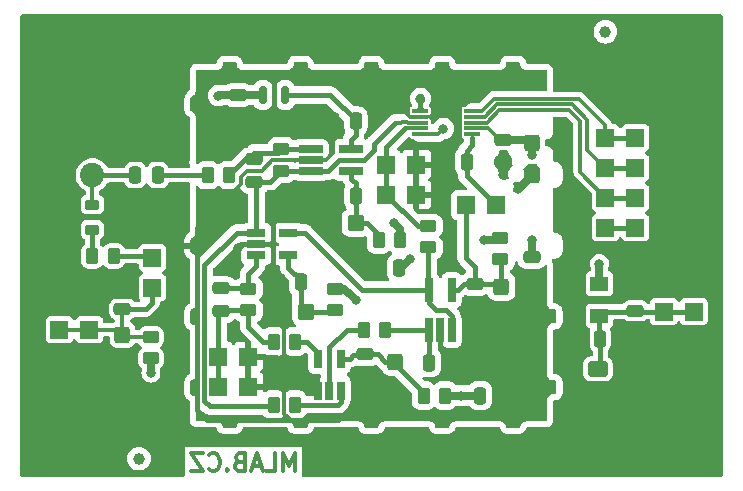
<source format=gbr>
%TF.GenerationSoftware,KiCad,Pcbnew,7.0.7-7.0.7~ubuntu23.04.1*%
%TF.CreationDate,2023-09-27T14:03:43+00:00*%
%TF.ProjectId,PCRD07,50435244-3037-42e6-9b69-6361645f7063,REV*%
%TF.SameCoordinates,PX6bb53e0PY7c5bf00*%
%TF.FileFunction,Copper,L2,Bot*%
%TF.FilePolarity,Positive*%
%FSLAX46Y46*%
G04 Gerber Fmt 4.6, Leading zero omitted, Abs format (unit mm)*
G04 Created by KiCad (PCBNEW 7.0.7-7.0.7~ubuntu23.04.1) date 2023-09-27 14:03:43*
%MOMM*%
%LPD*%
G01*
G04 APERTURE LIST*
G04 Aperture macros list*
%AMRoundRect*
0 Rectangle with rounded corners*
0 $1 Rounding radius*
0 $2 $3 $4 $5 $6 $7 $8 $9 X,Y pos of 4 corners*
0 Add a 4 corners polygon primitive as box body*
4,1,4,$2,$3,$4,$5,$6,$7,$8,$9,$2,$3,0*
0 Add four circle primitives for the rounded corners*
1,1,$1+$1,$2,$3*
1,1,$1+$1,$4,$5*
1,1,$1+$1,$6,$7*
1,1,$1+$1,$8,$9*
0 Add four rect primitives between the rounded corners*
20,1,$1+$1,$2,$3,$4,$5,0*
20,1,$1+$1,$4,$5,$6,$7,0*
20,1,$1+$1,$6,$7,$8,$9,0*
20,1,$1+$1,$8,$9,$2,$3,0*%
G04 Aperture macros list end*
%ADD10C,0.300000*%
%TA.AperFunction,NonConductor*%
%ADD11C,0.300000*%
%TD*%
%TA.AperFunction,ComponentPad*%
%ADD12C,6.000000*%
%TD*%
%TA.AperFunction,ComponentPad*%
%ADD13C,2.050000*%
%TD*%
%TA.AperFunction,ComponentPad*%
%ADD14C,2.250000*%
%TD*%
%TA.AperFunction,ComponentPad*%
%ADD15R,1.524000X1.524000*%
%TD*%
%TA.AperFunction,SMDPad,CuDef*%
%ADD16RoundRect,0.250000X0.475000X-0.250000X0.475000X0.250000X-0.475000X0.250000X-0.475000X-0.250000X0*%
%TD*%
%TA.AperFunction,SMDPad,CuDef*%
%ADD17R,0.650000X2.000000*%
%TD*%
%TA.AperFunction,SMDPad,CuDef*%
%ADD18RoundRect,0.250000X-0.250000X-0.475000X0.250000X-0.475000X0.250000X0.475000X-0.250000X0.475000X0*%
%TD*%
%TA.AperFunction,SMDPad,CuDef*%
%ADD19RoundRect,0.250000X-0.425000X0.450000X-0.425000X-0.450000X0.425000X-0.450000X0.425000X0.450000X0*%
%TD*%
%TA.AperFunction,SMDPad,CuDef*%
%ADD20RoundRect,0.250000X0.250000X0.475000X-0.250000X0.475000X-0.250000X-0.475000X0.250000X-0.475000X0*%
%TD*%
%TA.AperFunction,SMDPad,CuDef*%
%ADD21RoundRect,0.250000X-0.475000X0.250000X-0.475000X-0.250000X0.475000X-0.250000X0.475000X0.250000X0*%
%TD*%
%TA.AperFunction,SMDPad,CuDef*%
%ADD22RoundRect,0.250000X-0.600000X0.400000X-0.600000X-0.400000X0.600000X-0.400000X0.600000X0.400000X0*%
%TD*%
%TA.AperFunction,SMDPad,CuDef*%
%ADD23RoundRect,0.250000X-0.450000X0.262500X-0.450000X-0.262500X0.450000X-0.262500X0.450000X0.262500X0*%
%TD*%
%TA.AperFunction,SMDPad,CuDef*%
%ADD24RoundRect,0.250000X0.450000X-0.262500X0.450000X0.262500X-0.450000X0.262500X-0.450000X-0.262500X0*%
%TD*%
%TA.AperFunction,SMDPad,CuDef*%
%ADD25RoundRect,0.250000X-0.262500X-0.450000X0.262500X-0.450000X0.262500X0.450000X-0.262500X0.450000X0*%
%TD*%
%TA.AperFunction,SMDPad,CuDef*%
%ADD26RoundRect,0.250000X0.262500X0.450000X-0.262500X0.450000X-0.262500X-0.450000X0.262500X-0.450000X0*%
%TD*%
%TA.AperFunction,SMDPad,CuDef*%
%ADD27R,1.500000X1.300000*%
%TD*%
%TA.AperFunction,SMDPad,CuDef*%
%ADD28R,3.000000X0.700000*%
%TD*%
%TA.AperFunction,SMDPad,CuDef*%
%ADD29R,1.000000X1.000000*%
%TD*%
%TA.AperFunction,SMDPad,CuDef*%
%ADD30R,1.000000X2.300000*%
%TD*%
%TA.AperFunction,SMDPad,CuDef*%
%ADD31R,1.000000X3.800000*%
%TD*%
%TA.AperFunction,SMDPad,CuDef*%
%ADD32R,2.300000X1.000000*%
%TD*%
%TA.AperFunction,SMDPad,CuDef*%
%ADD33R,3.800000X1.000000*%
%TD*%
%TA.AperFunction,SMDPad,CuDef*%
%ADD34R,0.650000X1.560000*%
%TD*%
%TA.AperFunction,SMDPad,CuDef*%
%ADD35R,1.560000X0.650000*%
%TD*%
%TA.AperFunction,SMDPad,CuDef*%
%ADD36RoundRect,0.250000X0.450000X0.425000X-0.450000X0.425000X-0.450000X-0.425000X0.450000X-0.425000X0*%
%TD*%
%TA.AperFunction,SMDPad,CuDef*%
%ADD37R,1.400000X0.300000*%
%TD*%
%TA.AperFunction,SMDPad,CuDef*%
%ADD38RoundRect,0.150000X-0.150000X0.587500X-0.150000X-0.587500X0.150000X-0.587500X0.150000X0.587500X0*%
%TD*%
%TA.AperFunction,SMDPad,CuDef*%
%ADD39C,0.500000*%
%TD*%
%TA.AperFunction,SMDPad,CuDef*%
%ADD40C,1.000000*%
%TD*%
%TA.AperFunction,SMDPad,CuDef*%
%ADD41RoundRect,0.218750X0.381250X-0.218750X0.381250X0.218750X-0.381250X0.218750X-0.381250X-0.218750X0*%
%TD*%
%TA.AperFunction,SMDPad,CuDef*%
%ADD42R,2.000000X0.650000*%
%TD*%
%TA.AperFunction,ViaPad*%
%ADD43C,0.800000*%
%TD*%
%TA.AperFunction,Conductor*%
%ADD44C,0.700000*%
%TD*%
%TA.AperFunction,Conductor*%
%ADD45C,0.300000*%
%TD*%
%TA.AperFunction,Conductor*%
%ADD46C,0.450000*%
%TD*%
%TA.AperFunction,Conductor*%
%ADD47C,0.400000*%
%TD*%
G04 APERTURE END LIST*
D10*
D11*
X29086428Y6306672D02*
X29086428Y7806672D01*
X29086428Y7806672D02*
X28586428Y6735243D01*
X28586428Y6735243D02*
X28086428Y7806672D01*
X28086428Y7806672D02*
X28086428Y6306672D01*
X26657856Y6306672D02*
X27372142Y6306672D01*
X27372142Y6306672D02*
X27372142Y7806672D01*
X26229284Y6735243D02*
X25514999Y6735243D01*
X26372141Y6306672D02*
X25872141Y7806672D01*
X25872141Y7806672D02*
X25372141Y6306672D01*
X24372142Y7092386D02*
X24157856Y7020958D01*
X24157856Y7020958D02*
X24086427Y6949529D01*
X24086427Y6949529D02*
X24014999Y6806672D01*
X24014999Y6806672D02*
X24014999Y6592386D01*
X24014999Y6592386D02*
X24086427Y6449529D01*
X24086427Y6449529D02*
X24157856Y6378100D01*
X24157856Y6378100D02*
X24300713Y6306672D01*
X24300713Y6306672D02*
X24872142Y6306672D01*
X24872142Y6306672D02*
X24872142Y7806672D01*
X24872142Y7806672D02*
X24372142Y7806672D01*
X24372142Y7806672D02*
X24229285Y7735243D01*
X24229285Y7735243D02*
X24157856Y7663815D01*
X24157856Y7663815D02*
X24086427Y7520958D01*
X24086427Y7520958D02*
X24086427Y7378100D01*
X24086427Y7378100D02*
X24157856Y7235243D01*
X24157856Y7235243D02*
X24229285Y7163815D01*
X24229285Y7163815D02*
X24372142Y7092386D01*
X24372142Y7092386D02*
X24872142Y7092386D01*
X23372142Y6449529D02*
X23300713Y6378100D01*
X23300713Y6378100D02*
X23372142Y6306672D01*
X23372142Y6306672D02*
X23443570Y6378100D01*
X23443570Y6378100D02*
X23372142Y6449529D01*
X23372142Y6449529D02*
X23372142Y6306672D01*
X21800713Y6449529D02*
X21872141Y6378100D01*
X21872141Y6378100D02*
X22086427Y6306672D01*
X22086427Y6306672D02*
X22229284Y6306672D01*
X22229284Y6306672D02*
X22443570Y6378100D01*
X22443570Y6378100D02*
X22586427Y6520958D01*
X22586427Y6520958D02*
X22657856Y6663815D01*
X22657856Y6663815D02*
X22729284Y6949529D01*
X22729284Y6949529D02*
X22729284Y7163815D01*
X22729284Y7163815D02*
X22657856Y7449529D01*
X22657856Y7449529D02*
X22586427Y7592386D01*
X22586427Y7592386D02*
X22443570Y7735243D01*
X22443570Y7735243D02*
X22229284Y7806672D01*
X22229284Y7806672D02*
X22086427Y7806672D01*
X22086427Y7806672D02*
X21872141Y7735243D01*
X21872141Y7735243D02*
X21800713Y7663815D01*
X21300713Y7806672D02*
X20300713Y7806672D01*
X20300713Y7806672D02*
X21300713Y6306672D01*
X21300713Y6306672D02*
X20300713Y6306672D01*
%TA.AperFunction,EtchedComponent*%
%TO.C,JP1*%
G36*
X20439000Y25150000D02*
G01*
X19439000Y25150000D01*
X19439000Y25650000D01*
X20439000Y25650000D01*
X20439000Y25150000D01*
G37*
%TD.AperFunction*%
%TD*%
D12*
%TO.P,M1,1*%
%TO.N,GND*%
X10160000Y40640000D03*
%TD*%
%TO.P,M2,1*%
%TO.N,GND*%
X60960000Y40640000D03*
%TD*%
%TO.P,M3,1*%
%TO.N,GND*%
X10160000Y10160000D03*
%TD*%
%TO.P,M4,1*%
%TO.N,GND*%
X60960000Y10160000D03*
%TD*%
D13*
%TO.P,J8,1,In*%
%TO.N,Net-(J8-In)*%
X11938000Y31369000D03*
D14*
%TO.P,J8,2,Ext*%
%TO.N,GND*%
X9398000Y28829000D03*
X14478000Y28829000D03*
X9398000Y33909000D03*
X14478000Y33909000D03*
%TD*%
D15*
%TO.P,J1,1*%
%TO.N,GND*%
X62865000Y17272000D03*
%TO.P,J1,2*%
X60325000Y17272000D03*
%TO.P,J1,3*%
%TO.N,Net-(D1-K)*%
X62865000Y19812000D03*
%TO.P,J1,4*%
X60325000Y19812000D03*
%TO.P,J1,5*%
%TO.N,GND*%
X62865000Y22352000D03*
%TO.P,J1,6*%
X60325000Y22352000D03*
%TD*%
%TO.P,J2,1*%
%TO.N,GNDA*%
X25146000Y13462000D03*
%TO.P,J2,2*%
X25146000Y16002000D03*
%TD*%
%TO.P,J3,1*%
%TO.N,/#PeakDetect{slash}Trace*%
X22606000Y13462000D03*
%TO.P,J3,2*%
X22606000Y16002000D03*
%TD*%
%TO.P,J5,1*%
%TO.N,GNDA*%
X39370000Y29718000D03*
%TO.P,J5,2*%
X39370000Y32258000D03*
%TD*%
%TO.P,J6,1*%
%TO.N,/A{slash}D*%
X36830000Y29718000D03*
%TO.P,J6,2*%
X36830000Y32258000D03*
%TD*%
%TO.P,J7,1*%
%TO.N,Net-(U3-SDO)*%
X57912000Y32004000D03*
%TO.P,J7,2*%
X55372000Y32004000D03*
%TD*%
%TO.P,J10,1*%
%TO.N,Net-(U3-CONV)*%
X57912000Y26924000D03*
%TO.P,J10,2*%
X55372000Y26924000D03*
%TD*%
%TO.P,J9,1*%
%TO.N,Net-(U3-SDI)*%
X57912000Y34544000D03*
%TO.P,J9,2*%
X55372000Y34544000D03*
%TD*%
%TO.P,J4,1*%
%TO.N,Net-(U3-SCK)*%
X57912000Y29464000D03*
%TO.P,J4,2*%
X55372000Y29464000D03*
%TD*%
%TO.P,J11,1*%
%TO.N,Net-(U3-V_{REF})*%
X46101000Y28829000D03*
%TO.P,J11,2*%
%TO.N,/VCC2*%
X43561000Y28829000D03*
%TD*%
%TO.P,J12,1*%
%TO.N,GND*%
X9144000Y20828000D03*
%TO.P,J12,2*%
X11684000Y20828000D03*
%TO.P,J12,3*%
%TO.N,Net-(C16-Pad1)*%
X9144000Y18288000D03*
%TO.P,J12,4*%
X11684000Y18288000D03*
%TO.P,J12,5*%
%TO.N,GND*%
X9144000Y15748000D03*
%TO.P,J12,6*%
X11684000Y15748000D03*
%TD*%
%TO.P,J13,1*%
%TO.N,Net-(C16-Pad1)*%
X17018000Y21844000D03*
%TO.P,J13,2*%
%TO.N,Net-(J13-Pad2)*%
X17018000Y24384000D03*
%TD*%
D16*
%TO.P,C2,1*%
%TO.N,/#PeakDetect{slash}Trace*%
X22860000Y19878000D03*
%TO.P,C2,2*%
%TO.N,Net-(C2-Pad2)*%
X22860000Y21778000D03*
%TD*%
D17*
%TO.P,U2,1*%
%TO.N,Net-(U1--)*%
X42352000Y18229000D03*
%TO.P,U2,2,V-*%
%TO.N,GNDA*%
X41402000Y18229000D03*
%TO.P,U2,3,+*%
%TO.N,Net-(U2-+)*%
X40452000Y18229000D03*
%TO.P,U2,4,-*%
%TO.N,Net-(U1--)*%
X40452000Y21649000D03*
%TO.P,U2,5,V+*%
%TO.N,/VCC2*%
X42352000Y21649000D03*
%TD*%
D16*
%TO.P,C1,1*%
%TO.N,Net-(D1-K)*%
X57912000Y19878000D03*
%TO.P,C1,2*%
%TO.N,GND*%
X57912000Y21778000D03*
%TD*%
D18*
%TO.P,C4,1*%
%TO.N,Net-(D1-K)*%
X54930000Y17526000D03*
%TO.P,C4,2*%
%TO.N,GND*%
X56830000Y17526000D03*
%TD*%
D19*
%TO.P,C7,1*%
%TO.N,/VCC2*%
X46562000Y21924000D03*
%TO.P,C7,2*%
%TO.N,GNDA*%
X46562000Y19224000D03*
%TD*%
D16*
%TO.P,C8,1*%
%TO.N,Net-(U1-+)*%
X25654000Y30800000D03*
%TO.P,C8,2*%
%TO.N,Net-(U6-+)*%
X25654000Y32700000D03*
%TD*%
D20*
%TO.P,C9,1*%
%TO.N,Net-(U4-Vout)*%
X34224000Y35941000D03*
%TO.P,C9,2*%
%TO.N,GNDA*%
X32324000Y35941000D03*
%TD*%
D21*
%TO.P,C12,1*%
%TO.N,/VCC2*%
X44323000Y22159000D03*
%TO.P,C12,2*%
%TO.N,GNDA*%
X44323000Y20259000D03*
%TD*%
D20*
%TO.P,C13,1*%
%TO.N,/VCC3*%
X29605000Y22286000D03*
%TO.P,C13,2*%
%TO.N,GNDA*%
X27705000Y22286000D03*
%TD*%
D21*
%TO.P,C14,1*%
%TO.N,/VCC4*%
X35052000Y16190000D03*
%TO.P,C14,2*%
%TO.N,GNDA*%
X35052000Y14290000D03*
%TD*%
D18*
%TO.P,C19,1*%
%TO.N,Net-(U2-+)*%
X40452000Y15494000D03*
%TO.P,C19,2*%
%TO.N,GNDA*%
X42352000Y15494000D03*
%TD*%
D22*
%TO.P,D1,1,K*%
%TO.N,Net-(D1-K)*%
X54737000Y14958000D03*
%TO.P,D1,2,A*%
%TO.N,GND*%
X54737000Y11458000D03*
%TD*%
D23*
%TO.P,R1,1*%
%TO.N,/A{slash}D*%
X40386000Y27074500D03*
%TO.P,R1,2*%
%TO.N,Net-(U1--)*%
X40386000Y25249500D03*
%TD*%
D24*
%TO.P,R3,1*%
%TO.N,/VCC2*%
X46482000Y24233500D03*
%TO.P,R3,2*%
%TO.N,VCC*%
X46482000Y26058500D03*
%TD*%
%TO.P,R4,1*%
%TO.N,/VCC3*%
X32512000Y19915500D03*
%TO.P,R4,2*%
%TO.N,VCC*%
X32512000Y21740500D03*
%TD*%
D25*
%TO.P,R5,1*%
%TO.N,/VCC4*%
X39981500Y12700000D03*
%TO.P,R5,2*%
%TO.N,VCC*%
X41806500Y12700000D03*
%TD*%
D24*
%TO.P,R12,1*%
%TO.N,/#PeakDetect{slash}Trace*%
X25146000Y19915500D03*
%TO.P,R12,2*%
%TO.N,Net-(C2-Pad2)*%
X25146000Y21740500D03*
%TD*%
D26*
%TO.P,R13,1*%
%TO.N,Net-(U2-+)*%
X36726500Y18288000D03*
%TO.P,R13,2*%
%TO.N,Net-(U5-NO)*%
X34901500Y18288000D03*
%TD*%
D27*
%TO.P,C21,1,1*%
%TO.N,VCC*%
X54864000Y22178000D03*
D28*
%TO.P,C21,2,2*%
%TO.N,GND*%
X54864000Y20828000D03*
D27*
%TO.P,C21,3,3*%
%TO.N,Net-(D1-K)*%
X54864000Y19478000D03*
%TD*%
D29*
%TO.P,M5,1,Shield*%
%TO.N,GND*%
X19660000Y41300000D03*
D30*
X19660000Y39650000D03*
D31*
X19660000Y34400000D03*
X19660000Y28400000D03*
X19660000Y22400000D03*
X19660000Y16400000D03*
D30*
X19660000Y11150000D03*
D29*
X19660000Y9500000D03*
D32*
X21310000Y41300000D03*
X21310000Y9500000D03*
D33*
X26560000Y41300000D03*
X26560000Y9500000D03*
X32560000Y41300000D03*
X32560000Y9500000D03*
X38560000Y41300000D03*
X38560000Y9500000D03*
X44560000Y41300000D03*
X44560000Y9500000D03*
D32*
X49810000Y41300000D03*
X49810000Y9500000D03*
D29*
X51460000Y41300000D03*
D30*
X51460000Y39650000D03*
D31*
X51460000Y34400000D03*
X51460000Y28400000D03*
X51460000Y22400000D03*
X51460000Y16400000D03*
D30*
X51460000Y11150000D03*
D29*
X51460000Y9500000D03*
%TD*%
D34*
%TO.P,U5,1,COM*%
%TO.N,Net-(U5-COM)*%
X32954000Y13128000D03*
%TO.P,U5,2,NO*%
%TO.N,Net-(U5-NO)*%
X32004000Y13128000D03*
%TO.P,U5,3,GND*%
%TO.N,GNDA*%
X31054000Y13128000D03*
%TO.P,U5,4,IN*%
%TO.N,Net-(U5-IN)*%
X31054000Y15828000D03*
%TO.P,U5,5,VCC*%
%TO.N,/VCC4*%
X32954000Y15828000D03*
%TD*%
D35*
%TO.P,U1,1*%
%TO.N,Net-(C2-Pad2)*%
X25828000Y24577000D03*
%TO.P,U1,2,V-*%
%TO.N,GNDA*%
X25828000Y25527000D03*
%TO.P,U1,3,+*%
%TO.N,Net-(U1-+)*%
X25828000Y26477000D03*
%TO.P,U1,4,-*%
%TO.N,Net-(U1--)*%
X28528000Y26477000D03*
%TO.P,U1,5,V+*%
%TO.N,/VCC3*%
X28528000Y24577000D03*
%TD*%
D21*
%TO.P,C18,1*%
%TO.N,VCC*%
X46736000Y34351000D03*
%TO.P,C18,2*%
%TO.N,GND*%
X46736000Y32451000D03*
%TD*%
D36*
%TO.P,C11,1*%
%TO.N,/VCC5*%
X34243000Y27305000D03*
%TO.P,C11,2*%
%TO.N,GNDA*%
X31543000Y27305000D03*
%TD*%
D20*
%TO.P,C20,1*%
%TO.N,Net-(U3-V_{REF})*%
X43622000Y32512000D03*
%TO.P,C20,2*%
%TO.N,GNDA*%
X41722000Y32512000D03*
%TD*%
D25*
%TO.P,R11,1*%
%TO.N,Net-(L1-Pad1)*%
X11914500Y24511000D03*
%TO.P,R11,2*%
%TO.N,Net-(J13-Pad2)*%
X13739500Y24511000D03*
%TD*%
D19*
%TO.P,C5,1*%
%TO.N,/VCC4*%
X37592000Y15574000D03*
%TO.P,C5,2*%
%TO.N,GNDA*%
X37592000Y12874000D03*
%TD*%
D37*
%TO.P,U3,1,CONV*%
%TO.N,Net-(U3-CONV)*%
X39710000Y34814000D03*
%TO.P,U3,2,CH0*%
%TO.N,/A{slash}D*%
X39710000Y35314000D03*
%TO.P,U3,3,CH1*%
%TO.N,Net-(U1-+)*%
X39710000Y35814000D03*
%TO.P,U3,4,AGND*%
%TO.N,GNDA*%
X39710000Y36314000D03*
%TO.P,U3,5,DGND*%
%TO.N,GND*%
X39710000Y36814000D03*
%TO.P,U3,6,SDI*%
%TO.N,Net-(U3-SDI)*%
X44110000Y36814000D03*
%TO.P,U3,7,SDO*%
%TO.N,Net-(U3-SDO)*%
X44110000Y36314000D03*
%TO.P,U3,8,SCK*%
%TO.N,Net-(U3-SCK)*%
X44110000Y35814000D03*
%TO.P,U3,9,V_{CC}*%
%TO.N,VCC*%
X44110000Y35314000D03*
%TO.P,U3,10,V_{REF}*%
%TO.N,Net-(U3-V_{REF})*%
X44110000Y34814000D03*
%TD*%
D26*
%TO.P,R6,1*%
%TO.N,Net-(U5-IN)*%
X29106500Y17272000D03*
%TO.P,R6,2*%
%TO.N,/#PeakDetect{slash}Trace*%
X27281500Y17272000D03*
%TD*%
D38*
%TO.P,U4,1,Vin*%
%TO.N,VCC*%
X26355000Y38148500D03*
%TO.P,U4,2,Vout*%
%TO.N,Net-(U4-Vout)*%
X28255000Y38148500D03*
%TO.P,U4,3,GND*%
%TO.N,GNDA*%
X27305000Y36273500D03*
%TD*%
D36*
%TO.P,C6,1*%
%TO.N,/VCC3*%
X30052000Y19746000D03*
%TO.P,C6,2*%
%TO.N,GNDA*%
X27352000Y19746000D03*
%TD*%
D16*
%TO.P,C17,1*%
%TO.N,Net-(C16-Pad1)*%
X14478000Y20005000D03*
%TO.P,C17,2*%
%TO.N,GND*%
X14478000Y21905000D03*
%TD*%
D39*
%TO.P,JP1,1,1*%
%TO.N,GNDA*%
X20439000Y25400000D03*
%TO.P,JP1,2,2*%
%TO.N,GND*%
X19439000Y25400000D03*
%TD*%
D20*
%TO.P,C15,1*%
%TO.N,/VCC5*%
X34224000Y29591000D03*
%TO.P,C15,2*%
%TO.N,GNDA*%
X32324000Y29591000D03*
%TD*%
D21*
%TO.P,C22,1*%
%TO.N,VCC*%
X24257000Y38161000D03*
%TO.P,C22,2*%
%TO.N,GNDA*%
X24257000Y36261000D03*
%TD*%
D25*
%TO.P,R9,1*%
%TO.N,/VCC5*%
X36171500Y25908000D03*
%TO.P,R9,2*%
%TO.N,VCC*%
X37996500Y25908000D03*
%TD*%
D26*
%TO.P,R8,1*%
%TO.N,Net-(U6-+)*%
X23518500Y31369000D03*
%TO.P,R8,2*%
%TO.N,Net-(C10-Pad1)*%
X21693500Y31369000D03*
%TD*%
D19*
%TO.P,C3,1*%
%TO.N,VCC*%
X49149000Y34116000D03*
%TO.P,C3,2*%
%TO.N,GND*%
X49149000Y31416000D03*
%TD*%
D40*
%TO.P,FID2,*%
%TO.N,*%
X15875000Y7366000D03*
%TD*%
D25*
%TO.P,R2,1*%
%TO.N,Net-(U1-+)*%
X27281500Y11938000D03*
%TO.P,R2,2*%
%TO.N,Net-(U5-COM)*%
X29106500Y11938000D03*
%TD*%
D20*
%TO.P,C24,1*%
%TO.N,VCC*%
X37907000Y23495000D03*
%TO.P,C24,2*%
%TO.N,GNDA*%
X36007000Y23495000D03*
%TD*%
D24*
%TO.P,R7,1*%
%TO.N,Net-(U1-+)*%
X27940000Y31726500D03*
%TO.P,R7,2*%
%TO.N,Net-(U6-+)*%
X27940000Y33551500D03*
%TD*%
D20*
%TO.P,C10,1*%
%TO.N,Net-(C10-Pad1)*%
X17460000Y31369000D03*
%TO.P,C10,2*%
%TO.N,Net-(J8-In)*%
X15560000Y31369000D03*
%TD*%
D40*
%TO.P,FID1,*%
%TO.N,*%
X55372000Y43500000D03*
%TD*%
D19*
%TO.P,C16,1*%
%TO.N,Net-(C16-Pad1)*%
X14478000Y17860000D03*
%TO.P,C16,2*%
%TO.N,GND*%
X14478000Y15160000D03*
%TD*%
D21*
%TO.P,C25,1*%
%TO.N,VCC*%
X49149000Y24445000D03*
%TO.P,C25,2*%
%TO.N,GNDA*%
X49149000Y22545000D03*
%TD*%
D23*
%TO.P,R10,1*%
%TO.N,Net-(C16-Pad1)*%
X16891000Y17676500D03*
%TO.P,R10,2*%
%TO.N,VCC*%
X16891000Y15851500D03*
%TD*%
D18*
%TO.P,C23,1*%
%TO.N,VCC*%
X44770000Y12700000D03*
%TO.P,C23,2*%
%TO.N,GNDA*%
X46670000Y12700000D03*
%TD*%
D41*
%TO.P,L1,1,1*%
%TO.N,Net-(L1-Pad1)*%
X11938000Y26750500D03*
%TO.P,L1,2,2*%
%TO.N,Net-(J8-In)*%
X11938000Y28875500D03*
%TD*%
D42*
%TO.P,U6,1*%
%TO.N,Net-(U1-+)*%
X30421000Y31689000D03*
%TO.P,U6,2,V-*%
%TO.N,GNDA*%
X30421000Y32639000D03*
%TO.P,U6,3,+*%
%TO.N,Net-(U6-+)*%
X30421000Y33589000D03*
%TO.P,U6,4,-*%
%TO.N,Net-(U4-Vout)*%
X33841000Y33589000D03*
%TO.P,U6,5,V+*%
%TO.N,/VCC5*%
X33841000Y31689000D03*
%TD*%
D43*
%TO.N,GND*%
X39710000Y37846004D03*
X46736000Y31369000D03*
X48006000Y30226000D03*
%TO.N,VCC*%
X49149000Y25908000D03*
X37465000Y27305006D03*
X45085002Y25908000D03*
X38862006Y24257006D03*
X22606000Y38100000D03*
X16890994Y14605000D03*
X34214750Y20752750D03*
X49177426Y33070772D03*
X54864000Y23876000D03*
X43180000Y12700000D03*
%TO.N,GNDA*%
X35052000Y12954000D03*
X24297562Y25177763D03*
X30099000Y13462000D03*
X22860000Y28956000D03*
X27686008Y28956008D03*
%TO.N,Net-(U3-CONV)*%
X41656000Y35306000D03*
%TD*%
D44*
%TO.N,GND*%
X46736000Y32451000D02*
X46736000Y31369000D01*
D45*
X39710000Y37014000D02*
X39710000Y37846004D01*
D44*
X49149000Y31369000D02*
X48006000Y30226000D01*
X49149000Y31416000D02*
X49149000Y31369000D01*
X51460000Y33727000D02*
X51460000Y34400000D01*
D45*
%TO.N,VCC*%
X44110000Y35314000D02*
X45458000Y35314000D01*
D44*
X34214750Y20752750D02*
X33960750Y21006750D01*
X46482000Y26058500D02*
X46331500Y25908000D01*
X24269500Y38148500D02*
X24257000Y38161000D01*
X37996500Y25908000D02*
X37996500Y26773506D01*
X46331500Y25908000D02*
X45085002Y25908000D01*
X43180000Y12700000D02*
X44770000Y12700000D01*
X33227000Y21740500D02*
X32512000Y21740500D01*
X16891000Y15851500D02*
X16891000Y14605006D01*
X38100000Y23495000D02*
X38862006Y24257006D01*
D45*
X45458000Y35314000D02*
X46421000Y34351000D01*
X46421000Y34351000D02*
X46736000Y34351000D01*
D44*
X24257000Y38161000D02*
X22667000Y38161000D01*
X43180000Y12700000D02*
X41806500Y12700000D01*
X16891000Y14605006D02*
X16890994Y14605000D01*
X49177426Y34087574D02*
X49177426Y33070772D01*
X48914000Y34351000D02*
X49149000Y34116000D01*
X46736000Y34351000D02*
X48914000Y34351000D01*
X22667000Y38161000D02*
X22606000Y38100000D01*
X49149000Y24445000D02*
X49149000Y25908000D01*
X37996500Y26773506D02*
X37465000Y27305006D01*
X49149000Y34116000D02*
X49177426Y34087574D01*
X33960750Y21006750D02*
X33227000Y21740500D01*
X54864000Y22178000D02*
X54864000Y23876000D01*
X37907000Y23495000D02*
X38100000Y23495000D01*
X26355000Y38148500D02*
X24269500Y38148500D01*
D46*
%TO.N,/VCC2*%
X43368000Y22159000D02*
X42858000Y21649000D01*
X46327000Y22159000D02*
X46562000Y21924000D01*
X43561000Y24384000D02*
X44323000Y23622000D01*
X46562000Y21924000D02*
X46562000Y24153500D01*
X44323000Y23622000D02*
X44323000Y22159000D01*
X42858000Y21649000D02*
X42352000Y21649000D01*
X46562000Y24153500D02*
X46482000Y24233500D01*
X43561000Y28829000D02*
X43561000Y24384000D01*
X44323000Y22159000D02*
X46327000Y22159000D01*
X44323000Y22159000D02*
X43368000Y22159000D01*
%TO.N,/VCC3*%
X32342500Y19746000D02*
X32512000Y19915500D01*
X29605000Y22286000D02*
X29605000Y20193000D01*
X30052000Y19746000D02*
X32342500Y19746000D01*
X29605000Y22286000D02*
X29605000Y22465000D01*
X28528000Y23542000D02*
X28528000Y24577000D01*
X29605000Y22465000D02*
X28528000Y23542000D01*
X29605000Y20193000D02*
X30052000Y19746000D01*
%TO.N,/VCC4*%
X39981500Y12954000D02*
X37592000Y15343500D01*
X37592000Y15343500D02*
X37592000Y15574000D01*
X39981500Y12700000D02*
X39981500Y12954000D01*
X36750000Y15574000D02*
X36134000Y16190000D01*
X36134000Y16190000D02*
X35052000Y16190000D01*
X33735000Y15828000D02*
X32954000Y15828000D01*
X34036000Y16129000D02*
X34991000Y16129000D01*
X34991000Y16129000D02*
X35052000Y16190000D01*
X34036000Y16129000D02*
X33735000Y15828000D01*
X37592000Y15574000D02*
X36750000Y15574000D01*
%TO.N,Net-(D1-K)*%
X55198000Y19812000D02*
X54864000Y19478000D01*
X54864000Y17592000D02*
X54930000Y17526000D01*
X60325000Y19812000D02*
X55198000Y19812000D01*
X54930000Y17526000D02*
X54930000Y14766000D01*
X54864000Y19478000D02*
X54864000Y17592000D01*
X54930000Y14766000D02*
X54864000Y14700000D01*
X62865000Y19812000D02*
X60325000Y19812000D01*
%TO.N,Net-(C2-Pad2)*%
X22860000Y21778000D02*
X25108500Y21778000D01*
X25146000Y22987000D02*
X25828000Y23669000D01*
X25828000Y23669000D02*
X25828000Y24577000D01*
X25108500Y21778000D02*
X25146000Y21740500D01*
X25146000Y21740500D02*
X25146000Y22987000D01*
%TO.N,/#PeakDetect{slash}Trace*%
X22606000Y16002000D02*
X22606000Y19624000D01*
X25146000Y19915500D02*
X22897500Y19915500D01*
X27281500Y17272000D02*
X26416000Y17272000D01*
X22897500Y19915500D02*
X22860000Y19878000D01*
X22606000Y19624000D02*
X22860000Y19878000D01*
X22606000Y16002000D02*
X22606000Y13462000D01*
X25146000Y18542000D02*
X25146000Y19915500D01*
X26416000Y17272000D02*
X25146000Y18542000D01*
%TO.N,GNDA*%
X41929500Y16251500D02*
X42549500Y16251500D01*
D47*
X20794000Y11464000D02*
X21633000Y10625000D01*
D45*
X30421000Y32639000D02*
X31721000Y32639000D01*
X39710000Y36314000D02*
X38866279Y36314000D01*
D46*
X27330000Y36298500D02*
X27330000Y39649000D01*
D45*
X24511000Y31233528D02*
X24511000Y30607000D01*
D46*
X42549500Y16251500D02*
X43062000Y16764000D01*
X27352000Y19746000D02*
X27352000Y19609406D01*
X42352000Y15494000D02*
X42352000Y16054000D01*
D45*
X31543000Y27305000D02*
X29891992Y28956008D01*
X28194000Y11176000D02*
X28194000Y13462000D01*
D47*
X20794000Y26890000D02*
X20794000Y11464000D01*
X24646799Y25527000D02*
X24297562Y25177763D01*
D46*
X43434000Y16764000D02*
X44323000Y17653000D01*
D45*
X28144000Y15444000D02*
X27586000Y16002000D01*
D47*
X22860000Y28956000D02*
X20794000Y26890000D01*
D45*
X28745000Y10625000D02*
X28194000Y11176000D01*
D46*
X35052000Y14290000D02*
X35052000Y12954000D01*
D45*
X25027472Y31750000D02*
X24511000Y31233528D01*
X27166528Y32639000D02*
X26277528Y31750000D01*
D46*
X27620000Y19746000D02*
X27705000Y19831000D01*
X34094913Y39946087D02*
X37084000Y36957000D01*
D45*
X38866279Y36314000D02*
X38223279Y36957000D01*
X26277528Y31750000D02*
X25027472Y31750000D01*
D47*
X25828000Y25527000D02*
X24646799Y25527000D01*
D46*
X27352000Y19609406D02*
X28194000Y18767406D01*
D45*
X39370000Y32258000D02*
X41468000Y32258000D01*
D46*
X42352000Y16054000D02*
X43062000Y16764000D01*
X27352000Y19746000D02*
X27620000Y19746000D01*
D45*
X28194000Y18767406D02*
X28144000Y18717406D01*
D46*
X27198000Y25527000D02*
X27198000Y22793000D01*
X44323000Y17653000D02*
X44323000Y20259000D01*
X25828000Y25527000D02*
X27198000Y25527000D01*
X27705000Y19831000D02*
X27705000Y22286000D01*
D45*
X28144000Y18717406D02*
X28144000Y15444000D01*
X24511000Y30607000D02*
X22860000Y28956000D01*
X41468000Y32258000D02*
X41722000Y32512000D01*
X29891992Y28956008D02*
X27686008Y28956008D01*
D46*
X32723000Y10625000D02*
X28745000Y10625000D01*
X43062000Y16764000D02*
X43434000Y16764000D01*
X41402000Y18229000D02*
X41402000Y16779000D01*
X27198000Y28468000D02*
X27686008Y28956008D01*
X27627087Y39946087D02*
X34094913Y39946087D01*
X27198000Y25527000D02*
X27198000Y28468000D01*
D45*
X31721000Y32639000D02*
X32324000Y33242000D01*
D47*
X21633000Y10625000D02*
X28745000Y10625000D01*
D46*
X27305000Y36273500D02*
X27330000Y36298500D01*
D45*
X32324000Y33242000D02*
X32324000Y35941000D01*
X30421000Y32639000D02*
X27166528Y32639000D01*
D46*
X27330000Y39649000D02*
X27627087Y39946087D01*
X35052000Y12954000D02*
X32723000Y10625000D01*
X27198000Y22793000D02*
X27705000Y22286000D01*
D45*
X27586000Y16002000D02*
X25146000Y16002000D01*
X38223279Y36957000D02*
X37084000Y36957000D01*
D46*
X41402000Y16779000D02*
X41929500Y16251500D01*
%TO.N,Net-(U1-+)*%
X25828000Y26477000D02*
X25828000Y30626000D01*
X34925000Y32639000D02*
X35814000Y33528000D01*
X21883000Y11811000D02*
X21419000Y12275000D01*
X27977500Y31689000D02*
X30421000Y31689000D01*
X25828000Y30626000D02*
X25654000Y30800000D01*
X35814000Y34036000D02*
X37592000Y35814000D01*
X31871000Y31689000D02*
X32821000Y32639000D01*
X21419000Y12275000D02*
X21419000Y23748770D01*
X27940000Y31726500D02*
X27977500Y31689000D01*
X21419000Y23748770D02*
X24147230Y26477000D01*
D45*
X38048828Y35814000D02*
X37592000Y35814000D01*
D46*
X25654000Y30800000D02*
X27013500Y30800000D01*
X27281500Y11938000D02*
X27154500Y11811000D01*
X35814000Y33528000D02*
X35814000Y34036000D01*
D45*
X38592172Y35881000D02*
X38115828Y35881000D01*
D46*
X27154500Y11811000D02*
X21883000Y11811000D01*
X24147230Y26477000D02*
X25828000Y26477000D01*
D45*
X39710000Y35814000D02*
X38659172Y35814000D01*
D46*
X30421000Y31689000D02*
X31871000Y31689000D01*
X27013500Y30800000D02*
X27940000Y31726500D01*
D45*
X38115828Y35881000D02*
X38048828Y35814000D01*
X38659172Y35814000D02*
X38592172Y35881000D01*
D46*
X32821000Y32639000D02*
X34925000Y32639000D01*
%TO.N,Net-(U6-+)*%
X25654000Y32700000D02*
X25654000Y33274000D01*
X27662500Y33274000D02*
X27940000Y33551500D01*
X24849500Y32700000D02*
X25654000Y32700000D01*
X27940000Y33551500D02*
X27977500Y33589000D01*
X23518500Y31369000D02*
X24849500Y32700000D01*
X25654000Y33274000D02*
X27662500Y33274000D01*
X27977500Y33589000D02*
X30421000Y33589000D01*
%TO.N,Net-(U4-Vout)*%
X34224000Y34732000D02*
X34224000Y35941000D01*
X33841000Y34349000D02*
X34224000Y34732000D01*
X34224000Y35941000D02*
X34224000Y36003437D01*
X33841000Y33589000D02*
X33841000Y34349000D01*
X34224000Y36003437D02*
X32078937Y38148500D01*
X32078937Y38148500D02*
X28255000Y38148500D01*
%TO.N,Net-(C10-Pad1)*%
X21693500Y31369000D02*
X17460000Y31369000D01*
%TO.N,Net-(J8-In)*%
X15560000Y31369000D02*
X12004000Y31369000D01*
D45*
X11938000Y28875500D02*
X11938000Y31435000D01*
D46*
X12004000Y31369000D02*
X11938000Y31435000D01*
%TO.N,/VCC5*%
X34224000Y29591000D02*
X34224000Y30673000D01*
X34243000Y27305000D02*
X34243000Y29572000D01*
X34243000Y29572000D02*
X34224000Y29591000D01*
X34224000Y30673000D02*
X33841000Y31056000D01*
X35179000Y27305000D02*
X36171500Y26312500D01*
X33841000Y31056000D02*
X33841000Y31689000D01*
X34243000Y27305000D02*
X35179000Y27305000D01*
X36171500Y26312500D02*
X36171500Y25908000D01*
%TO.N,Net-(C16-Pad1)*%
X16449000Y20005000D02*
X17018000Y20574000D01*
D45*
X14050000Y18288000D02*
X11684000Y18288000D01*
X14478000Y17860000D02*
X14478000Y20005000D01*
D46*
X14478000Y20005000D02*
X16449000Y20005000D01*
D45*
X16891000Y17676500D02*
X14661500Y17676500D01*
X14661500Y17676500D02*
X14478000Y17860000D01*
X14478000Y17860000D02*
X14050000Y18288000D01*
D46*
X17018000Y20574000D02*
X17018000Y21844000D01*
D45*
X11684000Y18288000D02*
X9144000Y18288000D01*
D46*
%TO.N,Net-(U2-+)*%
X40452000Y18229000D02*
X36785500Y18229000D01*
X40452000Y15494000D02*
X40452000Y18229000D01*
X36785500Y18229000D02*
X36726500Y18288000D01*
%TO.N,Net-(U3-V_{REF})*%
X44110000Y33930000D02*
X44110000Y34539000D01*
X43622000Y32512000D02*
X43622000Y33442000D01*
X43622000Y31308000D02*
X46101000Y28829000D01*
X43622000Y32512000D02*
X43622000Y31308000D01*
X43622000Y33442000D02*
X44110000Y33930000D01*
D45*
%TO.N,Net-(U3-SCK)*%
X46401050Y36850000D02*
X52304000Y36850000D01*
D47*
X55372000Y29464000D02*
X57912000Y29464000D01*
D45*
X44110000Y35814000D02*
X45365050Y35814000D01*
X53213000Y35941000D02*
X53213000Y31623000D01*
X45365050Y35814000D02*
X46401050Y36850000D01*
X52304000Y36850000D02*
X53213000Y35941000D01*
X53213000Y31623000D02*
X55372000Y29464000D01*
D46*
%TO.N,/A{slash}D*%
X36830000Y32258000D02*
X36830000Y33782000D01*
X36830000Y29718000D02*
X36830000Y32258000D01*
D45*
X38362000Y35314000D02*
X38354000Y35306000D01*
X39710000Y35314000D02*
X38362000Y35314000D01*
D46*
X36830000Y33782000D02*
X38354000Y35306000D01*
X36830000Y29718000D02*
X39473500Y27074500D01*
X39473500Y27074500D02*
X40386000Y27074500D01*
D45*
%TO.N,Net-(U3-SDO)*%
X53848000Y36013106D02*
X52511106Y37350000D01*
X46193943Y37350000D02*
X45157943Y36314000D01*
X53848000Y33528000D02*
X53848000Y36013106D01*
X52511106Y37350000D02*
X46193943Y37350000D01*
X45157943Y36314000D02*
X44110000Y36314000D01*
X55372000Y32004000D02*
X53848000Y33528000D01*
D47*
X55372000Y32004000D02*
X57912000Y32004000D01*
D45*
%TO.N,Net-(U3-SDI)*%
X55372000Y34544000D02*
X55372000Y35606000D01*
X44942000Y36814000D02*
X44110000Y36814000D01*
X45978000Y37850000D02*
X44942000Y36814000D01*
X53128000Y37850000D02*
X45978000Y37850000D01*
X55372000Y35606000D02*
X53128000Y37850000D01*
D47*
X55372000Y34544000D02*
X57912000Y34544000D01*
D45*
%TO.N,Net-(U3-CONV)*%
X41164000Y34814000D02*
X41656000Y35306000D01*
D47*
X55372000Y26924000D02*
X57912000Y26924000D01*
D45*
X39710000Y34814000D02*
X41164000Y34814000D01*
D46*
%TO.N,Net-(J13-Pad2)*%
X16891000Y24511000D02*
X17018000Y24384000D01*
X13739500Y24511000D02*
X16891000Y24511000D01*
%TO.N,Net-(L1-Pad1)*%
X11938000Y26750500D02*
X11938000Y24534500D01*
X11938000Y24534500D02*
X11914500Y24511000D01*
%TO.N,Net-(U1--)*%
X40386000Y21715000D02*
X40452000Y21649000D01*
X41867000Y19939000D02*
X41021000Y19939000D01*
X29911000Y26477000D02*
X28528000Y26477000D01*
X42352000Y19454000D02*
X41867000Y19939000D01*
X42352000Y18229000D02*
X42352000Y19454000D01*
X40452000Y21649000D02*
X34739000Y21649000D01*
X41021000Y19939000D02*
X40452000Y20508000D01*
X40452000Y20508000D02*
X40452000Y21649000D01*
X34739000Y21649000D02*
X29911000Y26477000D01*
X40386000Y25249500D02*
X40386000Y21715000D01*
%TO.N,Net-(U5-COM)*%
X32754000Y11923000D02*
X29121500Y11923000D01*
X29121500Y11923000D02*
X29106500Y11938000D01*
X32954000Y12123000D02*
X32754000Y11923000D01*
X32954000Y13128000D02*
X32954000Y12123000D01*
%TO.N,Net-(U5-IN)*%
X31054000Y16317000D02*
X31054000Y15828000D01*
X29106500Y17272000D02*
X30099000Y17272000D01*
X30099000Y17272000D02*
X31054000Y16317000D01*
%TO.N,Net-(U5-NO)*%
X34901500Y18288000D02*
X33459000Y18288000D01*
X33459000Y18288000D02*
X32004000Y16833000D01*
X32004000Y16833000D02*
X32004000Y13128000D01*
%TD*%
%TA.AperFunction,Conductor*%
%TO.N,GND*%
G36*
X48927588Y32310102D02*
G01*
X48998171Y32285404D01*
X49177426Y32265207D01*
X49356681Y32285404D01*
X49405450Y32302470D01*
X49476349Y32306089D01*
X49537955Y32270801D01*
X49551777Y32253616D01*
X49595624Y32188088D01*
X49595626Y32188086D01*
X49595630Y32188080D01*
X49613286Y32168451D01*
X49641142Y32137481D01*
X49641843Y32136655D01*
X49642351Y32136136D01*
X49642352Y32136135D01*
X49666929Y32115623D01*
X49688526Y32097599D01*
X49692696Y32093788D01*
X49725945Y32060539D01*
X49757071Y32029413D01*
X49775217Y32006464D01*
X49789824Y31982782D01*
X49802188Y31956267D01*
X49812421Y31925384D01*
X49818157Y31898625D01*
X49818670Y31893600D01*
X49818999Y31887195D01*
X49818999Y30944829D01*
X49818671Y30938411D01*
X49818160Y30933417D01*
X49812419Y30906611D01*
X49802187Y30875733D01*
X49789824Y30849220D01*
X49775217Y30825538D01*
X49757071Y30802589D01*
X49737411Y30782929D01*
X49714462Y30764783D01*
X49690780Y30750176D01*
X49664266Y30737812D01*
X49633384Y30727579D01*
X49606617Y30721842D01*
X49606383Y30721819D01*
X49601587Y30721328D01*
X49595191Y30721001D01*
X49239207Y30721001D01*
X49219592Y30719950D01*
X49211745Y30719529D01*
X49171712Y30715224D01*
X49155074Y30712529D01*
X49117459Y30706434D01*
X48980529Y30655363D01*
X48980514Y30655357D01*
X48919194Y30621874D01*
X48919184Y30621867D01*
X48802186Y30534284D01*
X48466126Y30198224D01*
X48443962Y30172951D01*
X48443960Y30172949D01*
X48443959Y30172947D01*
X48403792Y30120601D01*
X48385112Y30092645D01*
X48376313Y30077404D01*
X48333939Y30004012D01*
X48318456Y29982703D01*
X48280623Y29940685D01*
X48261047Y29923058D01*
X48215298Y29889820D01*
X48192488Y29876651D01*
X48140830Y29853651D01*
X48115778Y29845511D01*
X48060468Y29833754D01*
X48034272Y29831000D01*
X47977731Y29831000D01*
X47951533Y29833754D01*
X47896218Y29845512D01*
X47871167Y29853651D01*
X47738594Y29912677D01*
X47738595Y29912676D01*
X47705290Y29924828D01*
X47692712Y29928456D01*
X47674874Y29933602D01*
X47614967Y29971701D01*
X47585167Y30036141D01*
X47585867Y30077404D01*
X47594889Y30126576D01*
X47599292Y30135309D01*
X47602796Y30168650D01*
X47602811Y30168759D01*
X47602814Y30168825D01*
X47603182Y30172328D01*
X47603183Y30172327D01*
X47617667Y30310139D01*
X47619028Y30332098D01*
X47619641Y30364315D01*
X47618594Y30408290D01*
X47601132Y30490437D01*
X47588205Y30551251D01*
X47576175Y30583978D01*
X47571446Y30654817D01*
X47605766Y30716967D01*
X47668239Y30750696D01*
X47703423Y30753129D01*
X47762513Y30748902D01*
X47908293Y30759326D01*
X47908295Y30759327D01*
X47908297Y30759327D01*
X47908298Y30759327D01*
X48045225Y30810396D01*
X48045223Y30810396D01*
X48045236Y30810400D01*
X48106560Y30843884D01*
X48106572Y30843891D01*
X48223576Y30931480D01*
X48302011Y31009917D01*
X48302010Y31009917D01*
X48302017Y31009924D01*
X48320390Y31030378D01*
X48320391Y31030379D01*
X48345649Y31061722D01*
X48345648Y31061721D01*
X48345651Y31061725D01*
X48377797Y31106304D01*
X48438514Y31239252D01*
X48458199Y31306291D01*
X48458200Y31306295D01*
X48479000Y31450965D01*
X48479000Y31592625D01*
X48478357Y31610634D01*
X48477376Y31628936D01*
X48459656Y31710392D01*
X48446309Y31771747D01*
X48439419Y31790219D01*
X48424549Y31830086D01*
X48419485Y31900900D01*
X48453510Y31963212D01*
X48467097Y31974985D01*
X48477512Y31982782D01*
X48544279Y32032763D01*
X48560595Y32049081D01*
X48583555Y32067232D01*
X48585361Y32068345D01*
X48666690Y32130496D01*
X48702599Y32164107D01*
X48769975Y32241140D01*
X48773979Y32248908D01*
X48822971Y32300291D01*
X48891966Y32317030D01*
X48927588Y32310102D01*
G37*
%TD.AperFunction*%
%TA.AperFunction,Conductor*%
G36*
X47103867Y33430498D02*
G01*
X47150360Y33376842D01*
X47161425Y33333489D01*
X47168612Y33232992D01*
X47168612Y33232991D01*
X47168613Y33232989D01*
X47183066Y33194239D01*
X47219690Y33096046D01*
X47243150Y33053083D01*
X47253175Y33034724D01*
X47340764Y32917720D01*
X47394074Y32864410D01*
X47412217Y32841464D01*
X47426824Y32817782D01*
X47439188Y32791267D01*
X47449421Y32760384D01*
X47455157Y32733627D01*
X47455670Y32728608D01*
X47455998Y32722206D01*
X47455999Y32474372D01*
X47456642Y32456365D01*
X47457623Y32438074D01*
X47457623Y32438072D01*
X47488687Y32295260D01*
X47510448Y32236911D01*
X47515511Y32166095D01*
X47481484Y32103784D01*
X47467901Y32092015D01*
X47390724Y32034240D01*
X47390719Y32034236D01*
X47355459Y31998976D01*
X47355421Y31998956D01*
X47318567Y31962085D01*
X47316363Y31959880D01*
X47316358Y31959875D01*
X47315854Y31959370D01*
X47308897Y31952414D01*
X47306017Y31950842D01*
X47302255Y31946229D01*
X47297981Y31941498D01*
X47297410Y31940928D01*
X47293198Y31935122D01*
X47282144Y31921568D01*
X47251542Y31884070D01*
X47251350Y31883808D01*
X47190664Y31790226D01*
X47190661Y31790219D01*
X47144176Y31651662D01*
X47144172Y31651648D01*
X47136672Y31610634D01*
X47131606Y31582932D01*
X47131605Y31582925D01*
X47126041Y31436874D01*
X47136825Y31334280D01*
X47138786Y31315619D01*
X47138786Y31315617D01*
X47171404Y31181856D01*
X47171405Y31181853D01*
X47177391Y31166585D01*
X47183633Y31095863D01*
X47150648Y31032994D01*
X47088910Y30997938D01*
X47050501Y30994961D01*
X46995800Y30999134D01*
X46995782Y30999134D01*
X46849974Y30989402D01*
X46803273Y30979475D01*
X46790473Y30976754D01*
X46790468Y30976753D01*
X46764271Y30974000D01*
X46707728Y30974000D01*
X46681530Y30976754D01*
X46626220Y30988511D01*
X46601168Y30996651D01*
X46549510Y31019651D01*
X46526700Y31032820D01*
X46516148Y31040486D01*
X46480948Y31066061D01*
X46461375Y31083685D01*
X46423540Y31125705D01*
X46408057Y31147015D01*
X46379782Y31195989D01*
X46369070Y31220047D01*
X46351593Y31273832D01*
X46346120Y31299585D01*
X46340208Y31355835D01*
X46340208Y31382174D01*
X46345958Y31436878D01*
X46345502Y31548391D01*
X46339471Y31601590D01*
X46314948Y31710387D01*
X46248325Y31840477D01*
X46229194Y31867496D01*
X46215247Y31887195D01*
X46211058Y31893111D01*
X46210771Y31893516D01*
X46208758Y31896359D01*
X46208759Y31896359D01*
X46207991Y31897444D01*
X46207971Y31897472D01*
X46207969Y31897474D01*
X46207967Y31897477D01*
X46207874Y31897608D01*
X46195834Y31914612D01*
X46191424Y31916770D01*
X46180181Y31935336D01*
X46077925Y32037592D01*
X46059780Y32060539D01*
X46045175Y32084217D01*
X46032811Y32110732D01*
X46022578Y32141613D01*
X46016834Y32168445D01*
X46016326Y32173422D01*
X46016000Y32179824D01*
X46016000Y32722160D01*
X46016324Y32728543D01*
X46016831Y32733520D01*
X46022579Y32760395D01*
X46032809Y32791267D01*
X46045169Y32817777D01*
X46059784Y32841471D01*
X46077923Y32864410D01*
X46132909Y32919396D01*
X46135101Y32921482D01*
X46136719Y32922950D01*
X46136734Y32922962D01*
X46153808Y32938442D01*
X46244464Y33053086D01*
X46279561Y33113501D01*
X46334245Y33249040D01*
X46342864Y33336816D01*
X46369428Y33402654D01*
X46427370Y33443680D01*
X46468261Y33450500D01*
X47035746Y33450500D01*
X47103867Y33430498D01*
G37*
%TD.AperFunction*%
%TA.AperFunction,Conductor*%
G36*
X39764467Y38238251D02*
G01*
X39790971Y38232618D01*
X39819777Y38226496D01*
X39844830Y38218355D01*
X39896490Y38195354D01*
X39919301Y38182184D01*
X39965048Y38148947D01*
X39984623Y38131321D01*
X40022458Y38089301D01*
X40037941Y38067991D01*
X40066216Y38019017D01*
X40076930Y37994954D01*
X40094403Y37941179D01*
X40099880Y37915413D01*
X40105791Y37859177D01*
X40105791Y37832835D01*
X40099880Y37776597D01*
X40094402Y37750830D01*
X40076929Y37697057D01*
X40066217Y37672996D01*
X40008246Y37572586D01*
X40008243Y37572582D01*
X39969199Y37488083D01*
X39954187Y37445929D01*
X39931042Y37355807D01*
X39928432Y37209668D01*
X39937139Y37140345D01*
X39972815Y37010295D01*
X39971547Y36939310D01*
X39932102Y36880279D01*
X39867005Y36851944D01*
X39817312Y36855634D01*
X39785667Y36864500D01*
X39785665Y36864500D01*
X39571150Y36864500D01*
X39503029Y36884502D01*
X39456536Y36938158D01*
X39446432Y37008432D01*
X39452080Y37031711D01*
X39468783Y37079969D01*
X39468786Y37079980D01*
X39468788Y37079987D01*
X39496446Y37223496D01*
X39482552Y37368987D01*
X39482551Y37368992D01*
X39466078Y37436892D01*
X39411758Y37572575D01*
X39353783Y37672991D01*
X39343070Y37697053D01*
X39325597Y37750826D01*
X39320120Y37776589D01*
X39314208Y37832839D01*
X39314208Y37859178D01*
X39320119Y37915416D01*
X39325596Y37941179D01*
X39343068Y37994954D01*
X39353777Y38019009D01*
X39382061Y38067998D01*
X39397539Y38089300D01*
X39435372Y38131319D01*
X39454947Y38148945D01*
X39500700Y38182186D01*
X39523506Y38195353D01*
X39575173Y38218358D01*
X39600218Y38226495D01*
X39644194Y38235842D01*
X39655532Y38238251D01*
X39681726Y38241004D01*
X39738272Y38241004D01*
X39764467Y38238251D01*
G37*
%TD.AperFunction*%
%TA.AperFunction,Conductor*%
G36*
X65227621Y44945498D02*
G01*
X65274114Y44891842D01*
X65285500Y44839500D01*
X65285500Y5960500D01*
X65265498Y5892379D01*
X65211842Y5845886D01*
X65159500Y5834500D01*
X29767632Y5834500D01*
X29699511Y5854502D01*
X29653018Y5908158D01*
X29641632Y5960500D01*
X29641632Y8362463D01*
X19744922Y8362463D01*
X19744922Y5960500D01*
X19724920Y5892379D01*
X19671264Y5845886D01*
X19618922Y5834500D01*
X5960500Y5834500D01*
X5892379Y5854502D01*
X5845886Y5908158D01*
X5834500Y5960500D01*
X5834500Y7365997D01*
X14869659Y7365997D01*
X14888974Y7169876D01*
X14888974Y7169874D01*
X14946186Y6981272D01*
X15039090Y6807463D01*
X15039090Y6807462D01*
X15164117Y6655117D01*
X15316462Y6530090D01*
X15490273Y6437186D01*
X15678868Y6379976D01*
X15678872Y6379976D01*
X15678874Y6379975D01*
X15874997Y6360659D01*
X15875000Y6360659D01*
X15875003Y6360659D01*
X16071124Y6379975D01*
X16071126Y6379975D01*
X16071127Y6379976D01*
X16071132Y6379976D01*
X16259727Y6437186D01*
X16433538Y6530090D01*
X16585883Y6655117D01*
X16710910Y6807462D01*
X16803814Y6981273D01*
X16861024Y7169868D01*
X16880341Y7366000D01*
X16861025Y7562125D01*
X16861025Y7562127D01*
X16861024Y7562130D01*
X16861024Y7562132D01*
X16803814Y7750727D01*
X16710910Y7924538D01*
X16585883Y8076883D01*
X16433538Y8201910D01*
X16433538Y8201911D01*
X16259728Y8294814D01*
X16071125Y8352026D01*
X15875003Y8371341D01*
X15874997Y8371341D01*
X15678875Y8352026D01*
X15678873Y8352026D01*
X15490271Y8294814D01*
X15316461Y8201910D01*
X15164117Y8076883D01*
X15039090Y7924539D01*
X14946186Y7750729D01*
X14888974Y7562127D01*
X14888974Y7562125D01*
X14869659Y7366004D01*
X14869659Y7365997D01*
X5834500Y7365997D01*
X5834500Y17494484D01*
X7981500Y17494484D01*
X7996353Y17400698D01*
X8053949Y17287658D01*
X8143657Y17197950D01*
X8164167Y17187500D01*
X8256696Y17140354D01*
X8350481Y17125500D01*
X9937518Y17125501D01*
X10031304Y17140354D01*
X10144342Y17197950D01*
X10234050Y17287658D01*
X10291646Y17400696D01*
X10291647Y17400709D01*
X10294163Y17408447D01*
X10334232Y17467055D01*
X10399627Y17494697D01*
X10469585Y17482595D01*
X10521894Y17434593D01*
X10533831Y17408459D01*
X10536352Y17400699D01*
X10593949Y17287658D01*
X10683657Y17197950D01*
X10704167Y17187500D01*
X10796696Y17140354D01*
X10890481Y17125500D01*
X12477518Y17125501D01*
X12571304Y17140354D01*
X12684342Y17197950D01*
X12774050Y17287658D01*
X12831646Y17400696D01*
X12846500Y17494481D01*
X12846500Y17611500D01*
X12866502Y17679621D01*
X12920158Y17726114D01*
X12972500Y17737500D01*
X13276500Y17737500D01*
X13344621Y17717498D01*
X13391114Y17663842D01*
X13402500Y17611500D01*
X13402500Y17344302D01*
X13405401Y17307433D01*
X13405401Y17307432D01*
X13444229Y17173788D01*
X13445191Y17170476D01*
X13451257Y17149599D01*
X13534917Y17008137D01*
X13534923Y17008130D01*
X13651129Y16891924D01*
X13651136Y16891918D01*
X13792598Y16808258D01*
X13792599Y16808258D01*
X13792602Y16808256D01*
X13950431Y16762402D01*
X13957805Y16761822D01*
X13987302Y16759500D01*
X13987306Y16759500D01*
X14968698Y16759500D01*
X14993277Y16761435D01*
X15005569Y16762402D01*
X15163398Y16808256D01*
X15304865Y16891919D01*
X15421081Y17008135D01*
X15454201Y17064139D01*
X15506095Y17112592D01*
X15562655Y17126000D01*
X15783711Y17126000D01*
X15851832Y17105998D01*
X15892162Y17064142D01*
X15922919Y17012135D01*
X15922920Y17012134D01*
X15922922Y17012131D01*
X16039129Y16895924D01*
X16039133Y16895921D01*
X16039135Y16895919D01*
X16078661Y16872543D01*
X16078814Y16872453D01*
X16127266Y16820560D01*
X16139971Y16750709D01*
X16112895Y16685078D01*
X16078814Y16655547D01*
X16039133Y16632080D01*
X16039129Y16632077D01*
X15922923Y16515871D01*
X15922917Y16515864D01*
X15839257Y16374402D01*
X15793401Y16216569D01*
X15793401Y16216568D01*
X15790500Y16179698D01*
X15790500Y15523302D01*
X15793401Y15486433D01*
X15793401Y15486432D01*
X15839257Y15328599D01*
X15922917Y15187137D01*
X15922923Y15187130D01*
X16039133Y15070920D01*
X16051522Y15063594D01*
X16078636Y15047559D01*
X16127090Y14995667D01*
X16140499Y14939104D01*
X16140499Y14905329D01*
X16133429Y14863715D01*
X16105625Y14784255D01*
X16105625Y14784253D01*
X16090114Y14646581D01*
X16085429Y14605000D01*
X16105626Y14425745D01*
X16146652Y14308500D01*
X16165205Y14255478D01*
X16165206Y14255475D01*
X16261176Y14102740D01*
X16261177Y14102738D01*
X16388731Y13975184D01*
X16388733Y13975183D01*
X16541468Y13879213D01*
X16541469Y13879213D01*
X16541472Y13879211D01*
X16711739Y13819632D01*
X16890994Y13799435D01*
X17070249Y13819632D01*
X17240516Y13879211D01*
X17393256Y13975184D01*
X17520810Y14102738D01*
X17616783Y14255478D01*
X17676362Y14425745D01*
X17696559Y14605000D01*
X17676362Y14784255D01*
X17648571Y14863678D01*
X17641500Y14905293D01*
X17641500Y14939104D01*
X17661502Y15007225D01*
X17703362Y15047558D01*
X17742865Y15070919D01*
X17859081Y15187135D01*
X17942744Y15328602D01*
X17988598Y15486431D01*
X17991500Y15523306D01*
X17991500Y16179694D01*
X17988598Y16216569D01*
X17942744Y16374398D01*
X17895453Y16454363D01*
X17859082Y16515864D01*
X17859076Y16515871D01*
X17742869Y16632078D01*
X17742866Y16632080D01*
X17742865Y16632081D01*
X17703183Y16655549D01*
X17654733Y16707439D01*
X17642028Y16777289D01*
X17669103Y16842921D01*
X17703182Y16872451D01*
X17742865Y16895919D01*
X17859081Y17012135D01*
X17942744Y17153602D01*
X17988598Y17311431D01*
X17991500Y17348306D01*
X17991500Y18004694D01*
X17988598Y18041569D01*
X17942744Y18199398D01*
X17942742Y18199402D01*
X17859082Y18340864D01*
X17859076Y18340871D01*
X17742870Y18457077D01*
X17742863Y18457083D01*
X17601401Y18540743D01*
X17443567Y18586599D01*
X17406698Y18589500D01*
X17406694Y18589500D01*
X16375306Y18589500D01*
X16375302Y18589500D01*
X16338432Y18586599D01*
X16338431Y18586599D01*
X16180598Y18540743D01*
X16039136Y18457083D01*
X16039129Y18457077D01*
X15922922Y18340870D01*
X15922919Y18340866D01*
X15922919Y18340865D01*
X15892163Y18288860D01*
X15840272Y18240408D01*
X15783711Y18227000D01*
X15679500Y18227000D01*
X15611379Y18247002D01*
X15564886Y18300658D01*
X15553500Y18353000D01*
X15553500Y18375698D01*
X15550598Y18412568D01*
X15550598Y18412569D01*
X15545150Y18431320D01*
X15504744Y18570398D01*
X15504742Y18570402D01*
X15421082Y18711864D01*
X15421076Y18711871D01*
X15304870Y18828077D01*
X15304863Y18828083D01*
X15156644Y18915739D01*
X15108191Y18967632D01*
X15095486Y19037482D01*
X15122561Y19103113D01*
X15180822Y19143687D01*
X15185631Y19145189D01*
X15213398Y19153256D01*
X15354865Y19236919D01*
X15406289Y19288343D01*
X15460542Y19342595D01*
X15522854Y19376621D01*
X15549637Y19379500D01*
X16366034Y19379500D01*
X16381743Y19377766D01*
X16381773Y19378073D01*
X16389665Y19377327D01*
X16389666Y19377328D01*
X16389667Y19377327D01*
X16458814Y19379500D01*
X16488350Y19379500D01*
X16495179Y19380364D01*
X16501088Y19380829D01*
X16547627Y19382291D01*
X16566711Y19387837D01*
X16586070Y19391846D01*
X16605792Y19394336D01*
X16649080Y19411476D01*
X16654680Y19413394D01*
X16699390Y19426382D01*
X16716498Y19436501D01*
X16734245Y19445195D01*
X16752732Y19452514D01*
X16790396Y19479880D01*
X16795344Y19483131D01*
X16835420Y19506830D01*
X16849475Y19520886D01*
X16864511Y19533727D01*
X16880581Y19545402D01*
X16880587Y19545406D01*
X16910270Y19581289D01*
X16914237Y19585649D01*
X17401631Y20073043D01*
X17413968Y20082924D01*
X17413770Y20083163D01*
X17419870Y20088211D01*
X17419877Y20088214D01*
X17467241Y20138652D01*
X17488120Y20159530D01*
X17492347Y20164981D01*
X17496182Y20169472D01*
X17528062Y20203418D01*
X17537637Y20220838D01*
X17548493Y20237361D01*
X17560674Y20253064D01*
X17579170Y20295811D01*
X17581760Y20301099D01*
X17604197Y20341908D01*
X17609139Y20361159D01*
X17615538Y20379850D01*
X17623438Y20398105D01*
X17630721Y20444099D01*
X17631923Y20449895D01*
X17643499Y20494975D01*
X17643500Y20494982D01*
X17643500Y20514857D01*
X17645051Y20534567D01*
X17645343Y20536412D01*
X17648160Y20554196D01*
X17648159Y20554204D01*
X17648325Y20559455D01*
X17670455Y20626915D01*
X17725544Y20671701D01*
X17774263Y20681501D01*
X17811516Y20681501D01*
X17811518Y20681501D01*
X17905304Y20696354D01*
X18018342Y20753950D01*
X18108050Y20843658D01*
X18165646Y20956696D01*
X18180500Y21050481D01*
X18180499Y22637518D01*
X18165646Y22731304D01*
X18136848Y22787823D01*
X18108050Y22844343D01*
X18018342Y22934051D01*
X17905304Y22991646D01*
X17897547Y22994166D01*
X17838941Y23034239D01*
X17811303Y23099635D01*
X17823408Y23169592D01*
X17871413Y23221899D01*
X17897547Y23233834D01*
X17905297Y23236354D01*
X17905304Y23236354D01*
X18018342Y23293950D01*
X18108050Y23383658D01*
X18165646Y23496696D01*
X18180500Y23590481D01*
X18180499Y25177518D01*
X18165646Y25271304D01*
X18112220Y25376158D01*
X18108050Y25384343D01*
X18018342Y25474051D01*
X17938654Y25514653D01*
X17905304Y25531646D01*
X17811519Y25546500D01*
X17811515Y25546500D01*
X16224483Y25546500D01*
X16130697Y25531647D01*
X16017657Y25474051D01*
X15927949Y25384343D01*
X15886290Y25302580D01*
X15870354Y25271304D01*
X15865838Y25242788D01*
X15835425Y25178635D01*
X15775156Y25141109D01*
X15741389Y25136500D01*
X14723012Y25136500D01*
X14654891Y25156502D01*
X14608398Y25210158D01*
X14606919Y25214141D01*
X14606890Y25214128D01*
X14603743Y25221402D01*
X14520082Y25362864D01*
X14520076Y25362871D01*
X14403870Y25479077D01*
X14403863Y25479083D01*
X14262401Y25562743D01*
X14104567Y25608599D01*
X14067698Y25611500D01*
X14067694Y25611500D01*
X13411306Y25611500D01*
X13411302Y25611500D01*
X13374432Y25608599D01*
X13374431Y25608599D01*
X13216598Y25562743D01*
X13075136Y25479083D01*
X13075129Y25479077D01*
X12958923Y25362871D01*
X12958920Y25362867D01*
X12935453Y25323186D01*
X12883560Y25274734D01*
X12813709Y25262029D01*
X12748078Y25289105D01*
X12718547Y25323186D01*
X12717073Y25325678D01*
X12695081Y25362865D01*
X12695079Y25362867D01*
X12695076Y25362871D01*
X12600405Y25457542D01*
X12566379Y25519854D01*
X12563500Y25546637D01*
X12563500Y25884892D01*
X12583502Y25953013D01*
X12625361Y25993345D01*
X12698657Y26036693D01*
X12701809Y26038557D01*
X12812443Y26149191D01*
X12892087Y26283861D01*
X12935737Y26434108D01*
X12938500Y26469213D01*
X12938499Y27031786D01*
X12935737Y27066892D01*
X12923056Y27110542D01*
X12892088Y27217138D01*
X12812443Y27351809D01*
X12812440Y27351813D01*
X12701812Y27462441D01*
X12701808Y27462444D01*
X12567137Y27542089D01*
X12416893Y27585737D01*
X12416891Y27585738D01*
X12381791Y27588500D01*
X12381787Y27588500D01*
X11791392Y27588500D01*
X11494212Y27588499D01*
X11459109Y27585738D01*
X11308862Y27542089D01*
X11174191Y27462444D01*
X11174187Y27462441D01*
X11063559Y27351813D01*
X11063556Y27351809D01*
X10983911Y27217138D01*
X10940263Y27066894D01*
X10940262Y27066892D01*
X10937500Y27031791D01*
X10937501Y26469212D01*
X10940262Y26434110D01*
X10983911Y26283863D01*
X11063556Y26149192D01*
X11063559Y26149188D01*
X11174187Y26038560D01*
X11174191Y26038557D01*
X11250639Y25993345D01*
X11299091Y25941452D01*
X11312499Y25884892D01*
X11312499Y25587833D01*
X11292497Y25519712D01*
X11255960Y25484506D01*
X11256399Y25483940D01*
X11251143Y25479864D01*
X11250647Y25479385D01*
X11250140Y25479086D01*
X11250131Y25479079D01*
X11133923Y25362871D01*
X11133917Y25362864D01*
X11050257Y25221402D01*
X11004401Y25063569D01*
X11004401Y25063568D01*
X11001500Y25026698D01*
X11001500Y23995302D01*
X11004401Y23958433D01*
X11004401Y23958432D01*
X11031402Y23865498D01*
X11046990Y23811842D01*
X11050257Y23800599D01*
X11133917Y23659137D01*
X11133923Y23659130D01*
X11250129Y23542924D01*
X11250136Y23542918D01*
X11391598Y23459258D01*
X11391599Y23459258D01*
X11391602Y23459256D01*
X11549431Y23413402D01*
X11556805Y23412822D01*
X11586302Y23410500D01*
X11586306Y23410500D01*
X12242698Y23410500D01*
X12267277Y23412435D01*
X12279569Y23413402D01*
X12437398Y23459256D01*
X12578865Y23542919D01*
X12695081Y23659135D01*
X12718548Y23698817D01*
X12770439Y23747267D01*
X12840289Y23759972D01*
X12905921Y23732897D01*
X12935450Y23698818D01*
X12958919Y23659135D01*
X12958920Y23659134D01*
X12958922Y23659131D01*
X13075129Y23542924D01*
X13075136Y23542918D01*
X13216598Y23459258D01*
X13216599Y23459258D01*
X13216602Y23459256D01*
X13374431Y23413402D01*
X13381805Y23412822D01*
X13411302Y23410500D01*
X13411306Y23410500D01*
X14067698Y23410500D01*
X14092277Y23412435D01*
X14104569Y23413402D01*
X14262398Y23459256D01*
X14403865Y23542919D01*
X14520081Y23659135D01*
X14563355Y23732307D01*
X14603743Y23800599D01*
X14606890Y23807872D01*
X14609686Y23806663D01*
X14640220Y23854482D01*
X14704714Y23884164D01*
X14723012Y23885500D01*
X15729501Y23885500D01*
X15797622Y23865498D01*
X15844115Y23811842D01*
X15855501Y23759500D01*
X15855500Y23590484D01*
X15870353Y23496698D01*
X15927949Y23383658D01*
X16017657Y23293950D01*
X16058957Y23272907D01*
X16130696Y23236354D01*
X16130700Y23236354D01*
X16138448Y23233836D01*
X16197055Y23193766D01*
X16224696Y23128371D01*
X16212593Y23058413D01*
X16164590Y23006105D01*
X16138460Y22994170D01*
X16130701Y22991649D01*
X16017657Y22934051D01*
X15927949Y22844343D01*
X15870355Y22731306D01*
X15870354Y22731304D01*
X15855500Y22637519D01*
X15855500Y22637516D01*
X15855500Y21050484D01*
X15870353Y20956698D01*
X15927949Y20843658D01*
X15933777Y20835638D01*
X15932110Y20834428D01*
X15960038Y20783283D01*
X15954973Y20712468D01*
X15912426Y20655632D01*
X15845906Y20630821D01*
X15836917Y20630500D01*
X15549637Y20630500D01*
X15481516Y20650502D01*
X15460542Y20667405D01*
X15354870Y20773077D01*
X15354863Y20773083D01*
X15213401Y20856743D01*
X15055567Y20902599D01*
X15018698Y20905500D01*
X15018694Y20905500D01*
X13937306Y20905500D01*
X13937302Y20905500D01*
X13900432Y20902599D01*
X13900431Y20902599D01*
X13742598Y20856743D01*
X13601136Y20773083D01*
X13601129Y20773077D01*
X13484923Y20656871D01*
X13484917Y20656864D01*
X13401257Y20515402D01*
X13355401Y20357569D01*
X13355401Y20357568D01*
X13352500Y20320698D01*
X13352500Y19689302D01*
X13355401Y19652433D01*
X13355401Y19652432D01*
X13401257Y19494599D01*
X13484917Y19353137D01*
X13484923Y19353130D01*
X13601129Y19236924D01*
X13601136Y19236918D01*
X13742598Y19153258D01*
X13742599Y19153258D01*
X13742602Y19153256D01*
X13770369Y19145189D01*
X13830205Y19106976D01*
X13859882Y19042479D01*
X13849978Y18972177D01*
X13803639Y18918389D01*
X13799356Y18915739D01*
X13698423Y18856047D01*
X13634283Y18838500D01*
X12972499Y18838500D01*
X12904378Y18858502D01*
X12857885Y18912158D01*
X12846499Y18964500D01*
X12846499Y19081517D01*
X12844616Y19093410D01*
X12831646Y19175304D01*
X12800249Y19236924D01*
X12774050Y19288343D01*
X12684342Y19378051D01*
X12608502Y19416693D01*
X12571304Y19435646D01*
X12477519Y19450500D01*
X12477515Y19450500D01*
X10890483Y19450500D01*
X10796697Y19435647D01*
X10683657Y19378051D01*
X10593949Y19288343D01*
X10536352Y19175302D01*
X10533833Y19167546D01*
X10493760Y19108940D01*
X10428363Y19081303D01*
X10358406Y19093410D01*
X10306100Y19141416D01*
X10294167Y19167546D01*
X10291647Y19175302D01*
X10234050Y19288343D01*
X10144342Y19378051D01*
X10068502Y19416693D01*
X10031304Y19435646D01*
X9937519Y19450500D01*
X9937515Y19450500D01*
X8350483Y19450500D01*
X8256697Y19435647D01*
X8143657Y19378051D01*
X8053949Y19288343D01*
X8002059Y19186500D01*
X7996354Y19175304D01*
X7981500Y19081519D01*
X7981500Y19081516D01*
X7981500Y17494484D01*
X5834500Y17494484D01*
X5834500Y31369000D01*
X10507615Y31369000D01*
X10523122Y31181856D01*
X10527125Y31133559D01*
X10585115Y30904559D01*
X10585118Y30904552D01*
X10680013Y30688213D01*
X10809222Y30490442D01*
X10809225Y30490439D01*
X10969227Y30316632D01*
X11155654Y30171530D01*
X11321470Y30081795D01*
X11371860Y30031783D01*
X11387500Y29970982D01*
X11387500Y29783884D01*
X11367498Y29715763D01*
X11313842Y29669270D01*
X11311541Y29668247D01*
X11308860Y29667088D01*
X11174191Y29587444D01*
X11174187Y29587441D01*
X11063559Y29476813D01*
X11063556Y29476809D01*
X10983911Y29342138D01*
X10940263Y29191894D01*
X10940262Y29191892D01*
X10937500Y29156791D01*
X10937501Y28594212D01*
X10940262Y28559110D01*
X10983911Y28408863D01*
X11063556Y28274192D01*
X11063559Y28274188D01*
X11174187Y28163560D01*
X11174191Y28163557D01*
X11308862Y28083912D01*
X11403324Y28056470D01*
X11459108Y28040263D01*
X11494209Y28037500D01*
X11494212Y28037501D01*
X11494213Y28037500D01*
X12086304Y28037501D01*
X12381788Y28037501D01*
X12399338Y28038882D01*
X12416892Y28040263D01*
X12524915Y28071646D01*
X12567137Y28083912D01*
X12570845Y28086105D01*
X12701809Y28163557D01*
X12812443Y28274191D01*
X12892087Y28408861D01*
X12935737Y28559108D01*
X12937121Y28576696D01*
X12938500Y28594209D01*
X12938499Y29156788D01*
X12935737Y29191891D01*
X12892088Y29342138D01*
X12812443Y29476809D01*
X12812440Y29476813D01*
X12701812Y29587441D01*
X12701808Y29587444D01*
X12567139Y29667088D01*
X12564459Y29668247D01*
X12562692Y29669718D01*
X12560315Y29671123D01*
X12560541Y29671507D01*
X12509884Y29713659D01*
X12488525Y29781366D01*
X12488500Y29783884D01*
X12488500Y29970982D01*
X12508502Y30039103D01*
X12554529Y30081795D01*
X12720346Y30171530D01*
X12906773Y30316632D01*
X13066775Y30490439D01*
X13194811Y30686415D01*
X13248815Y30732504D01*
X13300295Y30743500D01*
X14581724Y30743500D01*
X14649845Y30723498D01*
X14696338Y30669842D01*
X14702718Y30652662D01*
X14708256Y30633602D01*
X14708257Y30633601D01*
X14708258Y30633597D01*
X14791917Y30492137D01*
X14791923Y30492130D01*
X14908129Y30375924D01*
X14908136Y30375918D01*
X15049598Y30292258D01*
X15049599Y30292258D01*
X15049602Y30292256D01*
X15207431Y30246402D01*
X15214805Y30245822D01*
X15244302Y30243500D01*
X15244306Y30243500D01*
X15875698Y30243500D01*
X15900277Y30245435D01*
X15912569Y30246402D01*
X16070398Y30292256D01*
X16211865Y30375919D01*
X16328081Y30492135D01*
X16382397Y30583978D01*
X16401547Y30616359D01*
X16453439Y30664812D01*
X16523290Y30677517D01*
X16588921Y30650442D01*
X16618453Y30616359D01*
X16691917Y30492137D01*
X16691923Y30492130D01*
X16808129Y30375924D01*
X16808136Y30375918D01*
X16949598Y30292258D01*
X16949599Y30292258D01*
X16949602Y30292256D01*
X17107431Y30246402D01*
X17114805Y30245822D01*
X17144302Y30243500D01*
X17144306Y30243500D01*
X17775698Y30243500D01*
X17800277Y30245435D01*
X17812569Y30246402D01*
X17970398Y30292256D01*
X18111865Y30375919D01*
X18228081Y30492135D01*
X18311744Y30633602D01*
X18317279Y30652657D01*
X18355493Y30712490D01*
X18419990Y30742166D01*
X18438276Y30743500D01*
X20100962Y30743500D01*
X20169083Y30723498D01*
X20215576Y30669842D01*
X20225680Y30599568D01*
X20215576Y30565160D01*
X20204193Y30540235D01*
X20195485Y30521168D01*
X20175802Y30454137D01*
X20175800Y30454130D01*
X20175801Y30454130D01*
X20175800Y30454126D01*
X20166983Y30392803D01*
X20154999Y30309453D01*
X20154999Y26585595D01*
X20134997Y26517474D01*
X20097120Y26479598D01*
X19976224Y26401902D01*
X19976212Y26401894D01*
X19923416Y26356145D01*
X19827704Y26245689D01*
X19827703Y26245688D01*
X19766985Y26112739D01*
X19748145Y26048578D01*
X19747815Y26047627D01*
X19747300Y26045702D01*
X19746005Y26036695D01*
X19727503Y25908000D01*
X19726500Y25901027D01*
X19726500Y24889777D01*
X19727142Y24871799D01*
X19728123Y24853494D01*
X19759189Y24710688D01*
X19759191Y24710681D01*
X19770051Y24681565D01*
X19783605Y24645223D01*
X19783607Y24645218D01*
X19853651Y24516940D01*
X19957000Y24413589D01*
X19957004Y24413586D01*
X20012929Y24371720D01*
X20099116Y24324658D01*
X20149319Y24274455D01*
X20161957Y24240365D01*
X20163006Y24235447D01*
X20187818Y24155653D01*
X20193500Y24118241D01*
X20193499Y20604533D01*
X20173497Y20536412D01*
X20119841Y20489919D01*
X20115874Y20488189D01*
X20115979Y20488233D01*
X20099171Y20480915D01*
X19976214Y20401895D01*
X19976212Y20401894D01*
X19923416Y20356145D01*
X19827704Y20245689D01*
X19827703Y20245688D01*
X19766985Y20112739D01*
X19748145Y20048578D01*
X19747815Y20047627D01*
X19747300Y20045702D01*
X19726500Y19901027D01*
X19726500Y18889777D01*
X19727142Y18871799D01*
X19728123Y18853494D01*
X19759189Y18710688D01*
X19759191Y18710681D01*
X19762170Y18702695D01*
X19783605Y18645223D01*
X19783607Y18645218D01*
X19853651Y18516940D01*
X19957000Y18413589D01*
X19957004Y18413586D01*
X20012929Y18371720D01*
X20012931Y18371719D01*
X20127888Y18308947D01*
X20178087Y18258748D01*
X20193500Y18198362D01*
X20193500Y14604532D01*
X20173498Y14536411D01*
X20119842Y14489918D01*
X20115851Y14488178D01*
X20116001Y14488241D01*
X20099169Y14480914D01*
X19976214Y14401895D01*
X19976212Y14401894D01*
X19923416Y14356145D01*
X19827704Y14245689D01*
X19827703Y14245688D01*
X19766985Y14112739D01*
X19748145Y14048578D01*
X19747815Y14047627D01*
X19747300Y14045702D01*
X19736445Y13970199D01*
X19727431Y13907500D01*
X19726500Y13901027D01*
X19726500Y12889777D01*
X19727142Y12871799D01*
X19728123Y12853494D01*
X19759189Y12710688D01*
X19759191Y12710681D01*
X19774103Y12670699D01*
X19783605Y12645223D01*
X19783607Y12645218D01*
X19853651Y12516940D01*
X19957000Y12413589D01*
X19957004Y12413586D01*
X20012929Y12371720D01*
X20012931Y12371719D01*
X20127888Y12308947D01*
X20178087Y12258748D01*
X20193500Y12198362D01*
X20193500Y11910242D01*
X20188396Y11874744D01*
X20175802Y11831856D01*
X20155000Y11687172D01*
X20155000Y10632493D01*
X20166737Y10523336D01*
X20177941Y10471833D01*
X20212609Y10367675D01*
X20291630Y10244716D01*
X20291631Y10244714D01*
X20337380Y10191918D01*
X20337382Y10191917D01*
X20337384Y10191914D01*
X20447839Y10096203D01*
X20580787Y10035486D01*
X20647826Y10015801D01*
X20647830Y10015800D01*
X20792500Y9995000D01*
X22360511Y9995000D01*
X22428632Y9974998D01*
X22475125Y9921342D01*
X22480567Y9907245D01*
X22480117Y9908658D01*
X22508230Y9831179D01*
X22508231Y9831177D01*
X22508233Y9831173D01*
X22514338Y9821674D01*
X22587253Y9708216D01*
X22587254Y9708214D01*
X22633003Y9655418D01*
X22633005Y9655417D01*
X22633007Y9655414D01*
X22743462Y9559703D01*
X22876410Y9498986D01*
X22943449Y9479301D01*
X22943453Y9479300D01*
X23088123Y9458500D01*
X23088127Y9458500D01*
X24031880Y9458500D01*
X24114003Y9465111D01*
X24114005Y9465112D01*
X24114013Y9465112D01*
X24153170Y9471457D01*
X24153172Y9471458D01*
X24153175Y9471458D01*
X24185099Y9479303D01*
X24233188Y9491120D01*
X24363886Y9556540D01*
X24419456Y9595122D01*
X24420957Y9596087D01*
X24421279Y9596388D01*
X24421282Y9596388D01*
X24528255Y9695981D01*
X24602836Y9821677D01*
X24617263Y9856508D01*
X24629575Y9886227D01*
X24633131Y9900160D01*
X24669358Y9961218D01*
X24732844Y9992998D01*
X24755217Y9995000D01*
X26795104Y9995000D01*
X26795110Y9995000D01*
X26931291Y10013387D01*
X26955291Y10019989D01*
X26988706Y10024500D01*
X27575474Y10024500D01*
X27610972Y10019396D01*
X27623209Y10015803D01*
X27623216Y10015801D01*
X27623220Y10015800D01*
X27767890Y9995000D01*
X28360511Y9995000D01*
X28428632Y9974998D01*
X28475125Y9921342D01*
X28480567Y9907245D01*
X28480117Y9908658D01*
X28508230Y9831179D01*
X28508231Y9831177D01*
X28508233Y9831173D01*
X28514338Y9821674D01*
X28587253Y9708216D01*
X28587254Y9708214D01*
X28633003Y9655418D01*
X28633005Y9655417D01*
X28633007Y9655414D01*
X28743462Y9559703D01*
X28876410Y9498986D01*
X28943449Y9479301D01*
X28943453Y9479300D01*
X29088123Y9458500D01*
X29088127Y9458500D01*
X30031880Y9458500D01*
X30114003Y9465111D01*
X30114005Y9465112D01*
X30114013Y9465112D01*
X30153170Y9471457D01*
X30153172Y9471458D01*
X30153175Y9471458D01*
X30185099Y9479303D01*
X30233188Y9491120D01*
X30363886Y9556540D01*
X30419456Y9595122D01*
X30420957Y9596087D01*
X30421279Y9596388D01*
X30421282Y9596388D01*
X30528255Y9695981D01*
X30602836Y9821677D01*
X30617263Y9856508D01*
X30629575Y9886227D01*
X30633131Y9900160D01*
X30669358Y9961218D01*
X30732844Y9992998D01*
X30755217Y9995000D01*
X34360511Y9995000D01*
X34428632Y9974998D01*
X34475125Y9921342D01*
X34480567Y9907245D01*
X34480117Y9908658D01*
X34508230Y9831179D01*
X34508231Y9831177D01*
X34508233Y9831173D01*
X34514338Y9821674D01*
X34587253Y9708216D01*
X34587254Y9708214D01*
X34633003Y9655418D01*
X34633005Y9655417D01*
X34633007Y9655414D01*
X34743462Y9559703D01*
X34876410Y9498986D01*
X34943449Y9479301D01*
X34943453Y9479300D01*
X35088123Y9458500D01*
X35088127Y9458500D01*
X36031880Y9458500D01*
X36114003Y9465111D01*
X36114005Y9465112D01*
X36114013Y9465112D01*
X36153170Y9471457D01*
X36153172Y9471458D01*
X36153175Y9471458D01*
X36185099Y9479303D01*
X36233188Y9491120D01*
X36363886Y9556540D01*
X36419456Y9595122D01*
X36420957Y9596087D01*
X36421279Y9596388D01*
X36421282Y9596388D01*
X36528255Y9695981D01*
X36602836Y9821677D01*
X36617263Y9856508D01*
X36629575Y9886227D01*
X36633131Y9900160D01*
X36669358Y9961218D01*
X36732844Y9992998D01*
X36755217Y9995000D01*
X40360511Y9995000D01*
X40428632Y9974998D01*
X40475125Y9921342D01*
X40480567Y9907245D01*
X40480117Y9908658D01*
X40508230Y9831179D01*
X40508231Y9831177D01*
X40508233Y9831173D01*
X40514338Y9821674D01*
X40587253Y9708216D01*
X40587254Y9708214D01*
X40633003Y9655418D01*
X40633005Y9655417D01*
X40633007Y9655414D01*
X40743462Y9559703D01*
X40876410Y9498986D01*
X40943449Y9479301D01*
X40943453Y9479300D01*
X41088123Y9458500D01*
X41088127Y9458500D01*
X42031880Y9458500D01*
X42114003Y9465111D01*
X42114005Y9465112D01*
X42114013Y9465112D01*
X42153170Y9471457D01*
X42153172Y9471458D01*
X42153175Y9471458D01*
X42185099Y9479303D01*
X42233188Y9491120D01*
X42363886Y9556540D01*
X42419456Y9595122D01*
X42420957Y9596087D01*
X42421279Y9596388D01*
X42421282Y9596388D01*
X42528255Y9695981D01*
X42602836Y9821677D01*
X42617263Y9856508D01*
X42629575Y9886227D01*
X42633131Y9900160D01*
X42669358Y9961218D01*
X42732844Y9992998D01*
X42755217Y9995000D01*
X46360511Y9995000D01*
X46428632Y9974998D01*
X46475125Y9921342D01*
X46480567Y9907245D01*
X46480117Y9908658D01*
X46508230Y9831179D01*
X46508231Y9831177D01*
X46508233Y9831173D01*
X46514338Y9821674D01*
X46587253Y9708216D01*
X46587254Y9708214D01*
X46633003Y9655418D01*
X46633005Y9655417D01*
X46633007Y9655414D01*
X46743462Y9559703D01*
X46876410Y9498986D01*
X46943449Y9479301D01*
X46943453Y9479300D01*
X47088123Y9458500D01*
X47088127Y9458500D01*
X48031880Y9458500D01*
X48114003Y9465111D01*
X48114005Y9465112D01*
X48114013Y9465112D01*
X48153170Y9471457D01*
X48153172Y9471458D01*
X48153175Y9471458D01*
X48185099Y9479303D01*
X48233188Y9491120D01*
X48363886Y9556540D01*
X48419456Y9595122D01*
X48420957Y9596087D01*
X48421279Y9596388D01*
X48421282Y9596388D01*
X48528255Y9695981D01*
X48602836Y9821677D01*
X48617263Y9856508D01*
X48629575Y9886227D01*
X48633131Y9900160D01*
X48669358Y9961218D01*
X48732844Y9992998D01*
X48755217Y9995000D01*
X50327495Y9995000D01*
X50327500Y9995000D01*
X50436657Y10006736D01*
X50488168Y10017942D01*
X50592327Y10052610D01*
X50715282Y10131629D01*
X50715284Y10131632D01*
X50715286Y10131632D01*
X50741684Y10154507D01*
X50768086Y10177384D01*
X50863797Y10287839D01*
X50924514Y10420787D01*
X50944199Y10487826D01*
X50944200Y10487830D01*
X50965000Y10632500D01*
X50965000Y12169000D01*
X50985002Y12237121D01*
X51038658Y12283614D01*
X51091000Y12295000D01*
X51103995Y12295000D01*
X51104000Y12295000D01*
X51213157Y12306736D01*
X51264668Y12317942D01*
X51368827Y12352610D01*
X51491782Y12431629D01*
X51491784Y12431632D01*
X51491786Y12431632D01*
X51526437Y12461658D01*
X51544586Y12477384D01*
X51640297Y12587839D01*
X51701014Y12720787D01*
X51720699Y12787826D01*
X51720700Y12787830D01*
X51741500Y12932500D01*
X51741500Y13867500D01*
X51729764Y13976657D01*
X51718558Y14028168D01*
X51683890Y14132327D01*
X51604871Y14255282D01*
X51604870Y14255283D01*
X51604869Y14255285D01*
X51604868Y14255287D01*
X51559119Y14308083D01*
X51503653Y14356145D01*
X51448661Y14403797D01*
X51315714Y14464514D01*
X51248680Y14484198D01*
X51248674Y14484199D01*
X51248670Y14484200D01*
X51192318Y14492302D01*
X53486500Y14492302D01*
X53489401Y14455433D01*
X53489401Y14455432D01*
X53535257Y14297599D01*
X53618917Y14156137D01*
X53618923Y14156130D01*
X53735129Y14039924D01*
X53735136Y14039918D01*
X53876598Y13956258D01*
X53876599Y13956258D01*
X53876602Y13956256D01*
X54034431Y13910402D01*
X54041805Y13909822D01*
X54071302Y13907500D01*
X54071306Y13907500D01*
X55402698Y13907500D01*
X55427277Y13909435D01*
X55439569Y13910402D01*
X55597398Y13956256D01*
X55738865Y14039919D01*
X55855081Y14156135D01*
X55938744Y14297602D01*
X55984598Y14455431D01*
X55985565Y14467723D01*
X55987500Y14492302D01*
X55987500Y15423698D01*
X55984598Y15460568D01*
X55984598Y15460569D01*
X55966371Y15523306D01*
X55938744Y15618398D01*
X55855081Y15759865D01*
X55855076Y15759871D01*
X55738870Y15876077D01*
X55738866Y15876080D01*
X55738865Y15876081D01*
X55680663Y15910501D01*
X55617360Y15947939D01*
X55568908Y15999832D01*
X55555500Y16056392D01*
X55555500Y16454364D01*
X55575502Y16522485D01*
X55592400Y16543455D01*
X55698081Y16649135D01*
X55781744Y16790602D01*
X55827598Y16948431D01*
X55830500Y16985306D01*
X55830500Y18066694D01*
X55827598Y18103569D01*
X55781744Y18261398D01*
X55757980Y18301580D01*
X55740522Y18370395D01*
X55763039Y18437727D01*
X55809232Y18477985D01*
X55852342Y18499950D01*
X55942050Y18589658D01*
X55999646Y18702696D01*
X56014500Y18796481D01*
X56014500Y19060500D01*
X56034502Y19128621D01*
X56088158Y19175114D01*
X56140500Y19186500D01*
X56906364Y19186500D01*
X56974485Y19166498D01*
X56995460Y19149594D01*
X57035130Y19109923D01*
X57035136Y19109918D01*
X57176598Y19026258D01*
X57176599Y19026258D01*
X57176602Y19026256D01*
X57334431Y18980402D01*
X57341805Y18979822D01*
X57371302Y18977500D01*
X57371306Y18977500D01*
X58452698Y18977500D01*
X58477277Y18979435D01*
X58489569Y18980402D01*
X58647398Y19026256D01*
X58788865Y19109919D01*
X58828540Y19149594D01*
X58890851Y19183620D01*
X58917636Y19186500D01*
X59036501Y19186500D01*
X59104622Y19166498D01*
X59151115Y19112842D01*
X59162501Y19060500D01*
X59162501Y19018484D01*
X59177353Y18924698D01*
X59234949Y18811658D01*
X59324657Y18721950D01*
X59362442Y18702698D01*
X59437696Y18664354D01*
X59531481Y18649500D01*
X61118518Y18649501D01*
X61212304Y18664354D01*
X61325342Y18721950D01*
X61415050Y18811658D01*
X61472646Y18924696D01*
X61472647Y18924709D01*
X61475163Y18932447D01*
X61515232Y18991055D01*
X61580627Y19018697D01*
X61650585Y19006595D01*
X61702894Y18958593D01*
X61714831Y18932459D01*
X61717352Y18924699D01*
X61774949Y18811658D01*
X61864657Y18721950D01*
X61902442Y18702698D01*
X61977696Y18664354D01*
X62071481Y18649500D01*
X63658518Y18649501D01*
X63752304Y18664354D01*
X63865342Y18721950D01*
X63955050Y18811658D01*
X64012646Y18924696D01*
X64027500Y19018481D01*
X64027499Y20605518D01*
X64012646Y20699304D01*
X63973772Y20775599D01*
X63955050Y20812343D01*
X63865342Y20902051D01*
X63789502Y20940693D01*
X63752304Y20959646D01*
X63658519Y20974500D01*
X63658515Y20974500D01*
X62071483Y20974500D01*
X61977697Y20959647D01*
X61864657Y20902051D01*
X61774949Y20812343D01*
X61717352Y20699302D01*
X61714833Y20691546D01*
X61674760Y20632940D01*
X61609363Y20605303D01*
X61539406Y20617410D01*
X61487100Y20665416D01*
X61475167Y20691546D01*
X61472647Y20699302D01*
X61415050Y20812343D01*
X61325342Y20902051D01*
X61249502Y20940693D01*
X61212304Y20959646D01*
X61118519Y20974500D01*
X61118515Y20974500D01*
X59531483Y20974500D01*
X59437697Y20959647D01*
X59324657Y20902051D01*
X59234949Y20812343D01*
X59187534Y20719283D01*
X59177354Y20699304D01*
X59162500Y20605519D01*
X59162500Y20605516D01*
X59162500Y20563500D01*
X59142498Y20495379D01*
X59088842Y20448886D01*
X59036500Y20437500D01*
X59031574Y20437500D01*
X58963453Y20457502D01*
X58923122Y20499359D01*
X58905081Y20529865D01*
X58905078Y20529868D01*
X58905077Y20529870D01*
X58788870Y20646077D01*
X58788863Y20646083D01*
X58647401Y20729743D01*
X58489567Y20775599D01*
X58452698Y20778500D01*
X58452694Y20778500D01*
X57371306Y20778500D01*
X57371302Y20778500D01*
X57334432Y20775599D01*
X57334431Y20775599D01*
X57176598Y20729743D01*
X57035136Y20646083D01*
X57035129Y20646077D01*
X56918922Y20529870D01*
X56918919Y20529866D01*
X56918919Y20529865D01*
X56900878Y20499360D01*
X56848987Y20450908D01*
X56792426Y20437500D01*
X55918815Y20437500D01*
X55862452Y20454050D01*
X55861178Y20451548D01*
X55803542Y20480915D01*
X55739304Y20513646D01*
X55645519Y20528500D01*
X55645515Y20528500D01*
X54082483Y20528500D01*
X53988697Y20513647D01*
X53875657Y20456051D01*
X53785949Y20366343D01*
X53750005Y20295797D01*
X53728354Y20253304D01*
X53713500Y20159519D01*
X53713500Y20159516D01*
X53713500Y18796484D01*
X53728353Y18702698D01*
X53785949Y18589658D01*
X53875657Y18499950D01*
X53988698Y18442353D01*
X53998123Y18439291D01*
X53997430Y18437160D01*
X54049505Y18412476D01*
X54087035Y18352210D01*
X54086025Y18281221D01*
X54081285Y18268399D01*
X54078257Y18261402D01*
X54032401Y18103569D01*
X54032401Y18103568D01*
X54029500Y18066698D01*
X54029500Y16985302D01*
X54032401Y16948433D01*
X54032401Y16948432D01*
X54078257Y16790599D01*
X54161917Y16649137D01*
X54161923Y16649130D01*
X54267595Y16543458D01*
X54301621Y16481146D01*
X54304500Y16454363D01*
X54304500Y16134500D01*
X54284498Y16066379D01*
X54230842Y16019886D01*
X54178500Y16008500D01*
X54071302Y16008500D01*
X54034432Y16005599D01*
X54034431Y16005599D01*
X53876598Y15959743D01*
X53735136Y15876083D01*
X53735129Y15876077D01*
X53618923Y15759871D01*
X53618917Y15759864D01*
X53535257Y15618402D01*
X53489401Y15460569D01*
X53489401Y15460568D01*
X53486500Y15423698D01*
X53486500Y14492302D01*
X51192318Y14492302D01*
X51104000Y14505000D01*
X51103996Y14505000D01*
X51091000Y14505000D01*
X51022879Y14525002D01*
X50976386Y14578658D01*
X50965000Y14631000D01*
X50965000Y18169000D01*
X50985002Y18237121D01*
X51038658Y18283614D01*
X51091000Y18295000D01*
X51103995Y18295000D01*
X51104000Y18295000D01*
X51213157Y18306736D01*
X51264668Y18317942D01*
X51368827Y18352610D01*
X51491782Y18431629D01*
X51491784Y18431632D01*
X51491786Y18431632D01*
X51518184Y18454507D01*
X51544586Y18477384D01*
X51640297Y18587839D01*
X51701014Y18720787D01*
X51720699Y18787826D01*
X51720700Y18787830D01*
X51741500Y18932500D01*
X51741500Y19867500D01*
X51729764Y19976657D01*
X51718558Y20028168D01*
X51683890Y20132327D01*
X51604871Y20255282D01*
X51604870Y20255283D01*
X51604869Y20255285D01*
X51604868Y20255287D01*
X51559119Y20308083D01*
X51544565Y20320694D01*
X51448661Y20403797D01*
X51360465Y20444076D01*
X51315714Y20464514D01*
X51248680Y20484198D01*
X51248674Y20484199D01*
X51248670Y20484200D01*
X51104000Y20505000D01*
X51103996Y20505000D01*
X51091000Y20505000D01*
X51022879Y20525002D01*
X50976386Y20578658D01*
X50965000Y20631000D01*
X50965000Y21496484D01*
X53713500Y21496484D01*
X53728353Y21402698D01*
X53785949Y21289658D01*
X53875657Y21199950D01*
X53914299Y21180262D01*
X53988696Y21142354D01*
X54082481Y21127500D01*
X55645518Y21127501D01*
X55739304Y21142354D01*
X55852342Y21199950D01*
X55942050Y21289658D01*
X55999646Y21402696D01*
X56014500Y21496481D01*
X56014499Y22859518D01*
X55999646Y22953304D01*
X55970848Y23009823D01*
X55942050Y23066343D01*
X55852342Y23156051D01*
X55776502Y23194693D01*
X55739304Y23213646D01*
X55720786Y23216579D01*
X55656635Y23246991D01*
X55619109Y23307260D01*
X55614500Y23341026D01*
X55614500Y23413402D01*
X55614500Y23575696D01*
X55621568Y23617300D01*
X55649368Y23696745D01*
X55669565Y23876000D01*
X55649368Y24055255D01*
X55589789Y24225522D01*
X55589787Y24225525D01*
X55589787Y24225526D01*
X55493817Y24378261D01*
X55493816Y24378263D01*
X55366262Y24505817D01*
X55366260Y24505818D01*
X55213525Y24601788D01*
X55213522Y24601789D01*
X55160049Y24620500D01*
X55043255Y24661368D01*
X54864000Y24681565D01*
X54863999Y24681565D01*
X54837926Y24678628D01*
X54684745Y24661368D01*
X54684742Y24661368D01*
X54684742Y24661367D01*
X54514477Y24601789D01*
X54514474Y24601788D01*
X54361739Y24505818D01*
X54361737Y24505817D01*
X54234183Y24378263D01*
X54234182Y24378261D01*
X54138212Y24225526D01*
X54138211Y24225523D01*
X54089560Y24086485D01*
X54078632Y24055255D01*
X54058435Y23876000D01*
X54078632Y23696745D01*
X54091794Y23659131D01*
X54106429Y23617306D01*
X54113500Y23575691D01*
X54113500Y23341028D01*
X54093498Y23272907D01*
X54039842Y23226414D01*
X54007213Y23216580D01*
X53988699Y23213648D01*
X53988698Y23213648D01*
X53875657Y23156051D01*
X53785949Y23066343D01*
X53747890Y22991646D01*
X53728354Y22953304D01*
X53713500Y22859519D01*
X53713500Y22859516D01*
X53713500Y21496484D01*
X50965000Y21496484D01*
X50965000Y23654521D01*
X50959074Y23732308D01*
X50959074Y23732307D01*
X50953383Y23769442D01*
X50935742Y23845434D01*
X50935742Y23845435D01*
X50872574Y23977229D01*
X50872573Y23977231D01*
X50872571Y23977235D01*
X50833713Y24035303D01*
X50833711Y24035306D01*
X50833708Y24035309D01*
X50831192Y24038549D01*
X50805208Y24104620D01*
X50819069Y24174250D01*
X50855761Y24212266D01*
X50859540Y24218148D01*
X50866561Y24223806D01*
X50867783Y24224722D01*
X50868374Y24225333D01*
X50869263Y24225830D01*
X50896965Y24246568D01*
X50896974Y24246575D01*
X50897438Y24246923D01*
X50897450Y24246929D01*
X50898812Y24247949D01*
X50898811Y24247950D01*
X50898838Y24247970D01*
X50904462Y24252181D01*
X50904463Y24252180D01*
X50928094Y24269871D01*
X50994615Y24294679D01*
X51003601Y24295000D01*
X51103995Y24295000D01*
X51104000Y24295000D01*
X51213157Y24306736D01*
X51264668Y24317942D01*
X51368827Y24352610D01*
X51491782Y24431629D01*
X51491784Y24431632D01*
X51491786Y24431632D01*
X51518184Y24454507D01*
X51544586Y24477384D01*
X51640297Y24587839D01*
X51701014Y24720787D01*
X51720699Y24787826D01*
X51720700Y24787830D01*
X51741500Y24932500D01*
X51741500Y25867500D01*
X51729764Y25976657D01*
X51718558Y26028168D01*
X51683890Y26132327D01*
X51604871Y26255282D01*
X51604870Y26255283D01*
X51604869Y26255285D01*
X51604868Y26255287D01*
X51559119Y26308083D01*
X51541327Y26323500D01*
X51448661Y26403797D01*
X51391181Y26430048D01*
X51315714Y26464514D01*
X51248680Y26484198D01*
X51248674Y26484199D01*
X51248670Y26484200D01*
X51104000Y26505000D01*
X51103996Y26505000D01*
X51091000Y26505000D01*
X51022879Y26525002D01*
X50976386Y26578658D01*
X50965000Y26631000D01*
X50965000Y30169000D01*
X50985002Y30237121D01*
X51038658Y30283614D01*
X51091000Y30295000D01*
X51103995Y30295000D01*
X51104000Y30295000D01*
X51213157Y30306736D01*
X51264668Y30317942D01*
X51368827Y30352610D01*
X51491782Y30431629D01*
X51491784Y30431632D01*
X51491786Y30431632D01*
X51529536Y30464343D01*
X51544586Y30477384D01*
X51640297Y30587839D01*
X51701014Y30720787D01*
X51720699Y30787826D01*
X51720700Y30787830D01*
X51741500Y30932500D01*
X51741500Y31867500D01*
X51729764Y31976657D01*
X51718558Y32028168D01*
X51683890Y32132327D01*
X51604871Y32255282D01*
X51604870Y32255283D01*
X51604869Y32255285D01*
X51604868Y32255287D01*
X51559119Y32308083D01*
X51557414Y32309560D01*
X51448661Y32403797D01*
X51398015Y32426927D01*
X51315714Y32464514D01*
X51248680Y32484198D01*
X51248674Y32484199D01*
X51248670Y32484200D01*
X51104000Y32505000D01*
X51103996Y32505000D01*
X51091000Y32505000D01*
X51022879Y32525002D01*
X50976386Y32578658D01*
X50965000Y32631000D01*
X50965000Y33206583D01*
X50959075Y33284362D01*
X50953385Y33321493D01*
X50953385Y33321494D01*
X50935746Y33397483D01*
X50908684Y33453950D01*
X50872579Y33529285D01*
X50872578Y33529286D01*
X50872579Y33529286D01*
X50833724Y33587353D01*
X50735984Y33696017D01*
X50735985Y33696017D01*
X50647335Y33750697D01*
X50611588Y33772746D01*
X50587039Y33783413D01*
X50547514Y33800587D01*
X50547511Y33800588D01*
X50547488Y33800597D01*
X50406518Y33839167D01*
X50352833Y33838172D01*
X50284353Y33856909D01*
X50236875Y33909695D01*
X50224500Y33964150D01*
X50224500Y34268408D01*
X50244502Y34336529D01*
X50298158Y34383022D01*
X50350498Y34394408D01*
X50382936Y34394408D01*
X50382937Y34394408D01*
X50382937Y34394409D01*
X50452094Y34404352D01*
X50592327Y34445529D01*
X50715282Y34524548D01*
X50715284Y34524551D01*
X50715286Y34524551D01*
X50741684Y34547426D01*
X50768086Y34570303D01*
X50863797Y34680758D01*
X50924514Y34813706D01*
X50944199Y34880745D01*
X50944200Y34880749D01*
X50965000Y35025419D01*
X50965000Y36067500D01*
X50955051Y36160033D01*
X50967656Y36229898D01*
X51016034Y36281861D01*
X51080329Y36299500D01*
X52023784Y36299500D01*
X52091905Y36279498D01*
X52112879Y36262596D01*
X52625595Y35749881D01*
X52659620Y35687568D01*
X52662500Y35660785D01*
X52662500Y31632398D01*
X52661142Y31592625D01*
X52660238Y31566173D01*
X52670705Y31523219D01*
X52671910Y31516878D01*
X52677928Y31473087D01*
X52677931Y31473076D01*
X52685009Y31456782D01*
X52691858Y31436418D01*
X52696067Y31419148D01*
X52717735Y31380609D01*
X52720605Y31374831D01*
X52738219Y31334282D01*
X52738222Y31334278D01*
X52749432Y31320498D01*
X52761519Y31302740D01*
X52770234Y31287241D01*
X52801500Y31255975D01*
X52805817Y31251192D01*
X52833718Y31216895D01*
X52833723Y31216890D01*
X52848242Y31206642D01*
X52864676Y31192799D01*
X53523193Y30534282D01*
X54172595Y29884881D01*
X54206620Y29822569D01*
X54209500Y29795786D01*
X54209500Y28670484D01*
X54224353Y28576698D01*
X54281949Y28463658D01*
X54371657Y28373950D01*
X54429252Y28344604D01*
X54484696Y28316354D01*
X54484700Y28316354D01*
X54492448Y28313836D01*
X54551055Y28273766D01*
X54578696Y28208371D01*
X54566593Y28138413D01*
X54518590Y28086105D01*
X54492460Y28074170D01*
X54484701Y28071649D01*
X54371657Y28014051D01*
X54281949Y27924343D01*
X54224355Y27811306D01*
X54224354Y27811304D01*
X54209500Y27717519D01*
X54209500Y27717516D01*
X54209500Y26130484D01*
X54224353Y26036698D01*
X54281949Y25923658D01*
X54371657Y25833950D01*
X54410299Y25814262D01*
X54484696Y25776354D01*
X54578481Y25761500D01*
X56165518Y25761501D01*
X56259304Y25776354D01*
X56372342Y25833950D01*
X56462050Y25923658D01*
X56519646Y26036696D01*
X56519647Y26036709D01*
X56522163Y26044447D01*
X56562232Y26103055D01*
X56627627Y26130697D01*
X56697585Y26118595D01*
X56749894Y26070593D01*
X56761831Y26044459D01*
X56764352Y26036699D01*
X56821949Y25923658D01*
X56911657Y25833950D01*
X56950299Y25814262D01*
X57024696Y25776354D01*
X57118481Y25761500D01*
X58705518Y25761501D01*
X58799304Y25776354D01*
X58912342Y25833950D01*
X59002050Y25923658D01*
X59059646Y26036696D01*
X59074500Y26130481D01*
X59074499Y27717518D01*
X59059646Y27811304D01*
X59030848Y27867823D01*
X59002050Y27924343D01*
X58912342Y28014051D01*
X58799304Y28071646D01*
X58791547Y28074166D01*
X58732941Y28114239D01*
X58705303Y28179635D01*
X58717408Y28249592D01*
X58765413Y28301899D01*
X58791547Y28313834D01*
X58799297Y28316354D01*
X58799304Y28316354D01*
X58912342Y28373950D01*
X59002050Y28463658D01*
X59059646Y28576696D01*
X59074500Y28670481D01*
X59074499Y30257518D01*
X59059646Y30351304D01*
X59018717Y30431632D01*
X59002050Y30464343D01*
X58912342Y30554051D01*
X58799304Y30611646D01*
X58791547Y30614166D01*
X58732941Y30654239D01*
X58705303Y30719635D01*
X58717408Y30789592D01*
X58765413Y30841899D01*
X58791547Y30853834D01*
X58799297Y30856354D01*
X58799304Y30856354D01*
X58912342Y30913950D01*
X59002050Y31003658D01*
X59059646Y31116696D01*
X59074500Y31210481D01*
X59074499Y32797518D01*
X59059646Y32891304D01*
X59030848Y32947823D01*
X59002050Y33004343D01*
X58912342Y33094051D01*
X58799304Y33151646D01*
X58791547Y33154166D01*
X58732941Y33194239D01*
X58705303Y33259635D01*
X58717408Y33329592D01*
X58765413Y33381899D01*
X58791547Y33393834D01*
X58799297Y33396354D01*
X58799304Y33396354D01*
X58912342Y33453950D01*
X59002050Y33543658D01*
X59059646Y33656696D01*
X59074500Y33750481D01*
X59074499Y35337518D01*
X59059646Y35431304D01*
X59030848Y35487823D01*
X59002050Y35544343D01*
X58912342Y35634051D01*
X58807307Y35687568D01*
X58799304Y35691646D01*
X58705519Y35706500D01*
X58705515Y35706500D01*
X57118483Y35706500D01*
X57024697Y35691647D01*
X56911657Y35634051D01*
X56821949Y35544343D01*
X56764352Y35431302D01*
X56761833Y35423546D01*
X56721760Y35364940D01*
X56656363Y35337303D01*
X56586406Y35349410D01*
X56534100Y35397416D01*
X56522167Y35423546D01*
X56519647Y35431302D01*
X56462050Y35544343D01*
X56372342Y35634051D01*
X56267307Y35687568D01*
X56259304Y35691646D01*
X56165519Y35706500D01*
X56165516Y35706500D01*
X56013101Y35706500D01*
X55944980Y35726502D01*
X55898487Y35780158D01*
X55890682Y35802673D01*
X55888933Y35809850D01*
X55888933Y35809852D01*
X55867258Y35848402D01*
X55864401Y35854152D01*
X55846780Y35894720D01*
X55835561Y35908509D01*
X55823474Y35926269D01*
X55814765Y35941759D01*
X55814762Y35941762D01*
X55814760Y35941765D01*
X55783512Y35973013D01*
X55779187Y35977804D01*
X55751278Y36012108D01*
X55751276Y36012110D01*
X55736751Y36022363D01*
X55720319Y36036205D01*
X53523907Y38232618D01*
X53478683Y38281042D01*
X53478682Y38281043D01*
X53470311Y38286134D01*
X53440899Y38304020D01*
X53435575Y38307644D01*
X53400339Y38334363D01*
X53383806Y38340883D01*
X53364568Y38350438D01*
X53349383Y38359672D01*
X53349380Y38359673D01*
X53328412Y38365548D01*
X53306802Y38371603D01*
X53300695Y38373657D01*
X53259566Y38389876D01*
X53247456Y38391122D01*
X53241873Y38391696D01*
X53220784Y38395704D01*
X53203665Y38400500D01*
X53203662Y38400500D01*
X53159453Y38400500D01*
X53153005Y38400831D01*
X53109029Y38405353D01*
X53091511Y38402332D01*
X53070104Y38400500D01*
X51077055Y38400500D01*
X51008934Y38420502D01*
X50962441Y38474158D01*
X50952337Y38544429D01*
X50965000Y38632500D01*
X50965000Y40167500D01*
X50953264Y40276657D01*
X50942058Y40328168D01*
X50907390Y40432327D01*
X50828371Y40555282D01*
X50828370Y40555283D01*
X50828369Y40555285D01*
X50828368Y40555287D01*
X50782619Y40608083D01*
X50765847Y40622616D01*
X50672161Y40703797D01*
X50539214Y40764514D01*
X50472180Y40784198D01*
X50472174Y40784199D01*
X50472170Y40784200D01*
X50327500Y40805000D01*
X50327496Y40805000D01*
X48781512Y40805000D01*
X48713391Y40825002D01*
X48666898Y40878658D01*
X48656234Y40917531D01*
X48653263Y40945164D01*
X48642058Y40996668D01*
X48625068Y41047713D01*
X48607390Y41100827D01*
X48528371Y41223782D01*
X48528370Y41223783D01*
X48528369Y41223785D01*
X48528368Y41223787D01*
X48482619Y41276583D01*
X48465847Y41291116D01*
X48372161Y41372297D01*
X48372160Y41372297D01*
X48239214Y41433014D01*
X48172180Y41452698D01*
X48172174Y41452699D01*
X48172170Y41452700D01*
X48027500Y41473500D01*
X47092500Y41473500D01*
X47092492Y41473500D01*
X46998603Y41463405D01*
X46983343Y41461764D01*
X46983341Y41461764D01*
X46983335Y41461763D01*
X46931832Y41450559D01*
X46827674Y41415891D01*
X46704715Y41336870D01*
X46704713Y41336869D01*
X46651917Y41291120D01*
X46556204Y41180663D01*
X46556203Y41180662D01*
X46495486Y41047715D01*
X46475800Y40980675D01*
X46475800Y40980672D01*
X46466080Y40913069D01*
X46436587Y40848488D01*
X46376861Y40810105D01*
X46341363Y40805001D01*
X42781512Y40805001D01*
X42713391Y40825003D01*
X42666898Y40878659D01*
X42656234Y40917531D01*
X42653264Y40945157D01*
X42642058Y40996668D01*
X42607390Y41100827D01*
X42528371Y41223782D01*
X42528370Y41223783D01*
X42528369Y41223785D01*
X42528368Y41223787D01*
X42482619Y41276583D01*
X42465847Y41291116D01*
X42372161Y41372297D01*
X42239214Y41433014D01*
X42172180Y41452698D01*
X42172174Y41452699D01*
X42172170Y41452700D01*
X42027500Y41473500D01*
X41092500Y41473500D01*
X41092492Y41473500D01*
X40998604Y41463405D01*
X40983343Y41461764D01*
X40983341Y41461764D01*
X40983335Y41461763D01*
X40931832Y41450559D01*
X40827674Y41415891D01*
X40704715Y41336870D01*
X40704713Y41336869D01*
X40651917Y41291120D01*
X40556204Y41180663D01*
X40556203Y41180662D01*
X40495486Y41047715D01*
X40475800Y40980675D01*
X40475800Y40980672D01*
X40466080Y40913069D01*
X40436587Y40848488D01*
X40376861Y40810105D01*
X40341363Y40805001D01*
X36781512Y40805001D01*
X36713391Y40825003D01*
X36666898Y40878659D01*
X36656234Y40917531D01*
X36653264Y40945157D01*
X36642058Y40996668D01*
X36607390Y41100827D01*
X36528371Y41223782D01*
X36528370Y41223783D01*
X36528369Y41223785D01*
X36528368Y41223787D01*
X36482619Y41276583D01*
X36465847Y41291116D01*
X36372161Y41372297D01*
X36239214Y41433014D01*
X36172180Y41452698D01*
X36172174Y41452699D01*
X36172170Y41452700D01*
X36027500Y41473500D01*
X35092500Y41473500D01*
X35092492Y41473500D01*
X34998603Y41463405D01*
X34983343Y41461764D01*
X34983341Y41461764D01*
X34983335Y41461763D01*
X34931832Y41450559D01*
X34827674Y41415891D01*
X34704715Y41336870D01*
X34704713Y41336869D01*
X34651917Y41291120D01*
X34556204Y41180663D01*
X34556203Y41180662D01*
X34495486Y41047715D01*
X34475800Y40980675D01*
X34475800Y40980672D01*
X34466080Y40913069D01*
X34436587Y40848488D01*
X34376861Y40810105D01*
X34341363Y40805001D01*
X30781512Y40805001D01*
X30713391Y40825003D01*
X30666898Y40878659D01*
X30656234Y40917531D01*
X30653264Y40945157D01*
X30642058Y40996668D01*
X30607390Y41100827D01*
X30528371Y41223782D01*
X30528370Y41223783D01*
X30528369Y41223785D01*
X30528368Y41223787D01*
X30482619Y41276583D01*
X30465847Y41291116D01*
X30372161Y41372297D01*
X30239214Y41433014D01*
X30172180Y41452698D01*
X30172174Y41452699D01*
X30172170Y41452700D01*
X30027500Y41473500D01*
X29092500Y41473500D01*
X29092492Y41473500D01*
X28998604Y41463405D01*
X28983343Y41461764D01*
X28983341Y41461764D01*
X28983335Y41461763D01*
X28931832Y41450559D01*
X28827674Y41415891D01*
X28704715Y41336870D01*
X28704713Y41336869D01*
X28651917Y41291120D01*
X28556204Y41180663D01*
X28556203Y41180662D01*
X28495486Y41047715D01*
X28475800Y40980675D01*
X28475800Y40980672D01*
X28466080Y40913069D01*
X28436587Y40848488D01*
X28376861Y40810105D01*
X28341363Y40805001D01*
X24781512Y40805001D01*
X24713391Y40825003D01*
X24666898Y40878659D01*
X24656234Y40917531D01*
X24653264Y40945157D01*
X24642058Y40996668D01*
X24607390Y41100827D01*
X24528371Y41223782D01*
X24528370Y41223783D01*
X24528369Y41223785D01*
X24528368Y41223787D01*
X24482619Y41276583D01*
X24465847Y41291116D01*
X24372161Y41372297D01*
X24239214Y41433014D01*
X24172180Y41452698D01*
X24172174Y41452699D01*
X24172170Y41452700D01*
X24027500Y41473500D01*
X23092500Y41473500D01*
X23092492Y41473500D01*
X22998603Y41463405D01*
X22983343Y41461764D01*
X22983341Y41461764D01*
X22983335Y41461763D01*
X22931832Y41450559D01*
X22827674Y41415891D01*
X22704715Y41336870D01*
X22704713Y41336869D01*
X22651917Y41291120D01*
X22556204Y41180663D01*
X22556203Y41180662D01*
X22495486Y41047715D01*
X22475800Y40980675D01*
X22475800Y40980672D01*
X22466080Y40913069D01*
X22436587Y40848488D01*
X22376861Y40810105D01*
X22341363Y40805001D01*
X20792504Y40805001D01*
X20792492Y40805000D01*
X20698604Y40794905D01*
X20683343Y40793264D01*
X20683341Y40793264D01*
X20683335Y40793263D01*
X20631832Y40782059D01*
X20527674Y40747391D01*
X20404715Y40668370D01*
X20404713Y40668369D01*
X20351917Y40622620D01*
X20256204Y40512163D01*
X20256203Y40512162D01*
X20195486Y40379215D01*
X20175802Y40312181D01*
X20175800Y40312174D01*
X20175801Y40312174D01*
X20175800Y40312170D01*
X20155002Y40167508D01*
X20155000Y40167497D01*
X20155000Y38585596D01*
X20134998Y38517475D01*
X20097122Y38479599D01*
X19976218Y38401898D01*
X19976212Y38401894D01*
X19923416Y38356145D01*
X19827704Y38245689D01*
X19827703Y38245688D01*
X19766987Y38112743D01*
X19766986Y38112739D01*
X19763246Y38100002D01*
X19759586Y38087539D01*
X19748145Y38048578D01*
X19747815Y38047627D01*
X19747300Y38045702D01*
X19743463Y38019012D01*
X19728569Y37915416D01*
X19726500Y37901027D01*
X19726500Y36889777D01*
X19727142Y36871799D01*
X19728123Y36853494D01*
X19759189Y36710688D01*
X19759191Y36710681D01*
X19774103Y36670699D01*
X19783605Y36645223D01*
X19783607Y36645218D01*
X19853651Y36516940D01*
X19957000Y36413589D01*
X19957004Y36413586D01*
X20012930Y36371719D01*
X20012932Y36371718D01*
X20049532Y36351734D01*
X20089384Y36329972D01*
X20139586Y36279771D01*
X20154999Y36219385D01*
X20154999Y32477645D01*
X20154876Y32473716D01*
X20154050Y32460486D01*
X20153450Y32426927D01*
X20154675Y32381126D01*
X20185740Y32238312D01*
X20210157Y32172844D01*
X20211065Y32170757D01*
X20211130Y32170235D01*
X20211331Y32169697D01*
X20211203Y32169650D01*
X20219894Y32100311D01*
X20189236Y32036275D01*
X20128824Y31998980D01*
X20095522Y31994500D01*
X18438276Y31994500D01*
X18370155Y32014502D01*
X18323662Y32068158D01*
X18317281Y32085339D01*
X18311744Y32104398D01*
X18311741Y32104403D01*
X18311741Y32104404D01*
X18228082Y32245864D01*
X18228076Y32245871D01*
X18111870Y32362077D01*
X18111863Y32362083D01*
X17970401Y32445743D01*
X17812567Y32491599D01*
X17775698Y32494500D01*
X17775694Y32494500D01*
X17144306Y32494500D01*
X17144302Y32494500D01*
X17107432Y32491599D01*
X17107431Y32491599D01*
X16949598Y32445743D01*
X16808136Y32362083D01*
X16808129Y32362077D01*
X16691923Y32245871D01*
X16691920Y32245867D01*
X16618453Y32121641D01*
X16566560Y32073189D01*
X16496710Y32060484D01*
X16431079Y32087560D01*
X16401547Y32121641D01*
X16367387Y32179402D01*
X16328081Y32245865D01*
X16328079Y32245867D01*
X16328076Y32245871D01*
X16211870Y32362077D01*
X16211863Y32362083D01*
X16070401Y32445743D01*
X15912567Y32491599D01*
X15875698Y32494500D01*
X15875694Y32494500D01*
X15244306Y32494500D01*
X15244302Y32494500D01*
X15207432Y32491599D01*
X15207431Y32491599D01*
X15049598Y32445743D01*
X14908136Y32362083D01*
X14908129Y32362077D01*
X14791923Y32245871D01*
X14791917Y32245864D01*
X14708258Y32104404D01*
X14708256Y32104399D01*
X14708256Y32104398D01*
X14702720Y32085344D01*
X14664507Y32025510D01*
X14600010Y31995834D01*
X14581724Y31994500D01*
X13300295Y31994500D01*
X13232174Y32014502D01*
X13194812Y32051585D01*
X13066777Y32247559D01*
X13066772Y32247564D01*
X13065536Y32248907D01*
X12906773Y32421368D01*
X12720346Y32566470D01*
X12720345Y32566471D01*
X12512578Y32678909D01*
X12512572Y32678911D01*
X12289143Y32755615D01*
X12289136Y32755617D01*
X12189409Y32772258D01*
X12056120Y32794500D01*
X11819880Y32794500D01*
X11703266Y32775041D01*
X11586863Y32755617D01*
X11586856Y32755615D01*
X11363427Y32678911D01*
X11363421Y32678909D01*
X11155654Y32566471D01*
X11155653Y32566470D01*
X10969227Y32421368D01*
X10809227Y32247564D01*
X10809222Y32247559D01*
X10680013Y32049788D01*
X10585118Y31833449D01*
X10585115Y31833442D01*
X10527125Y31604442D01*
X10527124Y31604436D01*
X10527124Y31604434D01*
X10507615Y31369000D01*
X5834500Y31369000D01*
X5834500Y43499997D01*
X54366659Y43499997D01*
X54385974Y43303876D01*
X54385974Y43303874D01*
X54443186Y43115272D01*
X54536089Y42941463D01*
X54536090Y42941462D01*
X54661117Y42789117D01*
X54813462Y42664090D01*
X54987273Y42571186D01*
X55175868Y42513976D01*
X55175872Y42513976D01*
X55175874Y42513975D01*
X55371997Y42494659D01*
X55372000Y42494659D01*
X55372003Y42494659D01*
X55568124Y42513975D01*
X55568126Y42513975D01*
X55568127Y42513976D01*
X55568132Y42513976D01*
X55756727Y42571186D01*
X55930538Y42664090D01*
X56082883Y42789117D01*
X56207910Y42941462D01*
X56300814Y43115273D01*
X56358024Y43303868D01*
X56377341Y43500000D01*
X56358025Y43696125D01*
X56358025Y43696127D01*
X56358024Y43696130D01*
X56358024Y43696132D01*
X56300814Y43884727D01*
X56207910Y44058538D01*
X56082883Y44210883D01*
X55930538Y44335910D01*
X55756728Y44428814D01*
X55568125Y44486026D01*
X55372003Y44505341D01*
X55371997Y44505341D01*
X55175875Y44486026D01*
X55175873Y44486026D01*
X54987271Y44428814D01*
X54813461Y44335910D01*
X54661117Y44210883D01*
X54536090Y44058539D01*
X54443186Y43884729D01*
X54385974Y43696127D01*
X54385974Y43696125D01*
X54366659Y43500004D01*
X54366659Y43499997D01*
X5834500Y43499997D01*
X5834500Y44839500D01*
X5854502Y44907621D01*
X5908158Y44954114D01*
X5960500Y44965500D01*
X65159500Y44965500D01*
X65227621Y44945498D01*
G37*
%TD.AperFunction*%
%TD*%
%TA.AperFunction,Conductor*%
%TO.N,GNDA*%
G36*
X20873703Y11780888D02*
G01*
X20877595Y11777368D01*
X20907853Y11748821D01*
X21320166Y11336508D01*
X21331947Y11322876D01*
X21345839Y11304216D01*
X21384904Y11271436D01*
X21388894Y11267780D01*
X21394543Y11262131D01*
X21419690Y11242247D01*
X21477191Y11193998D01*
X21477195Y11193996D01*
X21483232Y11190025D01*
X21483184Y11189953D01*
X21489118Y11186173D01*
X21489164Y11186246D01*
X21495308Y11182456D01*
X21563353Y11150727D01*
X21630421Y11117044D01*
X21630423Y11117044D01*
X21637210Y11114573D01*
X21637180Y11114492D01*
X21643827Y11112182D01*
X21643854Y11112263D01*
X21650714Y11109990D01*
X21713706Y11096984D01*
X21724211Y11094815D01*
X21797266Y11077500D01*
X21797275Y11077500D01*
X21804439Y11076662D01*
X21804429Y11076578D01*
X21811435Y11075862D01*
X21811443Y11075947D01*
X21818632Y11075318D01*
X21818635Y11075319D01*
X21818636Y11075318D01*
X21893628Y11077500D01*
X26311811Y11077500D01*
X26378850Y11057815D01*
X26417349Y11018597D01*
X26419970Y11014348D01*
X26545348Y10888970D01*
X26696262Y10795885D01*
X26796339Y10762724D01*
X26834114Y10750206D01*
X26891559Y10710434D01*
X26918382Y10645918D01*
X26906067Y10577142D01*
X26858524Y10525942D01*
X26795110Y10508500D01*
X24611345Y10508500D01*
X24550797Y10501989D01*
X24550795Y10501989D01*
X24413795Y10450889D01*
X24296739Y10363261D01*
X24209111Y10246205D01*
X24158011Y10109205D01*
X24158011Y10109203D01*
X24155166Y10082743D01*
X24128427Y10018192D01*
X24071034Y9978345D01*
X24031877Y9972000D01*
X23088123Y9972000D01*
X23021084Y9991685D01*
X22975329Y10044489D01*
X22964834Y10082743D01*
X22963653Y10093719D01*
X22961989Y10109201D01*
X22910889Y10246204D01*
X22823261Y10363261D01*
X22706204Y10450889D01*
X22706203Y10450890D01*
X22569203Y10501989D01*
X22508654Y10508500D01*
X22508638Y10508500D01*
X20792500Y10508500D01*
X20725461Y10528185D01*
X20679706Y10580989D01*
X20668500Y10632500D01*
X20668500Y11687175D01*
X20688185Y11754214D01*
X20740989Y11799969D01*
X20810147Y11809913D01*
X20873703Y11780888D01*
G37*
%TD.AperFunction*%
%TA.AperFunction,Conductor*%
G36*
X47895700Y24076896D02*
G01*
X47932205Y24022186D01*
X47981884Y23872265D01*
X47981886Y23872260D01*
X47996104Y23849209D01*
X48074970Y23721348D01*
X48200348Y23595970D01*
X48351262Y23502885D01*
X48519574Y23447113D01*
X48623455Y23436500D01*
X49674544Y23436501D01*
X49778426Y23447113D01*
X49946738Y23502885D01*
X50097652Y23595970D01*
X50223030Y23721348D01*
X50223033Y23721354D01*
X50227511Y23727015D01*
X50228936Y23725889D01*
X50273906Y23766339D01*
X50342868Y23777563D01*
X50406951Y23749722D01*
X50445809Y23691654D01*
X50451500Y23654519D01*
X50451500Y20451346D01*
X50458011Y20390798D01*
X50458011Y20390796D01*
X50504129Y20267154D01*
X50509111Y20253796D01*
X50596739Y20136739D01*
X50713796Y20049111D01*
X50850799Y19998011D01*
X50878050Y19995082D01*
X50911345Y19991501D01*
X50911362Y19991500D01*
X51104000Y19991500D01*
X51171039Y19971815D01*
X51216794Y19919011D01*
X51228000Y19867500D01*
X51228000Y18932500D01*
X51208315Y18865461D01*
X51155511Y18819706D01*
X51104000Y18808500D01*
X50911345Y18808500D01*
X50850797Y18801989D01*
X50850795Y18801989D01*
X50713795Y18750889D01*
X50596739Y18663261D01*
X50509111Y18546205D01*
X50458011Y18409205D01*
X50458011Y18409203D01*
X50451500Y18348655D01*
X50451500Y14451346D01*
X50458011Y14390798D01*
X50458011Y14390796D01*
X50509110Y14253797D01*
X50509111Y14253796D01*
X50596739Y14136739D01*
X50713796Y14049111D01*
X50850799Y13998011D01*
X50878050Y13995082D01*
X50911345Y13991501D01*
X50911362Y13991500D01*
X51104000Y13991500D01*
X51171039Y13971815D01*
X51216794Y13919011D01*
X51228000Y13867500D01*
X51228000Y12932500D01*
X51208315Y12865461D01*
X51155511Y12819706D01*
X51104000Y12808500D01*
X50911345Y12808500D01*
X50850797Y12801989D01*
X50850795Y12801989D01*
X50713795Y12750889D01*
X50596739Y12663261D01*
X50509111Y12546205D01*
X50458011Y12409205D01*
X50458011Y12409203D01*
X50451500Y12348655D01*
X50451500Y10632500D01*
X50431815Y10565461D01*
X50379011Y10519706D01*
X50327500Y10508500D01*
X48611345Y10508500D01*
X48550797Y10501989D01*
X48550795Y10501989D01*
X48413795Y10450889D01*
X48296739Y10363261D01*
X48209111Y10246205D01*
X48158011Y10109205D01*
X48158011Y10109203D01*
X48155166Y10082743D01*
X48128427Y10018192D01*
X48071034Y9978345D01*
X48031877Y9972000D01*
X47088123Y9972000D01*
X47021084Y9991685D01*
X46975329Y10044489D01*
X46964834Y10082743D01*
X46963653Y10093719D01*
X46961989Y10109201D01*
X46910889Y10246204D01*
X46823261Y10363261D01*
X46706204Y10450889D01*
X46706203Y10450890D01*
X46569203Y10501989D01*
X46508654Y10508500D01*
X46508638Y10508500D01*
X42611362Y10508500D01*
X42611345Y10508500D01*
X42550797Y10501989D01*
X42550795Y10501989D01*
X42413795Y10450889D01*
X42296739Y10363261D01*
X42209111Y10246205D01*
X42158011Y10109205D01*
X42158011Y10109203D01*
X42155166Y10082743D01*
X42128427Y10018192D01*
X42071034Y9978345D01*
X42031877Y9972000D01*
X41088123Y9972000D01*
X41021084Y9991685D01*
X40975329Y10044489D01*
X40964834Y10082743D01*
X40963653Y10093719D01*
X40961989Y10109201D01*
X40910889Y10246204D01*
X40823261Y10363261D01*
X40706204Y10450889D01*
X40706203Y10450890D01*
X40569203Y10501989D01*
X40508654Y10508500D01*
X40508638Y10508500D01*
X36611362Y10508500D01*
X36611345Y10508500D01*
X36550797Y10501989D01*
X36550795Y10501989D01*
X36413795Y10450889D01*
X36296739Y10363261D01*
X36209111Y10246205D01*
X36158011Y10109205D01*
X36158011Y10109203D01*
X36155166Y10082743D01*
X36128427Y10018192D01*
X36071034Y9978345D01*
X36031877Y9972000D01*
X35088123Y9972000D01*
X35021084Y9991685D01*
X34975329Y10044489D01*
X34964834Y10082743D01*
X34963653Y10093719D01*
X34961989Y10109201D01*
X34910889Y10246204D01*
X34823261Y10363261D01*
X34706204Y10450889D01*
X34706203Y10450890D01*
X34569203Y10501989D01*
X34508654Y10508500D01*
X34508638Y10508500D01*
X30611362Y10508500D01*
X30611345Y10508500D01*
X30550797Y10501989D01*
X30550795Y10501989D01*
X30413795Y10450889D01*
X30296739Y10363261D01*
X30209111Y10246205D01*
X30158011Y10109205D01*
X30158011Y10109203D01*
X30155166Y10082743D01*
X30128427Y10018192D01*
X30071034Y9978345D01*
X30031877Y9972000D01*
X29088123Y9972000D01*
X29021084Y9991685D01*
X28975329Y10044489D01*
X28964834Y10082743D01*
X28963653Y10093719D01*
X28961989Y10109201D01*
X28910889Y10246204D01*
X28823261Y10363261D01*
X28706204Y10450889D01*
X28706203Y10450890D01*
X28569203Y10501989D01*
X28508654Y10508500D01*
X28508638Y10508500D01*
X27767890Y10508500D01*
X27700851Y10528185D01*
X27655096Y10580989D01*
X27645152Y10650147D01*
X27674177Y10713703D01*
X27728886Y10750206D01*
X27756600Y10759390D01*
X27866738Y10795885D01*
X28017652Y10888970D01*
X28106318Y10977637D01*
X28167642Y11011122D01*
X28237334Y11006138D01*
X28281681Y10977637D01*
X28370348Y10888970D01*
X28521262Y10795885D01*
X28689574Y10740113D01*
X28793455Y10729500D01*
X29419544Y10729501D01*
X29523426Y10740113D01*
X29691738Y10795885D01*
X29842652Y10888970D01*
X29968030Y11014348D01*
X30027023Y11109990D01*
X30039734Y11130597D01*
X30091682Y11177322D01*
X30145272Y11189500D01*
X32691531Y11189500D01*
X32709500Y11188191D01*
X32714571Y11187449D01*
X32732522Y11184819D01*
X32783332Y11189265D01*
X32788733Y11189500D01*
X32796715Y11189500D01*
X32796718Y11189500D01*
X32822807Y11192551D01*
X32828537Y11193220D01*
X32841002Y11194311D01*
X32903336Y11199763D01*
X32903344Y11199766D01*
X32910411Y11201224D01*
X32910428Y11201140D01*
X32917305Y11202665D01*
X32917285Y11202749D01*
X32924301Y11204413D01*
X32924308Y11204413D01*
X32939875Y11210080D01*
X32994845Y11230087D01*
X33031540Y11242247D01*
X33066101Y11253699D01*
X33066110Y11253705D01*
X33072650Y11256754D01*
X33072687Y11256674D01*
X33079019Y11259739D01*
X33078980Y11259817D01*
X33085432Y11263057D01*
X33148135Y11304298D01*
X33178255Y11322876D01*
X33212040Y11343714D01*
X33212044Y11343719D01*
X33217703Y11348192D01*
X33217756Y11348125D01*
X33223216Y11352573D01*
X33223161Y11352639D01*
X33228688Y11357277D01*
X33228690Y11357280D01*
X33228694Y11357282D01*
X33280182Y11411858D01*
X33428501Y11560178D01*
X33442121Y11571947D01*
X33460785Y11585840D01*
X33493585Y11624932D01*
X33497200Y11628877D01*
X33502869Y11634544D01*
X33522742Y11659679D01*
X33571002Y11717191D01*
X33571004Y11717194D01*
X33574972Y11723226D01*
X33575045Y11723178D01*
X33578825Y11729113D01*
X33578751Y11729159D01*
X33582539Y11735303D01*
X33582544Y11735308D01*
X33614273Y11803354D01*
X33647956Y11870421D01*
X33647958Y11870434D01*
X33650425Y11877207D01*
X33650508Y11877177D01*
X33652819Y11883826D01*
X33652737Y11883853D01*
X33655008Y11890708D01*
X33657394Y11902260D01*
X33670187Y11964223D01*
X33684298Y12023760D01*
X33705687Y12069468D01*
X33729889Y12101796D01*
X33780989Y12238799D01*
X33784591Y12272308D01*
X33787499Y12299346D01*
X33787500Y12299363D01*
X33787500Y13956638D01*
X33787499Y13956655D01*
X33783052Y13998012D01*
X33780989Y14017201D01*
X33729889Y14154204D01*
X33642261Y14271261D01*
X33525204Y14358889D01*
X33525202Y14358890D01*
X33525204Y14358890D01*
X33517349Y14361819D01*
X33461415Y14403690D01*
X33436999Y14469155D01*
X33451851Y14537428D01*
X33501257Y14586833D01*
X33517349Y14594181D01*
X33520147Y14595226D01*
X33525204Y14597111D01*
X33642261Y14684739D01*
X33729889Y14801796D01*
X33780989Y14938799D01*
X33782946Y14957001D01*
X33787226Y14996808D01*
X33813964Y15061360D01*
X33871356Y15101208D01*
X33885446Y15104993D01*
X33891419Y15106226D01*
X33891436Y15106142D01*
X33898305Y15107665D01*
X33898285Y15107749D01*
X33905301Y15109413D01*
X33905308Y15109413D01*
X33920875Y15115080D01*
X33975845Y15135087D01*
X34004498Y15144583D01*
X34047101Y15158699D01*
X34047110Y15158705D01*
X34053650Y15161754D01*
X34053687Y15161674D01*
X34060019Y15164739D01*
X34059980Y15164817D01*
X34066432Y15168057D01*
X34129134Y15209297D01*
X34164348Y15231017D01*
X34231740Y15249458D01*
X34268442Y15243187D01*
X34422574Y15192113D01*
X34526455Y15181500D01*
X35577544Y15181501D01*
X35681426Y15192113D01*
X35849738Y15247885D01*
X35883218Y15268537D01*
X35950606Y15286977D01*
X36017270Y15266056D01*
X36035991Y15250684D01*
X36187169Y15099506D01*
X36198946Y15085877D01*
X36212834Y15067222D01*
X36212840Y15067215D01*
X36251910Y15034431D01*
X36255900Y15030775D01*
X36261544Y15025131D01*
X36286673Y15005261D01*
X36329075Y14969682D01*
X36330546Y14968447D01*
X36344191Y14956998D01*
X36344193Y14956997D01*
X36350225Y14953030D01*
X36350177Y14952958D01*
X36356116Y14949174D01*
X36356162Y14949247D01*
X36362310Y14945455D01*
X36390469Y14932324D01*
X36442909Y14886152D01*
X36455769Y14858949D01*
X36464943Y14831266D01*
X36474884Y14801265D01*
X36474886Y14801260D01*
X36501348Y14758359D01*
X36567970Y14650348D01*
X36693348Y14524970D01*
X36844262Y14431885D01*
X37012574Y14376113D01*
X37116455Y14365500D01*
X37481311Y14365501D01*
X37548350Y14345817D01*
X37568992Y14329182D01*
X38924181Y12973993D01*
X38957666Y12912670D01*
X38960500Y12886312D01*
X38960500Y12199463D01*
X38960501Y12199447D01*
X38971113Y12095573D01*
X39021483Y11943565D01*
X39026885Y11927262D01*
X39119970Y11776348D01*
X39245348Y11650970D01*
X39396262Y11557885D01*
X39564574Y11502113D01*
X39668455Y11491500D01*
X40294544Y11491501D01*
X40398426Y11502113D01*
X40566738Y11557885D01*
X40717652Y11650970D01*
X40806319Y11739637D01*
X40867642Y11773122D01*
X40937334Y11768138D01*
X40981681Y11739637D01*
X41070348Y11650970D01*
X41221262Y11557885D01*
X41389574Y11502113D01*
X41493455Y11491500D01*
X42119544Y11491501D01*
X42223426Y11502113D01*
X42391738Y11557885D01*
X42542652Y11650970D01*
X42668030Y11776348D01*
X42669729Y11779104D01*
X42671885Y11782597D01*
X42723833Y11829322D01*
X42777423Y11841500D01*
X42848234Y11841500D01*
X42891253Y11832358D01*
X42891532Y11833214D01*
X42897709Y11831208D01*
X42897712Y11831206D01*
X43084513Y11791500D01*
X43275487Y11791500D01*
X43462288Y11831206D01*
X43462293Y11831209D01*
X43468468Y11833214D01*
X43468746Y11832358D01*
X43511766Y11841500D01*
X43796157Y11841500D01*
X43863196Y11821815D01*
X43901694Y11782599D01*
X43920970Y11751348D01*
X44046348Y11625970D01*
X44197262Y11532885D01*
X44365574Y11477113D01*
X44469455Y11466500D01*
X45070544Y11466501D01*
X45174426Y11477113D01*
X45342738Y11532885D01*
X45493652Y11625970D01*
X45619030Y11751348D01*
X45712115Y11902262D01*
X45767887Y12070574D01*
X45778500Y12174455D01*
X45778499Y13225544D01*
X45767887Y13329426D01*
X45712115Y13497738D01*
X45619030Y13648652D01*
X45493652Y13774030D01*
X45342738Y13867115D01*
X45268997Y13891550D01*
X45174427Y13922887D01*
X45070546Y13933500D01*
X44469462Y13933500D01*
X44469446Y13933499D01*
X44365572Y13922887D01*
X44197264Y13867116D01*
X44197259Y13867114D01*
X44046346Y13774029D01*
X43920971Y13648654D01*
X43920969Y13648652D01*
X43920970Y13648652D01*
X43907541Y13626879D01*
X43901696Y13617403D01*
X43849748Y13570679D01*
X43796157Y13558500D01*
X43511766Y13558500D01*
X43468746Y13567643D01*
X43468468Y13566786D01*
X43462286Y13568795D01*
X43275487Y13608500D01*
X43084513Y13608500D01*
X42897713Y13568795D01*
X42891532Y13566786D01*
X42891253Y13567643D01*
X42848234Y13558500D01*
X42777423Y13558500D01*
X42710384Y13578185D01*
X42671885Y13617403D01*
X42668032Y13623649D01*
X42668029Y13623653D01*
X42542653Y13749029D01*
X42542652Y13749030D01*
X42391738Y13842115D01*
X42315130Y13867500D01*
X42223427Y13897887D01*
X42119546Y13908500D01*
X41493462Y13908500D01*
X41493446Y13908499D01*
X41389572Y13897887D01*
X41221264Y13842116D01*
X41221259Y13842114D01*
X41070349Y13749031D01*
X40981681Y13660363D01*
X40920357Y13626879D01*
X40850666Y13631863D01*
X40806319Y13660363D01*
X40779922Y13686760D01*
X40717652Y13749030D01*
X40566738Y13842115D01*
X40490130Y13867500D01*
X40398427Y13897887D01*
X40294552Y13908500D01*
X40294545Y13908500D01*
X40115688Y13908500D01*
X40048649Y13928185D01*
X40028007Y13944819D01*
X39900266Y14072560D01*
X39866781Y14133883D01*
X39871765Y14203575D01*
X39913637Y14259508D01*
X39979101Y14283925D01*
X40026952Y14277947D01*
X40047574Y14271113D01*
X40151455Y14260500D01*
X40752544Y14260501D01*
X40856426Y14271113D01*
X41024738Y14326885D01*
X41175652Y14419970D01*
X41301030Y14545348D01*
X41394115Y14696262D01*
X41449887Y14864574D01*
X41460500Y14968455D01*
X41460499Y16019544D01*
X41449887Y16123426D01*
X41394115Y16291738D01*
X41301030Y16442652D01*
X41297182Y16446500D01*
X41221818Y16521866D01*
X41188333Y16583189D01*
X41185500Y16609546D01*
X41185500Y16884901D01*
X41205185Y16951940D01*
X41210225Y16959202D01*
X41227889Y16982796D01*
X41263958Y17079500D01*
X41278987Y17119793D01*
X41278988Y17119796D01*
X41278989Y17119799D01*
X41278989Y17119804D01*
X41280771Y17127341D01*
X41282715Y17126882D01*
X41305449Y17181763D01*
X41362841Y17221611D01*
X41432666Y17224105D01*
X41492755Y17188453D01*
X41524030Y17125973D01*
X41524773Y17120803D01*
X41525011Y17119796D01*
X41560979Y17023365D01*
X41576111Y16982796D01*
X41663739Y16865739D01*
X41780796Y16778111D01*
X41917799Y16727011D01*
X41945050Y16724082D01*
X41978345Y16720501D01*
X41978362Y16720500D01*
X42725638Y16720500D01*
X42725654Y16720501D01*
X42752692Y16723409D01*
X42786201Y16727011D01*
X42923204Y16778111D01*
X43040261Y16865739D01*
X43127889Y16982796D01*
X43178989Y17119799D01*
X43182591Y17153308D01*
X43185499Y17180346D01*
X43185500Y17180363D01*
X43185500Y19277638D01*
X43185499Y19277655D01*
X43179843Y19330254D01*
X43178989Y19338201D01*
X43144706Y19430115D01*
X43127888Y19475207D01*
X43127887Y19475208D01*
X43102143Y19509598D01*
X43077882Y19573103D01*
X43076206Y19592261D01*
X43075237Y19603336D01*
X43075235Y19603341D01*
X43073777Y19610407D01*
X43073861Y19610425D01*
X43072336Y19617301D01*
X43072252Y19617281D01*
X43070587Y19624302D01*
X43070587Y19624308D01*
X43066667Y19635078D01*
X43044918Y19694835D01*
X43030779Y19737500D01*
X43021302Y19766100D01*
X43021295Y19766110D01*
X43018248Y19772648D01*
X43018326Y19772685D01*
X43015259Y19779020D01*
X43015182Y19778981D01*
X43011943Y19785428D01*
X43011941Y19785435D01*
X42970699Y19848140D01*
X42931286Y19912039D01*
X42931285Y19912040D01*
X42931284Y19912042D01*
X42926808Y19917702D01*
X42926875Y19917755D01*
X42922429Y19923213D01*
X42922364Y19923158D01*
X42917723Y19928688D01*
X42917720Y19928691D01*
X42917718Y19928694D01*
X42882804Y19961634D01*
X42863131Y19980195D01*
X42857167Y19986159D01*
X42823682Y20047482D01*
X42828666Y20117174D01*
X42870538Y20173107D01*
X42901511Y20190020D01*
X42923204Y20198111D01*
X43040261Y20285739D01*
X43127889Y20402796D01*
X43178989Y20539799D01*
X43182591Y20573308D01*
X43185499Y20600346D01*
X43185500Y20600363D01*
X43185500Y20919611D01*
X43205185Y20986650D01*
X43241361Y21023211D01*
X43252136Y21030298D01*
X43316040Y21069714D01*
X43321703Y21074192D01*
X43321756Y21074125D01*
X43327211Y21078569D01*
X43327156Y21078635D01*
X43332692Y21083281D01*
X43332691Y21083281D01*
X43332694Y21083282D01*
X43384178Y21137853D01*
X43424572Y21178248D01*
X43485892Y21211732D01*
X43551254Y21208273D01*
X43693574Y21161113D01*
X43797455Y21150500D01*
X44848544Y21150501D01*
X44952426Y21161113D01*
X45120738Y21216885D01*
X45238348Y21289428D01*
X45305738Y21307868D01*
X45372401Y21286946D01*
X45417171Y21233304D01*
X45421149Y21222893D01*
X45438525Y21170456D01*
X45444885Y21151262D01*
X45537970Y21000348D01*
X45663348Y20874970D01*
X45814262Y20781885D01*
X45982574Y20726113D01*
X46086455Y20715500D01*
X47037544Y20715501D01*
X47141426Y20726113D01*
X47309738Y20781885D01*
X47460652Y20874970D01*
X47586030Y21000348D01*
X47679115Y21151262D01*
X47734887Y21319574D01*
X47745500Y21423455D01*
X47745499Y22424544D01*
X47734887Y22528426D01*
X47679115Y22696738D01*
X47586030Y22847652D01*
X47460652Y22973030D01*
X47460648Y22973033D01*
X47354403Y23038566D01*
X47307678Y23090514D01*
X47295500Y23144104D01*
X47295500Y23234821D01*
X47315185Y23301860D01*
X47354401Y23340359D01*
X47405652Y23371970D01*
X47531030Y23497348D01*
X47624115Y23648262D01*
X47679887Y23816574D01*
X47690500Y23920455D01*
X47690499Y23983184D01*
X47710183Y24050220D01*
X47762986Y24095976D01*
X47832144Y24105920D01*
X47895700Y24076896D01*
G37*
%TD.AperFunction*%
%TA.AperFunction,Conductor*%
G36*
X28237334Y16340138D02*
G01*
X28281681Y16311637D01*
X28370348Y16222970D01*
X28521262Y16129885D01*
X28689574Y16074113D01*
X28793455Y16063500D01*
X29419544Y16063501D01*
X29523426Y16074113D01*
X29691738Y16129885D01*
X29842652Y16222970D01*
X29888997Y16269315D01*
X29950320Y16302800D01*
X30020012Y16297816D01*
X30064356Y16269318D01*
X30184183Y16149491D01*
X30217666Y16088172D01*
X30220500Y16061813D01*
X30220500Y14999346D01*
X30227011Y14938798D01*
X30227011Y14938796D01*
X30267119Y14831267D01*
X30278111Y14801796D01*
X30365739Y14684739D01*
X30482796Y14597111D01*
X30619799Y14546011D01*
X30647050Y14543082D01*
X30680345Y14539501D01*
X30680362Y14539500D01*
X31146500Y14539500D01*
X31213539Y14519815D01*
X31259294Y14467011D01*
X31270500Y14415500D01*
X31270500Y14252101D01*
X31250815Y14185062D01*
X31245768Y14177791D01*
X31228111Y14154205D01*
X31177011Y14017204D01*
X31170500Y13956655D01*
X31170500Y12780500D01*
X31150815Y12713461D01*
X31098011Y12667706D01*
X31046500Y12656500D01*
X30163776Y12656500D01*
X30096737Y12676185D01*
X30058238Y12715402D01*
X29968030Y12861652D01*
X29842652Y12987030D01*
X29691738Y13080115D01*
X29557827Y13124488D01*
X29523427Y13135887D01*
X29419546Y13146500D01*
X28793462Y13146500D01*
X28793446Y13146499D01*
X28689572Y13135887D01*
X28521264Y13080116D01*
X28521259Y13080114D01*
X28370349Y12987031D01*
X28281681Y12898363D01*
X28220357Y12864879D01*
X28150666Y12869863D01*
X28106319Y12898363D01*
X28067008Y12937674D01*
X28017652Y12987030D01*
X27866738Y13080115D01*
X27732827Y13124488D01*
X27698427Y13135887D01*
X27594546Y13146500D01*
X26968462Y13146500D01*
X26968446Y13146499D01*
X26864572Y13135887D01*
X26696264Y13080116D01*
X26696259Y13080114D01*
X26597097Y13018949D01*
X26529704Y13000509D01*
X26463041Y13021432D01*
X26418271Y13075074D01*
X26408000Y13124488D01*
X26408000Y13212000D01*
X25700361Y13212000D01*
X25633322Y13231685D01*
X25587567Y13284489D01*
X25577623Y13353647D01*
X25579467Y13363579D01*
X25594264Y13428407D01*
X25594264Y13428410D01*
X25583557Y13571295D01*
X25585296Y13571426D01*
X25588894Y13630145D01*
X25630192Y13686503D01*
X25695403Y13711587D01*
X25705512Y13712000D01*
X26408000Y13712000D01*
X26408000Y14271828D01*
X26407999Y14271845D01*
X26401598Y14331373D01*
X26401596Y14331380D01*
X26351354Y14466087D01*
X26351350Y14466094D01*
X26265191Y14581187D01*
X26196334Y14632733D01*
X26154463Y14688667D01*
X26149479Y14758359D01*
X26182964Y14819682D01*
X26196334Y14831267D01*
X26265191Y14882814D01*
X26351350Y14997907D01*
X26351354Y14997914D01*
X26401596Y15132621D01*
X26401598Y15132628D01*
X26407999Y15192156D01*
X26408000Y15192173D01*
X26408000Y15752000D01*
X25700361Y15752000D01*
X25633322Y15771685D01*
X25587567Y15824489D01*
X25577623Y15893647D01*
X25579467Y15903579D01*
X25594264Y15968407D01*
X25594264Y15968410D01*
X25583557Y16111295D01*
X25585296Y16111426D01*
X25588894Y16170145D01*
X25630192Y16226503D01*
X25695403Y16251587D01*
X25705512Y16252000D01*
X26459362Y16252000D01*
X26459362Y16250279D01*
X26505493Y16246979D01*
X26538403Y16225828D01*
X26539685Y16227448D01*
X26545345Y16222972D01*
X26545347Y16222971D01*
X26545348Y16222970D01*
X26696262Y16129885D01*
X26864574Y16074113D01*
X26968455Y16063500D01*
X27594544Y16063501D01*
X27698426Y16074113D01*
X27866738Y16129885D01*
X28017652Y16222970D01*
X28106318Y16311637D01*
X28167642Y16345122D01*
X28237334Y16340138D01*
G37*
%TD.AperFunction*%
%TA.AperFunction,Conductor*%
G36*
X20620926Y14119303D02*
G01*
X20670332Y14069898D01*
X20685500Y14010470D01*
X20685500Y12789531D01*
X20665815Y12722492D01*
X20613011Y12676737D01*
X20543853Y12666793D01*
X20487189Y12690264D01*
X20406206Y12750888D01*
X20406204Y12750889D01*
X20320663Y12782795D01*
X20264732Y12824665D01*
X20240315Y12890130D01*
X20240000Y12898948D01*
X20240000Y13901029D01*
X20259684Y13968064D01*
X20312488Y14013819D01*
X20320651Y14017201D01*
X20406204Y14049111D01*
X20487189Y14109737D01*
X20552653Y14134154D01*
X20620926Y14119303D01*
G37*
%TD.AperFunction*%
%TA.AperFunction,Conductor*%
G36*
X25322742Y15559212D02*
G01*
X25375857Y15513818D01*
X25395997Y15446914D01*
X25396000Y15446070D01*
X25396000Y14018066D01*
X25376315Y13951027D01*
X25323511Y13905272D01*
X25254353Y13895328D01*
X25235453Y13899574D01*
X25212998Y13906500D01*
X25112688Y13906500D01*
X25112680Y13906500D01*
X25038481Y13895316D01*
X24969256Y13904789D01*
X24916142Y13950184D01*
X24896003Y14017088D01*
X24896000Y14017931D01*
X24896000Y15445935D01*
X24915685Y15512974D01*
X24968489Y15558729D01*
X25037647Y15568673D01*
X25056542Y15564428D01*
X25079002Y15557500D01*
X25079004Y15557500D01*
X25179311Y15557500D01*
X25179312Y15557500D01*
X25253518Y15568685D01*
X25322742Y15559212D01*
G37*
%TD.AperFunction*%
%TA.AperFunction,Conductor*%
G36*
X24109994Y19162315D02*
G01*
X24130636Y19145682D01*
X24222348Y19053970D01*
X24353597Y18973015D01*
X24400321Y18921068D01*
X24412500Y18867477D01*
X24412500Y18604470D01*
X24411191Y18586501D01*
X24407818Y18563476D01*
X24412264Y18512674D01*
X24412500Y18507267D01*
X24412500Y18499282D01*
X24415475Y18473828D01*
X24416219Y18467463D01*
X24422762Y18392668D01*
X24424223Y18385593D01*
X24424141Y18385577D01*
X24425665Y18378702D01*
X24425746Y18378721D01*
X24427411Y18371698D01*
X24427412Y18371693D01*
X24427413Y18371692D01*
X24453087Y18301154D01*
X24475882Y18232363D01*
X24476700Y18229896D01*
X24479752Y18223351D01*
X24479675Y18223316D01*
X24482745Y18216975D01*
X24482821Y18217013D01*
X24486057Y18210569D01*
X24486058Y18210568D01*
X24486059Y18210565D01*
X24527297Y18147865D01*
X24566711Y18083964D01*
X24571192Y18078297D01*
X24571125Y18078245D01*
X24575574Y18072784D01*
X24575640Y18072839D01*
X24580278Y18067311D01*
X24580282Y18067306D01*
X24604203Y18044738D01*
X24634852Y18015821D01*
X24829804Y17820870D01*
X25359682Y17290992D01*
X25393166Y17229671D01*
X25396000Y17203313D01*
X25396000Y16558066D01*
X25376315Y16491027D01*
X25323511Y16445272D01*
X25254353Y16435328D01*
X25235453Y16439574D01*
X25212998Y16446500D01*
X25112688Y16446500D01*
X25112680Y16446500D01*
X25038481Y16435316D01*
X24969256Y16444789D01*
X24916142Y16490184D01*
X24896003Y16557088D01*
X24896000Y16557931D01*
X24896000Y17264000D01*
X24336155Y17264000D01*
X24276627Y17257599D01*
X24276620Y17257597D01*
X24141913Y17207355D01*
X24141906Y17207351D01*
X24026812Y17121191D01*
X23980574Y17059425D01*
X23924640Y17017555D01*
X23854948Y17012571D01*
X23793625Y17046057D01*
X23782046Y17059420D01*
X23731261Y17127261D01*
X23614204Y17214889D01*
X23596182Y17221611D01*
X23477203Y17265989D01*
X23450242Y17268888D01*
X23385692Y17295627D01*
X23345845Y17353021D01*
X23339500Y17392177D01*
X23339500Y18752820D01*
X23359185Y18819859D01*
X23411989Y18865614D01*
X23450898Y18876178D01*
X23489426Y18880113D01*
X23657738Y18935885D01*
X23808652Y19028970D01*
X23925363Y19145681D01*
X23986686Y19179166D01*
X24013044Y19182000D01*
X24042955Y19182000D01*
X24109994Y19162315D01*
G37*
%TD.AperFunction*%
%TA.AperFunction,Conductor*%
G36*
X27237428Y24079149D02*
G01*
X27286833Y24029743D01*
X27294181Y24013651D01*
X27297110Y24005797D01*
X27297111Y24005796D01*
X27384739Y23888739D01*
X27501796Y23801111D01*
X27581625Y23771336D01*
X27638793Y23750013D01*
X27638799Y23750011D01*
X27683757Y23745178D01*
X27748305Y23718441D01*
X27788154Y23661049D01*
X27794500Y23621889D01*
X27794500Y23604470D01*
X27793191Y23586501D01*
X27789818Y23563476D01*
X27794264Y23512674D01*
X27794500Y23507267D01*
X27794500Y23499282D01*
X27797284Y23475463D01*
X27798219Y23467463D01*
X27804762Y23392668D01*
X27806223Y23385593D01*
X27806141Y23385577D01*
X27807665Y23378702D01*
X27807746Y23378721D01*
X27809411Y23371698D01*
X27809412Y23371693D01*
X27809413Y23371692D01*
X27820817Y23340360D01*
X27835087Y23301154D01*
X27858700Y23229896D01*
X27861752Y23223351D01*
X27861675Y23223316D01*
X27864745Y23216975D01*
X27864821Y23217013D01*
X27868057Y23210569D01*
X27868058Y23210568D01*
X27868059Y23210565D01*
X27894138Y23170913D01*
X27909297Y23147865D01*
X27948711Y23083964D01*
X27953192Y23078297D01*
X27953125Y23078245D01*
X27957574Y23072784D01*
X27957640Y23072839D01*
X27962278Y23067311D01*
X27962282Y23067306D01*
X27979180Y23051364D01*
X28016852Y23015821D01*
X28560181Y22472493D01*
X28593666Y22411170D01*
X28596500Y22384812D01*
X28596500Y21760463D01*
X28596501Y21760447D01*
X28607113Y21656574D01*
X28662885Y21488262D01*
X28755970Y21337348D01*
X28806372Y21286946D01*
X28835181Y21258138D01*
X28868666Y21196815D01*
X28871500Y21170456D01*
X28871500Y20397908D01*
X28865206Y20358905D01*
X28854113Y20325429D01*
X28843500Y20221553D01*
X28843500Y19270463D01*
X28843501Y19270447D01*
X28854113Y19166573D01*
X28899709Y19028972D01*
X28909885Y18998262D01*
X29002970Y18847348D01*
X29128348Y18721970D01*
X29147693Y18710038D01*
X29194416Y18658091D01*
X29205639Y18589128D01*
X29177795Y18525046D01*
X29119726Y18486190D01*
X29082595Y18480500D01*
X28793463Y18480500D01*
X28793446Y18480499D01*
X28689572Y18469887D01*
X28521264Y18414116D01*
X28521259Y18414114D01*
X28370349Y18321031D01*
X28281681Y18232363D01*
X28220357Y18198879D01*
X28150666Y18203863D01*
X28106319Y18232363D01*
X28088177Y18250505D01*
X28017652Y18321030D01*
X27912979Y18385593D01*
X27866740Y18414114D01*
X27866735Y18414116D01*
X27698427Y18469887D01*
X27594546Y18480500D01*
X26968462Y18480500D01*
X26968446Y18480499D01*
X26864572Y18469887D01*
X26696264Y18414116D01*
X26696259Y18414114D01*
X26590135Y18348655D01*
X26545582Y18321174D01*
X26541556Y18318691D01*
X26474163Y18300251D01*
X26407500Y18321174D01*
X26388778Y18336549D01*
X25934195Y18791131D01*
X25900710Y18852454D01*
X25905694Y18922145D01*
X25947565Y18978079D01*
X25956758Y18984337D01*
X26069652Y19053970D01*
X26195030Y19179348D01*
X26288115Y19330262D01*
X26343887Y19498574D01*
X26354500Y19602455D01*
X26354499Y20228544D01*
X26343887Y20332426D01*
X26288115Y20500738D01*
X26195030Y20651652D01*
X26106363Y20740319D01*
X26072878Y20801642D01*
X26077862Y20871334D01*
X26106363Y20915681D01*
X26139867Y20949185D01*
X26195030Y21004348D01*
X26288115Y21155262D01*
X26343887Y21323574D01*
X26354500Y21427455D01*
X26354499Y22053544D01*
X26343887Y22157426D01*
X26288115Y22325738D01*
X26195030Y22476652D01*
X26069652Y22602030D01*
X26069648Y22602033D01*
X26035328Y22623202D01*
X25988603Y22675150D01*
X25977382Y22744112D01*
X26005225Y22808194D01*
X26012733Y22816410D01*
X26302495Y23106172D01*
X26316121Y23117947D01*
X26334785Y23131840D01*
X26367585Y23170932D01*
X26371200Y23174877D01*
X26376869Y23180544D01*
X26396742Y23205679D01*
X26445002Y23263191D01*
X26445004Y23263194D01*
X26448972Y23269226D01*
X26449045Y23269178D01*
X26452825Y23275113D01*
X26452751Y23275159D01*
X26456539Y23281303D01*
X26456544Y23281308D01*
X26488273Y23349354D01*
X26521956Y23416421D01*
X26521958Y23416434D01*
X26524425Y23423207D01*
X26524508Y23423177D01*
X26526819Y23429826D01*
X26526737Y23429853D01*
X26529008Y23436708D01*
X26531157Y23447113D01*
X26544187Y23510223D01*
X26561500Y23583266D01*
X26561500Y23583274D01*
X26562338Y23590438D01*
X26562423Y23590429D01*
X26563139Y23597436D01*
X26563054Y23597443D01*
X26563683Y23604640D01*
X26563281Y23618464D01*
X26581005Y23686048D01*
X26632455Y23733321D01*
X26673972Y23745363D01*
X26690299Y23747119D01*
X26717201Y23750011D01*
X26717207Y23750013D01*
X26731768Y23755445D01*
X26854204Y23801111D01*
X26971261Y23888739D01*
X27058889Y24005796D01*
X27061818Y24013651D01*
X27103690Y24069585D01*
X27169155Y24094001D01*
X27237428Y24079149D01*
G37*
%TD.AperFunction*%
%TA.AperFunction,Conductor*%
G36*
X20620926Y20119303D02*
G01*
X20670332Y20069898D01*
X20685500Y20010470D01*
X20685500Y18789531D01*
X20665815Y18722492D01*
X20613011Y18676737D01*
X20543853Y18666793D01*
X20487189Y18690264D01*
X20406206Y18750888D01*
X20406204Y18750889D01*
X20320663Y18782795D01*
X20264732Y18824665D01*
X20240315Y18890130D01*
X20240000Y18898948D01*
X20240000Y19901029D01*
X20259684Y19968064D01*
X20312488Y20013819D01*
X20320647Y20017200D01*
X20406204Y20049111D01*
X20487189Y20109737D01*
X20552653Y20134154D01*
X20620926Y20119303D01*
G37*
%TD.AperFunction*%
%TA.AperFunction,Conductor*%
G36*
X32412559Y31076066D02*
G01*
X32442869Y31047319D01*
X32467543Y31014359D01*
X32477739Y31000739D01*
X32594796Y30913111D01*
X32709949Y30870161D01*
X32723865Y30864970D01*
X32731799Y30862011D01*
X32759050Y30859082D01*
X32792345Y30855501D01*
X32792362Y30855500D01*
X33045177Y30855500D01*
X33112216Y30835815D01*
X33157971Y30783011D01*
X33162883Y30770503D01*
X33171698Y30743900D01*
X33174752Y30737351D01*
X33174675Y30737316D01*
X33177745Y30730975D01*
X33177821Y30731013D01*
X33181057Y30724569D01*
X33181058Y30724568D01*
X33181059Y30724565D01*
X33210493Y30679813D01*
X33222297Y30661865D01*
X33261711Y30597964D01*
X33266192Y30592297D01*
X33266125Y30592245D01*
X33270574Y30586784D01*
X33270640Y30586839D01*
X33275278Y30581311D01*
X33275282Y30581306D01*
X33281068Y30575848D01*
X33316321Y30515525D01*
X33313365Y30445718D01*
X33301512Y30420561D01*
X33281885Y30388739D01*
X33281883Y30388736D01*
X33226113Y30220430D01*
X33226113Y30220429D01*
X33215500Y30116553D01*
X33215500Y29065463D01*
X33215501Y29065447D01*
X33226113Y28961573D01*
X33281884Y28793265D01*
X33281886Y28793260D01*
X33374971Y28642347D01*
X33436647Y28580671D01*
X33470132Y28519348D01*
X33465148Y28449656D01*
X33423276Y28393723D01*
X33414063Y28387452D01*
X33319351Y28329033D01*
X33319347Y28329030D01*
X33193971Y28203654D01*
X33100886Y28052741D01*
X33100884Y28052736D01*
X33045113Y27884428D01*
X33034500Y27780553D01*
X33034500Y26829463D01*
X33034501Y26829447D01*
X33045113Y26725573D01*
X33067646Y26657573D01*
X33100885Y26557262D01*
X33193970Y26406348D01*
X33319348Y26280970D01*
X33470262Y26187885D01*
X33638574Y26132113D01*
X33742455Y26121500D01*
X34743544Y26121501D01*
X34847426Y26132113D01*
X34987500Y26178529D01*
X35057324Y26180930D01*
X35117366Y26145198D01*
X35148559Y26082678D01*
X35150500Y26060822D01*
X35150500Y25407463D01*
X35150501Y25407447D01*
X35161113Y25303573D01*
X35216884Y25135265D01*
X35216886Y25135260D01*
X35228221Y25116884D01*
X35309970Y24984348D01*
X35435348Y24858970D01*
X35586262Y24765885D01*
X35754574Y24710113D01*
X35858455Y24699500D01*
X36484544Y24699501D01*
X36588426Y24710113D01*
X36756738Y24765885D01*
X36907652Y24858970D01*
X36996319Y24947638D01*
X37057642Y24981122D01*
X37127334Y24976138D01*
X37171681Y24947637D01*
X37260348Y24858970D01*
X37285775Y24843286D01*
X37332500Y24791340D01*
X37343723Y24722378D01*
X37315880Y24658295D01*
X37285777Y24632210D01*
X37183348Y24569031D01*
X37057971Y24443654D01*
X36964886Y24292741D01*
X36964884Y24292736D01*
X36909113Y24124428D01*
X36898500Y24020553D01*
X36898500Y22969463D01*
X36898501Y22969447D01*
X36909113Y22865573D01*
X36964884Y22697265D01*
X36964889Y22697254D01*
X37042396Y22571597D01*
X37060837Y22504205D01*
X37039915Y22437541D01*
X36986273Y22392772D01*
X36936858Y22382500D01*
X35094188Y22382500D01*
X35027149Y22402185D01*
X35006507Y22418819D01*
X30473831Y26951495D01*
X30462050Y26965128D01*
X30448160Y26983785D01*
X30442960Y26988148D01*
X30409093Y27016566D01*
X30405104Y27020222D01*
X30399458Y27025868D01*
X30399457Y27025869D01*
X30374309Y27045754D01*
X30316809Y27094002D01*
X30316808Y27094003D01*
X30310775Y27097970D01*
X30310821Y27098042D01*
X30304881Y27101826D01*
X30304837Y27101753D01*
X30298690Y27105545D01*
X30230647Y27137274D01*
X30163576Y27170958D01*
X30156789Y27173428D01*
X30156817Y27173508D01*
X30150166Y27175820D01*
X30150140Y27175739D01*
X30143287Y27178010D01*
X30116100Y27183624D01*
X30069788Y27193186D01*
X30021913Y27204533D01*
X29996732Y27210501D01*
X29989560Y27211339D01*
X29989569Y27211423D01*
X29982564Y27212139D01*
X29982557Y27212053D01*
X29975367Y27212683D01*
X29900372Y27210500D01*
X29652100Y27210500D01*
X29585061Y27230185D01*
X29577789Y27235234D01*
X29554207Y27252888D01*
X29554206Y27252889D01*
X29417203Y27303989D01*
X29356654Y27310500D01*
X29356638Y27310500D01*
X27699362Y27310500D01*
X27699345Y27310500D01*
X27638797Y27303989D01*
X27638795Y27303989D01*
X27501795Y27252889D01*
X27384739Y27165261D01*
X27299810Y27051809D01*
X27297111Y27048204D01*
X27294179Y27040346D01*
X27252308Y26984415D01*
X27186843Y26960000D01*
X27118570Y26974853D01*
X27069166Y27024260D01*
X27061821Y27040341D01*
X27058889Y27048204D01*
X26971261Y27165261D01*
X26854204Y27252889D01*
X26854204Y27252890D01*
X26717203Y27303989D01*
X26672244Y27308823D01*
X26607693Y27335561D01*
X26567845Y27392954D01*
X26561500Y27432112D01*
X26561500Y29858457D01*
X26581185Y29925496D01*
X26597819Y29946139D01*
X26602646Y29950967D01*
X26602652Y29950970D01*
X26681865Y30030184D01*
X26743187Y30063666D01*
X26769544Y30066500D01*
X26951031Y30066500D01*
X26969000Y30065191D01*
X26974071Y30064449D01*
X26992022Y30061819D01*
X27042832Y30066265D01*
X27048233Y30066500D01*
X27056215Y30066500D01*
X27056218Y30066500D01*
X27082307Y30069551D01*
X27088037Y30070220D01*
X27100502Y30071311D01*
X27162836Y30076763D01*
X27162844Y30076766D01*
X27169911Y30078224D01*
X27169928Y30078140D01*
X27176805Y30079665D01*
X27176785Y30079749D01*
X27183801Y30081413D01*
X27183808Y30081413D01*
X27205784Y30089412D01*
X27254345Y30107087D01*
X27290853Y30119185D01*
X27325601Y30130699D01*
X27325610Y30130705D01*
X27332150Y30133754D01*
X27332187Y30133674D01*
X27338519Y30136739D01*
X27338480Y30136817D01*
X27344932Y30140057D01*
X27407635Y30181298D01*
X27407635Y30181299D01*
X27471540Y30220714D01*
X27471544Y30220719D01*
X27477203Y30225192D01*
X27477256Y30225125D01*
X27482711Y30229569D01*
X27482656Y30229635D01*
X27488192Y30234281D01*
X27488191Y30234281D01*
X27488194Y30234282D01*
X27539678Y30288853D01*
X27920007Y30669182D01*
X27981330Y30702667D01*
X28007688Y30705501D01*
X28440537Y30705501D01*
X28440544Y30705501D01*
X28544426Y30716113D01*
X28712738Y30771885D01*
X28863652Y30864970D01*
X28917863Y30919181D01*
X28979186Y30952666D01*
X29005544Y30955500D01*
X29076900Y30955500D01*
X29143939Y30935815D01*
X29151211Y30930766D01*
X29174792Y30913113D01*
X29174793Y30913112D01*
X29303866Y30864970D01*
X29311799Y30862011D01*
X29339050Y30859082D01*
X29372345Y30855501D01*
X29372362Y30855500D01*
X31469638Y30855500D01*
X31469654Y30855501D01*
X31496692Y30858409D01*
X31530201Y30862011D01*
X31538135Y30864970D01*
X31632905Y30900318D01*
X31667204Y30913111D01*
X31667204Y30913112D01*
X31667206Y30913112D01*
X31667207Y30913113D01*
X31690789Y30930766D01*
X31756253Y30955184D01*
X31765100Y30955500D01*
X31808531Y30955500D01*
X31826500Y30954191D01*
X31831571Y30953449D01*
X31849522Y30950819D01*
X31900332Y30955265D01*
X31905733Y30955500D01*
X31913715Y30955500D01*
X31913718Y30955500D01*
X31939807Y30958551D01*
X31945537Y30959220D01*
X31958002Y30960311D01*
X32020336Y30965763D01*
X32020344Y30965766D01*
X32027411Y30967224D01*
X32027428Y30967140D01*
X32034305Y30968665D01*
X32034285Y30968749D01*
X32041301Y30970413D01*
X32041308Y30970413D01*
X32058221Y30976569D01*
X32111845Y30996087D01*
X32140498Y31005583D01*
X32183101Y31019699D01*
X32183110Y31019705D01*
X32189650Y31022754D01*
X32189687Y31022674D01*
X32196019Y31025739D01*
X32195980Y31025817D01*
X32202432Y31029058D01*
X32202431Y31029058D01*
X32202435Y31029059D01*
X32239240Y31053267D01*
X32265133Y31070296D01*
X32273864Y31075682D01*
X32278505Y31078545D01*
X32345895Y31096986D01*
X32412559Y31076066D01*
G37*
%TD.AperFunction*%
%TA.AperFunction,Conductor*%
G36*
X24770939Y25723815D02*
G01*
X24778211Y25718766D01*
X24801792Y25701113D01*
X24801793Y25701112D01*
X24938795Y25650012D01*
X24946341Y25648229D01*
X24945881Y25646285D01*
X25000764Y25623550D01*
X25040611Y25566157D01*
X25043104Y25496331D01*
X25007450Y25436243D01*
X24944970Y25404970D01*
X24939809Y25404228D01*
X24938795Y25403989D01*
X24801795Y25352889D01*
X24684739Y25265261D01*
X24597111Y25148205D01*
X24546011Y25011205D01*
X24546011Y25011203D01*
X24539500Y24950655D01*
X24539500Y24203346D01*
X24546011Y24142798D01*
X24546011Y24142796D01*
X24584139Y24040574D01*
X24597111Y24005796D01*
X24684738Y23888740D01*
X24684740Y23888738D01*
X24756427Y23835074D01*
X24798299Y23779141D01*
X24803283Y23709449D01*
X24769798Y23648126D01*
X24671507Y23549835D01*
X24657880Y23538057D01*
X24639213Y23524159D01*
X24606435Y23485097D01*
X24602787Y23481115D01*
X24597135Y23475463D01*
X24577246Y23450310D01*
X24528997Y23392810D01*
X24525030Y23386776D01*
X24524960Y23386823D01*
X24521177Y23380885D01*
X24521248Y23380841D01*
X24517457Y23374696D01*
X24485726Y23306647D01*
X24452042Y23239577D01*
X24449574Y23232794D01*
X24449496Y23232823D01*
X24447181Y23226166D01*
X24447261Y23226139D01*
X24444990Y23219287D01*
X24439376Y23192101D01*
X24429814Y23145789D01*
X24419226Y23101115D01*
X24412498Y23072727D01*
X24411661Y23065559D01*
X24411577Y23065569D01*
X24410862Y23058565D01*
X24410947Y23058557D01*
X24410317Y23051368D01*
X24412500Y22976373D01*
X24412500Y22788524D01*
X24392815Y22721485D01*
X24353598Y22682987D01*
X24306436Y22653896D01*
X24222346Y22602029D01*
X24168137Y22547819D01*
X24106814Y22514334D01*
X24080456Y22511500D01*
X23975544Y22511500D01*
X23908505Y22531185D01*
X23887863Y22547819D01*
X23808653Y22627029D01*
X23808652Y22627030D01*
X23714898Y22684858D01*
X23657740Y22720114D01*
X23657735Y22720116D01*
X23489427Y22775887D01*
X23385546Y22786500D01*
X22334462Y22786500D01*
X22334446Y22786499D01*
X22289102Y22781866D01*
X22220409Y22794636D01*
X22169525Y22842516D01*
X22152500Y22905224D01*
X22152500Y23393583D01*
X22172185Y23460622D01*
X22188819Y23481264D01*
X24414737Y25707181D01*
X24476060Y25740666D01*
X24502418Y25743500D01*
X24703900Y25743500D01*
X24770939Y25723815D01*
G37*
%TD.AperFunction*%
%TA.AperFunction,Conductor*%
G36*
X24094539Y40940315D02*
G01*
X24140294Y40887511D01*
X24151500Y40836000D01*
X24151500Y40751346D01*
X24158011Y40690798D01*
X24158011Y40690796D01*
X24209110Y40553796D01*
X24209111Y40553796D01*
X24296739Y40436739D01*
X24413796Y40349111D01*
X24550799Y40298011D01*
X24578050Y40295082D01*
X24611345Y40291501D01*
X24611362Y40291500D01*
X28508638Y40291500D01*
X28508654Y40291501D01*
X28535692Y40294409D01*
X28569201Y40298011D01*
X28706204Y40349111D01*
X28823261Y40436739D01*
X28910889Y40553796D01*
X28961989Y40690799D01*
X28965591Y40724308D01*
X28968499Y40751346D01*
X28968500Y40751363D01*
X28968500Y40836000D01*
X28988185Y40903039D01*
X29040989Y40948794D01*
X29092500Y40960000D01*
X30027500Y40960000D01*
X30094539Y40940315D01*
X30140294Y40887511D01*
X30151500Y40836000D01*
X30151500Y40751346D01*
X30158011Y40690798D01*
X30158011Y40690796D01*
X30209110Y40553796D01*
X30209111Y40553796D01*
X30296739Y40436739D01*
X30413796Y40349111D01*
X30550799Y40298011D01*
X30578050Y40295082D01*
X30611345Y40291501D01*
X30611362Y40291500D01*
X34508638Y40291500D01*
X34508654Y40291501D01*
X34535692Y40294409D01*
X34569201Y40298011D01*
X34706204Y40349111D01*
X34823261Y40436739D01*
X34910889Y40553796D01*
X34961989Y40690799D01*
X34965591Y40724308D01*
X34968499Y40751346D01*
X34968500Y40751363D01*
X34968500Y40836000D01*
X34988185Y40903039D01*
X35040989Y40948794D01*
X35092500Y40960000D01*
X36027500Y40960000D01*
X36094539Y40940315D01*
X36140294Y40887511D01*
X36151500Y40836000D01*
X36151500Y40751346D01*
X36158011Y40690798D01*
X36158011Y40690796D01*
X36209110Y40553796D01*
X36209111Y40553796D01*
X36296739Y40436739D01*
X36413796Y40349111D01*
X36550799Y40298011D01*
X36578050Y40295082D01*
X36611345Y40291501D01*
X36611362Y40291500D01*
X40508638Y40291500D01*
X40508654Y40291501D01*
X40535692Y40294409D01*
X40569201Y40298011D01*
X40706204Y40349111D01*
X40823261Y40436739D01*
X40910889Y40553796D01*
X40961989Y40690799D01*
X40965591Y40724308D01*
X40968499Y40751346D01*
X40968500Y40751363D01*
X40968500Y40836000D01*
X40988185Y40903039D01*
X41040989Y40948794D01*
X41092500Y40960000D01*
X42027500Y40960000D01*
X42094539Y40940315D01*
X42140294Y40887511D01*
X42151500Y40836000D01*
X42151500Y40751346D01*
X42158011Y40690798D01*
X42158011Y40690796D01*
X42209110Y40553796D01*
X42209111Y40553796D01*
X42296739Y40436739D01*
X42413796Y40349111D01*
X42550799Y40298011D01*
X42578050Y40295082D01*
X42611345Y40291501D01*
X42611362Y40291500D01*
X46508638Y40291500D01*
X46508654Y40291501D01*
X46535692Y40294409D01*
X46569201Y40298011D01*
X46706204Y40349111D01*
X46823261Y40436739D01*
X46910889Y40553796D01*
X46961989Y40690799D01*
X46965591Y40724308D01*
X46968499Y40751346D01*
X46968500Y40751363D01*
X46968500Y40836000D01*
X46988185Y40903039D01*
X47040989Y40948794D01*
X47092500Y40960000D01*
X48027500Y40960000D01*
X48094539Y40940315D01*
X48140294Y40887511D01*
X48151500Y40836000D01*
X48151500Y40751346D01*
X48158011Y40690798D01*
X48158011Y40690796D01*
X48209110Y40553796D01*
X48209111Y40553796D01*
X48296739Y40436739D01*
X48413796Y40349111D01*
X48550799Y40298011D01*
X48578050Y40295082D01*
X48611345Y40291501D01*
X48611362Y40291500D01*
X50327500Y40291500D01*
X50394539Y40271815D01*
X50440294Y40219011D01*
X50451500Y40167500D01*
X50451500Y38632500D01*
X50431815Y38565461D01*
X50379011Y38519706D01*
X50327500Y38508500D01*
X46064391Y38508500D01*
X46048253Y38510282D01*
X46048232Y38510054D01*
X46040465Y38510789D01*
X45967658Y38508500D01*
X45936566Y38508500D01*
X45929172Y38507567D01*
X45923354Y38507109D01*
X45874173Y38505563D01*
X45874163Y38505561D01*
X45853422Y38499536D01*
X45834382Y38495593D01*
X45812946Y38492884D01*
X45812931Y38492881D01*
X45767178Y38474767D01*
X45761654Y38472876D01*
X45714402Y38459146D01*
X45714394Y38459143D01*
X45695803Y38448148D01*
X45678338Y38439592D01*
X45658247Y38431637D01*
X45658242Y38431634D01*
X45618427Y38402708D01*
X45613545Y38399501D01*
X45571190Y38374451D01*
X45555916Y38359177D01*
X45541128Y38346546D01*
X45523643Y38333842D01*
X45523640Y38333838D01*
X45492266Y38295916D01*
X45488334Y38291595D01*
X44705559Y37508819D01*
X44644236Y37475334D01*
X44617878Y37472500D01*
X44068558Y37472500D01*
X43944936Y37456882D01*
X43944933Y37456882D01*
X43790245Y37395636D01*
X43790241Y37395633D01*
X43655640Y37297839D01*
X43655639Y37297838D01*
X43582528Y37209460D01*
X43524628Y37170352D01*
X43486984Y37164500D01*
X43390247Y37164500D01*
X43331770Y37152869D01*
X43331769Y37152868D01*
X43265447Y37108553D01*
X43221132Y37042231D01*
X43221131Y37042230D01*
X43209500Y36983753D01*
X43209500Y36983748D01*
X43209500Y36644252D01*
X43209501Y36644248D01*
X43220651Y36588190D01*
X43220651Y36539810D01*
X43209500Y36483748D01*
X43209500Y36144253D01*
X43220651Y36088190D01*
X43220651Y36039810D01*
X43209500Y35983748D01*
X43209500Y35644253D01*
X43220651Y35588190D01*
X43220651Y35539810D01*
X43211923Y35495928D01*
X43209500Y35483748D01*
X43209500Y35144252D01*
X43209699Y35143254D01*
X43220651Y35088190D01*
X43220651Y35039810D01*
X43209500Y34983748D01*
X43209500Y34644248D01*
X43221131Y34585771D01*
X43221132Y34585770D01*
X43265448Y34519447D01*
X43321390Y34482068D01*
X43366196Y34428456D01*
X43376500Y34378966D01*
X43376500Y34285189D01*
X43356815Y34218150D01*
X43340181Y34197508D01*
X43147507Y34004835D01*
X43133880Y33993057D01*
X43115213Y33979159D01*
X43082435Y33940097D01*
X43078787Y33936115D01*
X43073135Y33930463D01*
X43053246Y33905310D01*
X43004997Y33847810D01*
X43001030Y33841776D01*
X43000960Y33841823D01*
X42997177Y33835885D01*
X42997248Y33835841D01*
X42993457Y33829696D01*
X42961726Y33761647D01*
X42928042Y33694577D01*
X42925574Y33687794D01*
X42925496Y33687823D01*
X42923181Y33681166D01*
X42923261Y33681139D01*
X42920991Y33674290D01*
X42911422Y33627951D01*
X42878586Y33566278D01*
X42877666Y33565348D01*
X42772969Y33460651D01*
X42679886Y33309741D01*
X42679884Y33309736D01*
X42624113Y33141428D01*
X42613500Y33037553D01*
X42613500Y31986463D01*
X42613501Y31986447D01*
X42624113Y31882573D01*
X42679884Y31714265D01*
X42679886Y31714260D01*
X42687405Y31702070D01*
X42772970Y31563348D01*
X42822448Y31513870D01*
X42852181Y31484138D01*
X42885666Y31422815D01*
X42888500Y31396456D01*
X42888500Y31370470D01*
X42887191Y31352501D01*
X42883818Y31329476D01*
X42888264Y31278674D01*
X42888500Y31273267D01*
X42888500Y31265282D01*
X42889726Y31254794D01*
X42892219Y31233463D01*
X42898762Y31158668D01*
X42900223Y31151593D01*
X42900141Y31151577D01*
X42901665Y31144702D01*
X42901746Y31144721D01*
X42903411Y31137698D01*
X42903412Y31137693D01*
X42903413Y31137692D01*
X42908658Y31123282D01*
X42929087Y31067154D01*
X42952700Y30995896D01*
X42955752Y30989351D01*
X42955675Y30989316D01*
X42958745Y30982975D01*
X42958821Y30983013D01*
X42962057Y30976569D01*
X42962058Y30976568D01*
X42962059Y30976565D01*
X42991041Y30932500D01*
X43003297Y30913865D01*
X43042711Y30849964D01*
X43047192Y30844297D01*
X43047125Y30844245D01*
X43051574Y30838784D01*
X43051640Y30838839D01*
X43056278Y30833311D01*
X43056282Y30833306D01*
X43075522Y30815154D01*
X43110852Y30781821D01*
X43581493Y30311181D01*
X43614978Y30249858D01*
X43609994Y30180167D01*
X43568123Y30124233D01*
X43502658Y30099816D01*
X43493812Y30099500D01*
X42750345Y30099500D01*
X42689797Y30092989D01*
X42689795Y30092989D01*
X42552795Y30041889D01*
X42435739Y29954261D01*
X42348111Y29837205D01*
X42297011Y29700205D01*
X42297011Y29700203D01*
X42290500Y29639655D01*
X42290500Y28018346D01*
X42297011Y27957798D01*
X42297011Y27957796D01*
X42339245Y27844566D01*
X42348111Y27820796D01*
X42435739Y27703739D01*
X42552796Y27616111D01*
X42652110Y27579069D01*
X42689793Y27565013D01*
X42689799Y27565011D01*
X42716756Y27562113D01*
X42781306Y27535376D01*
X42821154Y27477984D01*
X42827500Y27438824D01*
X42827500Y24446470D01*
X42826191Y24428501D01*
X42822818Y24405476D01*
X42827264Y24354674D01*
X42827500Y24349267D01*
X42827500Y24341286D01*
X42831219Y24309463D01*
X42837762Y24234668D01*
X42839223Y24227593D01*
X42839141Y24227577D01*
X42840665Y24220702D01*
X42840746Y24220721D01*
X42842411Y24213698D01*
X42842412Y24213693D01*
X42842413Y24213692D01*
X42846173Y24203362D01*
X42868087Y24143154D01*
X42891700Y24071896D01*
X42894752Y24065351D01*
X42894675Y24065316D01*
X42897745Y24058975D01*
X42897821Y24059013D01*
X42901057Y24052569D01*
X42901058Y24052568D01*
X42901059Y24052565D01*
X42931819Y24005796D01*
X42942297Y23989865D01*
X42981711Y23925964D01*
X42986192Y23920297D01*
X42986125Y23920245D01*
X42990574Y23914784D01*
X42990640Y23914839D01*
X42995278Y23909311D01*
X42995282Y23909306D01*
X43017081Y23888740D01*
X43049854Y23857819D01*
X43553181Y23354494D01*
X43586666Y23293171D01*
X43589500Y23266813D01*
X43589500Y23209945D01*
X43569815Y23142906D01*
X43530597Y23104407D01*
X43374351Y23008033D01*
X43286286Y22919970D01*
X43224962Y22886486D01*
X43155271Y22891472D01*
X43099339Y22933342D01*
X43072311Y22969447D01*
X43040261Y23012261D01*
X42923204Y23099889D01*
X42906378Y23106165D01*
X42786203Y23150989D01*
X42725654Y23157500D01*
X42725638Y23157500D01*
X41978362Y23157500D01*
X41978345Y23157500D01*
X41917797Y23150989D01*
X41917795Y23150989D01*
X41780795Y23099889D01*
X41663739Y23012261D01*
X41576111Y22895205D01*
X41525011Y22758205D01*
X41523229Y22750659D01*
X41521284Y22751119D01*
X41498550Y22696236D01*
X41441157Y22656389D01*
X41371331Y22653896D01*
X41311243Y22689550D01*
X41279970Y22752030D01*
X41279227Y22757191D01*
X41278988Y22758205D01*
X41257274Y22816421D01*
X41227889Y22895204D01*
X41215422Y22911858D01*
X41144233Y23006957D01*
X41119816Y23072421D01*
X41119500Y23081267D01*
X41119500Y24201477D01*
X41139185Y24268516D01*
X41178401Y24307014D01*
X41309652Y24387970D01*
X41435030Y24513348D01*
X41528115Y24664262D01*
X41583887Y24832574D01*
X41594500Y24936455D01*
X41594499Y25562544D01*
X41583887Y25666426D01*
X41528115Y25834738D01*
X41435030Y25985652D01*
X41346363Y26074319D01*
X41312878Y26135642D01*
X41317862Y26205334D01*
X41346363Y26249681D01*
X41378354Y26281672D01*
X41435030Y26338348D01*
X41528115Y26489262D01*
X41583887Y26657574D01*
X41594500Y26761455D01*
X41594499Y27387544D01*
X41583887Y27491426D01*
X41528115Y27659738D01*
X41435030Y27810652D01*
X41309652Y27936030D01*
X41196199Y28006009D01*
X41158740Y28029114D01*
X41158735Y28029116D01*
X40990427Y28084887D01*
X40886546Y28095500D01*
X39885462Y28095500D01*
X39885446Y28095499D01*
X39781569Y28084887D01*
X39643009Y28038974D01*
X39573181Y28036573D01*
X39516326Y28068999D01*
X39156319Y28429007D01*
X39122834Y28490330D01*
X39120000Y28516688D01*
X39120000Y29161935D01*
X39139685Y29228974D01*
X39192489Y29274729D01*
X39261647Y29284673D01*
X39280542Y29280428D01*
X39303002Y29273500D01*
X39303004Y29273500D01*
X39403311Y29273500D01*
X39403312Y29273500D01*
X39477518Y29284685D01*
X39546742Y29275212D01*
X39599857Y29229818D01*
X39619997Y29162914D01*
X39620000Y29162070D01*
X39620000Y28456000D01*
X40179828Y28456000D01*
X40179844Y28456001D01*
X40239372Y28462402D01*
X40239379Y28462404D01*
X40374086Y28512646D01*
X40374093Y28512650D01*
X40489187Y28598810D01*
X40489190Y28598813D01*
X40575350Y28713907D01*
X40575354Y28713914D01*
X40625596Y28848621D01*
X40625598Y28848628D01*
X40631999Y28908156D01*
X40632000Y28908173D01*
X40632000Y29468000D01*
X39924361Y29468000D01*
X39857322Y29487685D01*
X39811567Y29540489D01*
X39801623Y29609647D01*
X39803467Y29619579D01*
X39818264Y29684407D01*
X39817890Y29689401D01*
X39807557Y29827295D01*
X39809296Y29827426D01*
X39812894Y29886145D01*
X39854192Y29942503D01*
X39919403Y29967587D01*
X39929512Y29968000D01*
X40632000Y29968000D01*
X40632000Y30527828D01*
X40631999Y30527845D01*
X40625598Y30587373D01*
X40625596Y30587380D01*
X40575354Y30722087D01*
X40575350Y30722094D01*
X40489191Y30837187D01*
X40420334Y30888733D01*
X40378463Y30944667D01*
X40373479Y31014359D01*
X40406964Y31075682D01*
X40420334Y31087267D01*
X40489191Y31138814D01*
X40575350Y31253907D01*
X40575354Y31253914D01*
X40625596Y31388621D01*
X40625598Y31388628D01*
X40631999Y31448156D01*
X40632000Y31448173D01*
X40632000Y32008000D01*
X39924361Y32008000D01*
X39857322Y32027685D01*
X39811567Y32080489D01*
X39801623Y32149647D01*
X39803467Y32159579D01*
X39818264Y32224407D01*
X39816062Y32253796D01*
X39807557Y32367295D01*
X39809296Y32367426D01*
X39812894Y32426145D01*
X39854192Y32482503D01*
X39919403Y32507587D01*
X39929512Y32508000D01*
X40632000Y32508000D01*
X40632000Y33067828D01*
X40631999Y33067845D01*
X40625598Y33127373D01*
X40625596Y33127380D01*
X40575354Y33262087D01*
X40575350Y33262094D01*
X40489190Y33377188D01*
X40489187Y33377191D01*
X40374093Y33463351D01*
X40374086Y33463355D01*
X40239379Y33513597D01*
X40239372Y33513599D01*
X40179844Y33520000D01*
X39620000Y33520000D01*
X39620000Y32814066D01*
X39600315Y32747027D01*
X39547511Y32701272D01*
X39478353Y32691328D01*
X39459453Y32695574D01*
X39436998Y32702500D01*
X39336688Y32702500D01*
X39336680Y32702500D01*
X39262481Y32691316D01*
X39193256Y32700789D01*
X39140142Y32746184D01*
X39120003Y32813088D01*
X39120000Y32813931D01*
X39120000Y33520000D01*
X38560155Y33520000D01*
X38500627Y33513599D01*
X38500620Y33513597D01*
X38365913Y33463355D01*
X38365906Y33463351D01*
X38250812Y33377191D01*
X38204574Y33315425D01*
X38148640Y33273555D01*
X38078948Y33268571D01*
X38017625Y33302057D01*
X38006046Y33315420D01*
X37955261Y33383261D01*
X37877404Y33441544D01*
X37838206Y33470888D01*
X37838204Y33470889D01*
X37813597Y33480067D01*
X37757667Y33521937D01*
X37733250Y33587401D01*
X37748102Y33655674D01*
X37769250Y33683925D01*
X38654198Y34568873D01*
X38715519Y34602356D01*
X38785211Y34597372D01*
X38841144Y34555500D01*
X38844979Y34550081D01*
X38865447Y34519448D01*
X38931769Y34475133D01*
X38931770Y34475132D01*
X38990247Y34463501D01*
X38990250Y34463500D01*
X38990252Y34463500D01*
X39084354Y34463500D01*
X39151393Y34443815D01*
X39189050Y34405943D01*
X39196914Y34393552D01*
X39198585Y34390919D01*
X39319863Y34277031D01*
X39319871Y34277025D01*
X39431151Y34215849D01*
X39465663Y34196876D01*
X39626812Y34155500D01*
X41077609Y34155500D01*
X41093746Y34153719D01*
X41093768Y34153946D01*
X41101534Y34153212D01*
X41101536Y34153213D01*
X41101537Y34153212D01*
X41174342Y34155500D01*
X41205432Y34155500D01*
X41212822Y34156434D01*
X41218651Y34156893D01*
X41267831Y34158438D01*
X41288583Y34164468D01*
X41307621Y34168410D01*
X41329064Y34171118D01*
X41374834Y34189240D01*
X41380348Y34191127D01*
X41406875Y34198835D01*
X41427600Y34204855D01*
X41446196Y34215854D01*
X41463664Y34224411D01*
X41483756Y34232365D01*
X41523582Y34261302D01*
X41528441Y34264494D01*
X41570807Y34289547D01*
X41586090Y34304832D01*
X41600873Y34317458D01*
X41618357Y34330159D01*
X41632482Y34347234D01*
X41636873Y34352541D01*
X41694772Y34391648D01*
X41732416Y34397500D01*
X41751487Y34397500D01*
X41938288Y34437206D01*
X42112752Y34514882D01*
X42267253Y34627134D01*
X42395040Y34769056D01*
X42490527Y34934444D01*
X42549542Y35116072D01*
X42569504Y35306000D01*
X42549542Y35495928D01*
X42490527Y35677556D01*
X42395040Y35842944D01*
X42267253Y35984866D01*
X42112752Y36097118D01*
X41938288Y36174794D01*
X41938286Y36174795D01*
X41751487Y36214500D01*
X41560513Y36214500D01*
X41373714Y36174795D01*
X41199246Y36097117D01*
X41044745Y35984865D01*
X40916959Y35842943D01*
X40841887Y35712914D01*
X40791320Y35664698D01*
X40722713Y35651475D01*
X40657848Y35677443D01*
X40617320Y35734357D01*
X40610500Y35774914D01*
X40610500Y35983751D01*
X40610499Y35983753D01*
X40598868Y36042230D01*
X40598867Y36042231D01*
X40554552Y36108553D01*
X40488230Y36152868D01*
X40488229Y36152869D01*
X40429752Y36164500D01*
X40429748Y36164500D01*
X40335646Y36164500D01*
X40268607Y36184185D01*
X40230948Y36222059D01*
X40221416Y36237080D01*
X40221414Y36237082D01*
X40208608Y36249108D01*
X40173213Y36309349D01*
X40176006Y36379163D01*
X40216100Y36436384D01*
X40280765Y36462845D01*
X40293492Y36463500D01*
X40429750Y36463500D01*
X40429751Y36463501D01*
X40445051Y36466544D01*
X40488229Y36475132D01*
X40488229Y36475133D01*
X40488231Y36475133D01*
X40554552Y36519448D01*
X40598867Y36585769D01*
X40598867Y36585771D01*
X40598868Y36585771D01*
X40610499Y36644248D01*
X40610500Y36644250D01*
X40610500Y36983751D01*
X40610499Y36983753D01*
X40598868Y37042230D01*
X40598867Y37042231D01*
X40554551Y37108554D01*
X40491440Y37150724D01*
X40446636Y37204336D01*
X40437929Y37273661D01*
X40452943Y37315822D01*
X40544527Y37474448D01*
X40603542Y37656076D01*
X40623504Y37846004D01*
X40603542Y38035932D01*
X40544527Y38217560D01*
X40449040Y38382948D01*
X40321253Y38524870D01*
X40166752Y38637122D01*
X39992288Y38714798D01*
X39992286Y38714799D01*
X39805487Y38754504D01*
X39614513Y38754504D01*
X39427714Y38714799D01*
X39253246Y38637121D01*
X39098745Y38524869D01*
X38970959Y38382947D01*
X38875473Y38217561D01*
X38875470Y38217554D01*
X38820740Y38049111D01*
X38816458Y38035932D01*
X38796496Y37846004D01*
X38816458Y37656076D01*
X38816459Y37656073D01*
X38875470Y37474455D01*
X38875473Y37474448D01*
X38967054Y37315825D01*
X38983527Y37247925D01*
X38960674Y37181898D01*
X38928560Y37150724D01*
X38865447Y37108552D01*
X38821132Y37042231D01*
X38821131Y37042230D01*
X38809500Y36983753D01*
X38809500Y36663205D01*
X38789815Y36596166D01*
X38737011Y36550411D01*
X38683161Y36542192D01*
X38683161Y36539500D01*
X38653753Y36539500D01*
X38634355Y36541027D01*
X38625775Y36542386D01*
X38613021Y36544406D01*
X38613020Y36544406D01*
X38564027Y36539775D01*
X38558191Y36539500D01*
X38202219Y36539500D01*
X38186081Y36541282D01*
X38186060Y36541054D01*
X38178293Y36541789D01*
X38105486Y36539500D01*
X38074394Y36539500D01*
X38067000Y36538567D01*
X38061182Y36538109D01*
X38012001Y36536563D01*
X38011991Y36536561D01*
X37991250Y36530536D01*
X37972210Y36526593D01*
X37950774Y36523884D01*
X37950766Y36523883D01*
X37950764Y36523882D01*
X37950762Y36523882D01*
X37950756Y36523880D01*
X37916874Y36510466D01*
X37847296Y36504092D01*
X37825451Y36510521D01*
X37783141Y36527329D01*
X37783138Y36527330D01*
X37783137Y36527330D01*
X37613479Y36552181D01*
X37613472Y36552182D01*
X37442665Y36537238D01*
X37279902Y36483303D01*
X37279897Y36483301D01*
X37133958Y36393285D01*
X35339507Y34598835D01*
X35325880Y34587057D01*
X35307213Y34573159D01*
X35274435Y34534097D01*
X35270787Y34530115D01*
X35265135Y34524463D01*
X35245246Y34499310D01*
X35196997Y34441810D01*
X35193030Y34435776D01*
X35192960Y34435822D01*
X35184329Y34422269D01*
X35183208Y34420850D01*
X35126204Y34380448D01*
X35056407Y34377277D01*
X35042577Y34381535D01*
X35015461Y34391648D01*
X35010357Y34393552D01*
X34954424Y34435425D01*
X34930009Y34500890D01*
X34932254Y34534803D01*
X34940188Y34573226D01*
X34957500Y34646266D01*
X34957500Y34646267D01*
X34957501Y34646271D01*
X34958339Y34653439D01*
X34958423Y34653430D01*
X34959139Y34660435D01*
X34959054Y34660442D01*
X34959683Y34667632D01*
X34959653Y34668647D01*
X34957500Y34742648D01*
X34957500Y34825457D01*
X34977185Y34892495D01*
X34993819Y34913137D01*
X35015133Y34934451D01*
X35073030Y34992348D01*
X35166115Y35143262D01*
X35221887Y35311574D01*
X35232500Y35415455D01*
X35232499Y36466544D01*
X35221887Y36570426D01*
X35166115Y36738738D01*
X35073030Y36889652D01*
X34947652Y37015030D01*
X34796738Y37108115D01*
X34795413Y37108554D01*
X34628427Y37163887D01*
X34524552Y37174500D01*
X34524545Y37174500D01*
X34141625Y37174500D01*
X34074586Y37194185D01*
X34053944Y37210819D01*
X32641768Y38622995D01*
X32629987Y38636628D01*
X32616097Y38655285D01*
X32577025Y38688071D01*
X32573041Y38691722D01*
X32567395Y38697368D01*
X32567394Y38697369D01*
X32542246Y38717254D01*
X32484746Y38765502D01*
X32484745Y38765503D01*
X32478712Y38769470D01*
X32478758Y38769542D01*
X32472818Y38773326D01*
X32472774Y38773253D01*
X32466627Y38777045D01*
X32398584Y38808774D01*
X32331513Y38842458D01*
X32324726Y38844928D01*
X32324754Y38845008D01*
X32318103Y38847320D01*
X32318077Y38847239D01*
X32311224Y38849510D01*
X32284037Y38855124D01*
X32237725Y38864686D01*
X32189850Y38876033D01*
X32164669Y38882001D01*
X32157497Y38882839D01*
X32157506Y38882923D01*
X32150501Y38883639D01*
X32150494Y38883553D01*
X32143304Y38884183D01*
X32068309Y38882000D01*
X29141413Y38882000D01*
X29074374Y38901685D01*
X29028619Y38954489D01*
X29022337Y38971405D01*
X29015393Y38995305D01*
X29014145Y38999601D01*
X28929453Y39142807D01*
X28929451Y39142809D01*
X28929448Y39142813D01*
X28811812Y39260449D01*
X28811803Y39260456D01*
X28668601Y39345145D01*
X28668596Y39345147D01*
X28508835Y39391562D01*
X28508829Y39391563D01*
X28471505Y39394500D01*
X28471502Y39394500D01*
X28038498Y39394500D01*
X28038495Y39394500D01*
X28001170Y39391563D01*
X28001164Y39391562D01*
X27841403Y39345147D01*
X27841398Y39345145D01*
X27698196Y39260456D01*
X27698187Y39260449D01*
X27580551Y39142813D01*
X27580544Y39142804D01*
X27495855Y38999602D01*
X27495853Y38999597D01*
X27449438Y38839836D01*
X27449437Y38839830D01*
X27446500Y38802505D01*
X27446500Y38336389D01*
X27426815Y38269350D01*
X27374011Y38223595D01*
X27304853Y38213651D01*
X27241297Y38242676D01*
X27203523Y38301454D01*
X27203020Y38303215D01*
X27168020Y38429272D01*
X27163500Y38462446D01*
X27163500Y38802505D01*
X27160562Y38839830D01*
X27160561Y38839836D01*
X27115393Y38995305D01*
X27114145Y38999601D01*
X27029453Y39142807D01*
X27029451Y39142809D01*
X27029448Y39142813D01*
X26911812Y39260449D01*
X26911803Y39260456D01*
X26768601Y39345145D01*
X26768596Y39345147D01*
X26608835Y39391562D01*
X26608829Y39391563D01*
X26571505Y39394500D01*
X26571502Y39394500D01*
X26138498Y39394500D01*
X26138495Y39394500D01*
X26101170Y39391563D01*
X26101164Y39391562D01*
X25941403Y39345147D01*
X25941398Y39345145D01*
X25798196Y39260456D01*
X25798187Y39260449D01*
X25680551Y39142813D01*
X25680545Y39142805D01*
X25636235Y39067879D01*
X25585166Y39020196D01*
X25529503Y39007000D01*
X25245731Y39007000D01*
X25180634Y39025461D01*
X25054738Y39103115D01*
X25054729Y39103118D01*
X24886427Y39158887D01*
X24782546Y39169500D01*
X23731462Y39169500D01*
X23731446Y39169499D01*
X23627571Y39158887D01*
X23459266Y39103118D01*
X23353631Y39037961D01*
X23288534Y39019500D01*
X22704410Y39019500D01*
X22699376Y39019705D01*
X22643618Y39024246D01*
X22562620Y39013210D01*
X22522660Y39008864D01*
X22515951Y39008500D01*
X22510508Y39008500D01*
X22504354Y39007192D01*
X22498175Y39006202D01*
X22481361Y39004373D01*
X22481175Y39004332D01*
X22458748Y38999076D01*
X22458585Y38999035D01*
X22456728Y38998353D01*
X22439772Y38993465D01*
X22323712Y38968795D01*
X22149244Y38891116D01*
X21994745Y38778865D01*
X21866959Y38636943D01*
X21771473Y38471557D01*
X21771470Y38471550D01*
X21712459Y38289932D01*
X21712458Y38289928D01*
X21692496Y38100000D01*
X21712458Y37910072D01*
X21712459Y37910069D01*
X21771470Y37728451D01*
X21771473Y37728444D01*
X21866960Y37563056D01*
X21994747Y37421134D01*
X22149248Y37308882D01*
X22323712Y37231206D01*
X22510513Y37191500D01*
X22701487Y37191500D01*
X22888288Y37231206D01*
X23024340Y37291781D01*
X23074775Y37302500D01*
X23288534Y37302500D01*
X23353630Y37284040D01*
X23459262Y37218885D01*
X23459263Y37218885D01*
X23459266Y37218883D01*
X23607858Y37169646D01*
X23627574Y37163113D01*
X23731455Y37152500D01*
X24782544Y37152501D01*
X24886426Y37163113D01*
X25054738Y37218885D01*
X25101819Y37247925D01*
X25140102Y37271538D01*
X25205199Y37290000D01*
X25529503Y37290000D01*
X25596542Y37270315D01*
X25636234Y37229122D01*
X25647862Y37209460D01*
X25680545Y37154196D01*
X25680551Y37154188D01*
X25798187Y37036552D01*
X25798191Y37036549D01*
X25798193Y37036547D01*
X25941399Y36951855D01*
X25983530Y36939615D01*
X26101164Y36905439D01*
X26101167Y36905439D01*
X26101169Y36905438D01*
X26110501Y36904704D01*
X26138495Y36902500D01*
X26138498Y36902500D01*
X26571505Y36902500D01*
X26593899Y36904263D01*
X26608831Y36905438D01*
X26608833Y36905439D01*
X26608835Y36905439D01*
X26650962Y36917679D01*
X26768601Y36951855D01*
X26911807Y37036547D01*
X27029453Y37154193D01*
X27114145Y37297399D01*
X27160562Y37457169D01*
X27163500Y37494498D01*
X27163500Y37834488D01*
X27172307Y37880384D01*
X27187085Y37917473D01*
X27187086Y37917478D01*
X27200134Y37997063D01*
X27230405Y38060035D01*
X27289915Y38096644D01*
X27359772Y38095268D01*
X27417794Y38056343D01*
X27445562Y37992228D01*
X27446500Y37977002D01*
X27446500Y37494495D01*
X27449437Y37457171D01*
X27449438Y37457165D01*
X27495853Y37297404D01*
X27495855Y37297399D01*
X27580544Y37154197D01*
X27580551Y37154188D01*
X27698187Y37036552D01*
X27698191Y37036549D01*
X27698193Y37036547D01*
X27841399Y36951855D01*
X27883530Y36939615D01*
X28001164Y36905439D01*
X28001167Y36905439D01*
X28001169Y36905438D01*
X28010501Y36904704D01*
X28038495Y36902500D01*
X28038498Y36902500D01*
X28471505Y36902500D01*
X28493899Y36904263D01*
X28508831Y36905438D01*
X28508833Y36905439D01*
X28508835Y36905439D01*
X28550962Y36917679D01*
X28668601Y36951855D01*
X28811807Y37036547D01*
X28929453Y37154193D01*
X29014145Y37297399D01*
X29022337Y37325595D01*
X29059943Y37384481D01*
X29123415Y37413687D01*
X29141413Y37415000D01*
X31723749Y37415000D01*
X31790788Y37395315D01*
X31811430Y37378681D01*
X33179181Y36010930D01*
X33212666Y35949607D01*
X33215500Y35923249D01*
X33215500Y35415463D01*
X33215501Y35415447D01*
X33226113Y35311573D01*
X33281884Y35143265D01*
X33281889Y35143254D01*
X33348445Y35035351D01*
X33366886Y34967959D01*
X33345964Y34901295D01*
X33337895Y34890547D01*
X33301435Y34847097D01*
X33297787Y34843115D01*
X33292135Y34837463D01*
X33272246Y34812310D01*
X33223997Y34754810D01*
X33220030Y34748776D01*
X33219960Y34748823D01*
X33216177Y34742885D01*
X33216248Y34742841D01*
X33212457Y34736696D01*
X33180726Y34668647D01*
X33147042Y34601577D01*
X33144574Y34594794D01*
X33144496Y34594823D01*
X33142181Y34588166D01*
X33142261Y34588139D01*
X33139990Y34581289D01*
X33139991Y34581289D01*
X33130394Y34534809D01*
X33127630Y34521425D01*
X33094796Y34459751D01*
X33033831Y34425619D01*
X33006192Y34422500D01*
X32792345Y34422500D01*
X32731797Y34415989D01*
X32731795Y34415989D01*
X32594795Y34364889D01*
X32477739Y34277261D01*
X32390111Y34160205D01*
X32339011Y34023205D01*
X32339011Y34023203D01*
X32332500Y33962655D01*
X32332500Y33239349D01*
X32312815Y33172310D01*
X32298710Y33154271D01*
X32294828Y33150156D01*
X32102102Y32957431D01*
X32040779Y32923946D01*
X31971087Y32928930D01*
X31915154Y32970802D01*
X31890737Y33036266D01*
X31898239Y33088444D01*
X31922989Y33154799D01*
X31924872Y33172310D01*
X31929499Y33215346D01*
X31929500Y33215363D01*
X31929500Y33962638D01*
X31929499Y33962655D01*
X31925499Y33999853D01*
X31922989Y34023201D01*
X31912823Y34050456D01*
X31880641Y34136738D01*
X31871889Y34160204D01*
X31784261Y34277261D01*
X31667204Y34364889D01*
X31633991Y34377277D01*
X31530203Y34415989D01*
X31469654Y34422500D01*
X31469638Y34422500D01*
X29372362Y34422500D01*
X29372345Y34422500D01*
X29311797Y34415989D01*
X29311795Y34415989D01*
X29174793Y34364889D01*
X29174792Y34364888D01*
X29151211Y34347234D01*
X29085747Y34322816D01*
X29076900Y34322500D01*
X29005544Y34322500D01*
X28938505Y34342185D01*
X28917863Y34358819D01*
X28863653Y34413029D01*
X28863652Y34413030D01*
X28723771Y34499310D01*
X28712740Y34506114D01*
X28712735Y34506116D01*
X28544427Y34561887D01*
X28440546Y34572500D01*
X27439462Y34572500D01*
X27439446Y34572499D01*
X27335572Y34561887D01*
X27167264Y34506116D01*
X27167259Y34506114D01*
X27016346Y34413029D01*
X26890971Y34287654D01*
X26797884Y34136736D01*
X26783226Y34092498D01*
X26743454Y34035052D01*
X26678939Y34008228D01*
X26665519Y34007500D01*
X25677142Y34007500D01*
X25673542Y34007605D01*
X25641196Y34009489D01*
X25611063Y34011244D01*
X25611062Y34011244D01*
X25611060Y34011244D01*
X25566897Y34003458D01*
X25549415Y34000375D01*
X25545848Y33999853D01*
X25483691Y33992588D01*
X25473616Y33988921D01*
X25452757Y33983332D01*
X25442200Y33981470D01*
X25442193Y33981468D01*
X25384718Y33956675D01*
X25381367Y33955344D01*
X25322569Y33933944D01*
X25322560Y33933939D01*
X25313610Y33928053D01*
X25294607Y33917806D01*
X25284758Y33913557D01*
X25284747Y33913551D01*
X25234542Y33876174D01*
X25231589Y33874106D01*
X25179303Y33839716D01*
X25179300Y33839714D01*
X25171954Y33831927D01*
X25155818Y33817566D01*
X25147216Y33811162D01*
X25147216Y33811161D01*
X25106967Y33763198D01*
X25104570Y33760504D01*
X25076489Y33730740D01*
X25025299Y33698128D01*
X24856264Y33642116D01*
X24856259Y33642114D01*
X24705349Y33549031D01*
X24579970Y33423653D01*
X24569275Y33406315D01*
X24523684Y33364537D01*
X24524098Y33363908D01*
X24520203Y33361347D01*
X24519405Y33360615D01*
X24518074Y33359947D01*
X24455363Y33318703D01*
X24391466Y33279291D01*
X24385798Y33274809D01*
X24385746Y33274875D01*
X24380284Y33270426D01*
X24380339Y33270361D01*
X24374808Y33265721D01*
X24323321Y33211148D01*
X23725991Y32613819D01*
X23664668Y32580334D01*
X23638310Y32577500D01*
X23205462Y32577500D01*
X23205446Y32577499D01*
X23101572Y32566887D01*
X22933264Y32511116D01*
X22933259Y32511114D01*
X22782346Y32418029D01*
X22693681Y32329363D01*
X22632358Y32295878D01*
X22562666Y32300862D01*
X22518319Y32329363D01*
X22429653Y32418029D01*
X22429652Y32418030D01*
X22324709Y32482760D01*
X22278740Y32511114D01*
X22278735Y32511116D01*
X22110427Y32566887D01*
X22006546Y32577500D01*
X21380462Y32577500D01*
X21380446Y32577499D01*
X21276572Y32566887D01*
X21108264Y32511116D01*
X21108259Y32511114D01*
X20957349Y32418031D01*
X20878233Y32338915D01*
X20816909Y32305431D01*
X20747218Y32310415D01*
X20691284Y32352287D01*
X20666868Y32417752D01*
X20667263Y32439856D01*
X20668499Y32451354D01*
X20668500Y32451363D01*
X20668500Y36348638D01*
X20668499Y36348655D01*
X20663700Y36393286D01*
X20661989Y36409201D01*
X20660873Y36412192D01*
X20625913Y36505923D01*
X20610889Y36546204D01*
X20523261Y36663261D01*
X20452921Y36715917D01*
X20406206Y36750888D01*
X20406204Y36750889D01*
X20320663Y36782795D01*
X20264732Y36824665D01*
X20240315Y36890130D01*
X20240000Y36898948D01*
X20240000Y37901029D01*
X20259684Y37968064D01*
X20312488Y38013819D01*
X20320647Y38017200D01*
X20406204Y38049111D01*
X20523261Y38136739D01*
X20610889Y38253796D01*
X20661989Y38390799D01*
X20666379Y38431635D01*
X20668499Y38451346D01*
X20668500Y38451363D01*
X20668500Y40167500D01*
X20688185Y40234539D01*
X20740989Y40280294D01*
X20792500Y40291500D01*
X22508638Y40291500D01*
X22508654Y40291501D01*
X22535692Y40294409D01*
X22569201Y40298011D01*
X22706204Y40349111D01*
X22823261Y40436739D01*
X22910889Y40553796D01*
X22961989Y40690799D01*
X22965591Y40724308D01*
X22968499Y40751346D01*
X22968500Y40751363D01*
X22968500Y40836000D01*
X22988185Y40903039D01*
X23040989Y40948794D01*
X23092500Y40960000D01*
X24027500Y40960000D01*
X24094539Y40940315D01*
G37*
%TD.AperFunction*%
%TA.AperFunction,Conductor*%
G36*
X22649333Y30437139D02*
G01*
X22693676Y30408642D01*
X22782348Y30319970D01*
X22933262Y30226885D01*
X23101574Y30171113D01*
X23205455Y30160500D01*
X23831544Y30160501D01*
X23935426Y30171113D01*
X24103738Y30226885D01*
X24254652Y30319970D01*
X24263856Y30329175D01*
X24325176Y30362660D01*
X24394867Y30357678D01*
X24450803Y30315809D01*
X24469244Y30280500D01*
X24486523Y30228353D01*
X24486885Y30227263D01*
X24486886Y30227260D01*
X24492528Y30218113D01*
X24579970Y30076348D01*
X24705348Y29950970D01*
X24856262Y29857885D01*
X24966574Y29821332D01*
X25009503Y29807107D01*
X25066948Y29767335D01*
X25093772Y29702819D01*
X25094500Y29689401D01*
X25094500Y27432112D01*
X25074815Y27365073D01*
X25022011Y27319318D01*
X24983756Y27308823D01*
X24938797Y27303989D01*
X24938795Y27303989D01*
X24801793Y27252889D01*
X24801792Y27252888D01*
X24778211Y27235234D01*
X24712747Y27210816D01*
X24703900Y27210500D01*
X24209699Y27210500D01*
X24191730Y27211809D01*
X24168705Y27215182D01*
X24127731Y27211597D01*
X24117897Y27210736D01*
X24112497Y27210500D01*
X24104512Y27210500D01*
X24088602Y27208641D01*
X24072692Y27206781D01*
X23997897Y27200238D01*
X23990829Y27198778D01*
X23990812Y27198860D01*
X23983931Y27197335D01*
X23983951Y27197254D01*
X23976927Y27195589D01*
X23906383Y27169913D01*
X23835129Y27146302D01*
X23828581Y27143248D01*
X23828545Y27143324D01*
X23822213Y27140259D01*
X23822251Y27140183D01*
X23815796Y27136942D01*
X23753093Y27095703D01*
X23689196Y27056291D01*
X23683528Y27051809D01*
X23683476Y27051875D01*
X23678014Y27047426D01*
X23678069Y27047361D01*
X23672538Y27042721D01*
X23621051Y26988148D01*
X20944507Y24311605D01*
X20930880Y24299827D01*
X20912211Y24285928D01*
X20887489Y24256464D01*
X20829317Y24217762D01*
X20759457Y24216654D01*
X20700087Y24253491D01*
X20670057Y24316579D01*
X20668500Y24336170D01*
X20668500Y24348638D01*
X20668499Y24348655D01*
X20662389Y24405478D01*
X20661989Y24409201D01*
X20654790Y24428501D01*
X20623144Y24513347D01*
X20610889Y24546204D01*
X20523261Y24663261D01*
X20444290Y24722378D01*
X20406206Y24750888D01*
X20406204Y24750889D01*
X20320663Y24782795D01*
X20264732Y24824665D01*
X20240315Y24890130D01*
X20240000Y24898948D01*
X20240000Y25901029D01*
X20259684Y25968064D01*
X20312488Y26013819D01*
X20320647Y26017200D01*
X20406204Y26049111D01*
X20523261Y26136739D01*
X20610889Y26253796D01*
X20661989Y26390799D01*
X20667810Y26444943D01*
X20668499Y26451346D01*
X20668500Y26451363D01*
X20668500Y30309456D01*
X20688185Y30376495D01*
X20740989Y30422250D01*
X20810147Y30432194D01*
X20873703Y30403169D01*
X20880181Y30397137D01*
X20957348Y30319970D01*
X21108262Y30226885D01*
X21276574Y30171113D01*
X21380455Y30160500D01*
X22006544Y30160501D01*
X22110426Y30171113D01*
X22278738Y30226885D01*
X22429652Y30319970D01*
X22518322Y30408641D01*
X22579641Y30442123D01*
X22649333Y30437139D01*
G37*
%TD.AperFunction*%
%TA.AperFunction,Conductor*%
G36*
X27237428Y25979149D02*
G01*
X27286833Y25929743D01*
X27294181Y25913651D01*
X27297110Y25905797D01*
X27319140Y25876368D01*
X27384739Y25788739D01*
X27501796Y25701111D01*
X27578564Y25672478D01*
X27638795Y25650012D01*
X27646341Y25648229D01*
X27645881Y25646285D01*
X27700764Y25623550D01*
X27740611Y25566157D01*
X27743104Y25496331D01*
X27707450Y25436243D01*
X27644970Y25404970D01*
X27639809Y25404228D01*
X27638795Y25403989D01*
X27501795Y25352889D01*
X27384739Y25265261D01*
X27309522Y25164783D01*
X27297111Y25148204D01*
X27294179Y25140346D01*
X27252308Y25084415D01*
X27186843Y25060000D01*
X27118570Y25074853D01*
X27069166Y25124260D01*
X27061821Y25140341D01*
X27058889Y25148204D01*
X26971261Y25265261D01*
X26854204Y25352889D01*
X26854203Y25352890D01*
X26717204Y25403989D01*
X26709659Y25405771D01*
X26710118Y25407716D01*
X26655237Y25430449D01*
X26615389Y25487841D01*
X26612895Y25557666D01*
X26648547Y25617755D01*
X26711027Y25649030D01*
X26716197Y25649774D01*
X26717198Y25650011D01*
X26717201Y25650011D01*
X26854204Y25701111D01*
X26971261Y25788739D01*
X27058889Y25905796D01*
X27061818Y25913651D01*
X27103690Y25969585D01*
X27169155Y25994001D01*
X27237428Y25979149D01*
G37*
%TD.AperFunction*%
%TA.AperFunction,Conductor*%
G36*
X39546742Y31815212D02*
G01*
X39599857Y31769818D01*
X39619997Y31702914D01*
X39620000Y31702070D01*
X39620000Y30274066D01*
X39600315Y30207027D01*
X39547511Y30161272D01*
X39478353Y30151328D01*
X39459453Y30155574D01*
X39436998Y30162500D01*
X39336688Y30162500D01*
X39336680Y30162500D01*
X39262481Y30151316D01*
X39193256Y30160789D01*
X39140142Y30206184D01*
X39120003Y30273088D01*
X39120000Y30273931D01*
X39120000Y31701935D01*
X39139685Y31768974D01*
X39192489Y31814729D01*
X39261647Y31824673D01*
X39280542Y31820428D01*
X39303002Y31813500D01*
X39303004Y31813500D01*
X39403311Y31813500D01*
X39403312Y31813500D01*
X39477518Y31824685D01*
X39546742Y31815212D01*
G37*
%TD.AperFunction*%
%TA.AperFunction,Conductor*%
G36*
X29122316Y32846122D02*
G01*
X29153293Y32829207D01*
X29174792Y32813113D01*
X29174793Y32813112D01*
X29311795Y32762012D01*
X29319341Y32760229D01*
X29318881Y32758285D01*
X29373764Y32735550D01*
X29413611Y32678157D01*
X29416104Y32608331D01*
X29380450Y32548243D01*
X29317970Y32516970D01*
X29312809Y32516228D01*
X29311795Y32515989D01*
X29174794Y32464889D01*
X29153291Y32448792D01*
X29087826Y32424377D01*
X29019553Y32439230D01*
X28991302Y32460380D01*
X28900363Y32551319D01*
X28866878Y32612642D01*
X28871862Y32682334D01*
X28900360Y32726679D01*
X28989030Y32815348D01*
X28989033Y32815354D01*
X28991301Y32817621D01*
X29052624Y32851106D01*
X29122316Y32846122D01*
G37*
%TD.AperFunction*%
%TD*%
M02*

</source>
